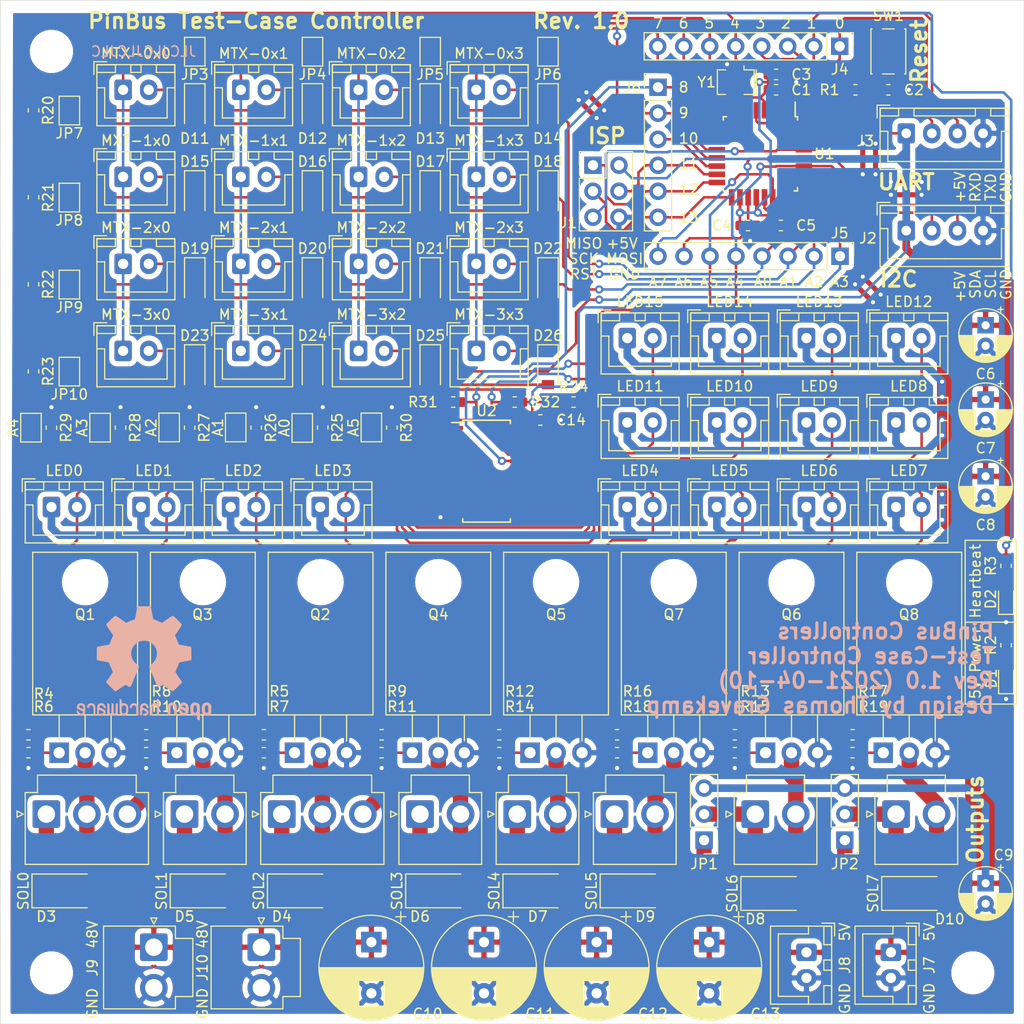
<source format=kicad_pcb>
(kicad_pcb (version 20171130) (host pcbnew "(5.1.0)-1")
  (title_block (title "Test-Case Controller") (date 2021-04-10) (rev V1.0) (company PinBus) (comment 4 "Design by Thomas Gravekamp"))
  (layers (0 F.Cu signal) (31 B.Cu signal) (34 B.Paste user hide) (35 F.Paste user) (36 B.SilkS user) (37 F.SilkS user) (38 B.Mask user) (39 F.Mask user) (44 Edge.Cuts user))
  (net 0 "")
  (net 1 GND)
  (net 2 +5V)
  (net 3 PC6-xx-RESET)
  (net 4 +48V)
  (net 5 "Net-(D1-Pad2)")
  (net 6 "Net-(D2-Pad2)")
  (net 7 "Net-(D3-Pad2)")
  (net 8 "Net-(D4-Pad2)")
  (net 9 "Net-(D5-Pad2)")
  (net 10 "Net-(D6-Pad2)")
  (net 11 "Net-(D7-Pad2)")
  (net 12 "Net-(D8-Pad2)")
  (net 13 "Net-(D9-Pad2)")
  (net 14 "Net-(D13-Pad1)")
  (net 15 "Net-(D10-Pad1)")
  (net 16 "Net-(D10-Pad2)")
  (net 17 "Net-(D11-Pad1)")
  (net 18 "Net-(D11-Pad2)")
  (net 19 "Net-(D12-Pad1)")
  (net 20 "Net-(D15-Pad2)")
  (net 21 "Net-(D19-Pad2)")
  (net 22 "Net-(D23-Pad2)")
  (net 23 PB4-12-MISO)
  (net 24 PB5-13-SCK)
  (net 25 PB3-11-MOSI)
  (net 26 PC5-A5-SCL)
  (net 27 PC4-A4-SDA)
  (net 28 PD0-00-RXD)
  (net 29 PD1-01-TXD)
  (net 30 PB0-08)
  (net 31 PB1-09)
  (net 32 PB2-10-SS)
  (net 33 PC0-A0)
  (net 34 PC1-A1)
  (net 35 PC2-A2)
  (net 36 PC3-A3)
  (net 37 ADC6-A6)
  (net 38 ADC7-A7)
  (net 39 PD7-07)
  (net 40 PD6-06)
  (net 41 PD5-05)
  (net 42 PD4-04)
  (net 43 PD3-03-INT1)
  (net 44 PD2-02-INT0)
  (net 45 "/Mainboard PCA9685/LED8")
  (net 46 "/Mainboard PCA9685/LED9")
  (net 47 "/Mainboard PCA9685/LED10")
  (net 48 "/Mainboard PCA9685/LED11")
  (net 49 "/Mainboard PCA9685/LED12")
  (net 50 "/Mainboard PCA9685/LED13")
  (net 51 "/Mainboard PCA9685/LED14")
  (net 52 "/Mainboard PCA9685/LED15")
  (net 53 LED0)
  (net 54 LED1)
  (net 55 LED2)
  (net 56 LED4)
  (net 57 LED5)
  (net 58 LED6)
  (net 59 LED7)
  (net 60 "/Mainboard PCA9685/A0")
  (net 61 "/Mainboard PCA9685/A1")
  (net 62 "/Mainboard PCA9685/A2")
  (net 63 "/Mainboard PCA9685/A3")
  (net 64 "/Mainboard PCA9685/A4")
  (net 65 "/Mainboard PCA9685/A5")
  (net 66 PB6-xx-XTAL1)
  (net 67 PB7-xx-XTAL2)
  (net 68 LED3)
  (net 69 "Net-(D8-Pad1)")
  (net 70 "Net-(D14-Pad1)")
  (net 71 "Net-(D15-Pad1)")
  (net 72 "Net-(D16-Pad1)")
  (net 73 "Net-(D17-Pad1)")
  (net 74 "Net-(D18-Pad1)")
  (net 75 "Net-(D19-Pad1)")
  (net 76 "Net-(D20-Pad1)")
  (net 77 "Net-(D21-Pad1)")
  (net 78 "Net-(D22-Pad1)")
  (net 79 "Net-(D23-Pad1)")
  (net 80 "Net-(D24-Pad1)")
  (net 81 "Net-(D25-Pad1)")
  (net 82 "Net-(D26-Pad1)")
  (net 83 "Net-(JP3-Pad2)")
  (net 84 "Net-(JP4-Pad2)")
  (net 85 "Net-(JP5-Pad2)")
  (net 86 "Net-(JP6-Pad2)")
  (net 87 "Net-(Q1-Pad1)")
  (net 88 "Net-(Q2-Pad1)")
  (net 89 "Net-(Q3-Pad1)")
  (net 90 "Net-(Q4-Pad1)")
  (net 91 "Net-(Q5-Pad1)")
  (net 92 "Net-(Q6-Pad1)")
  (net 93 "Net-(Q7-Pad1)")
  (net 94 "Net-(Q8-Pad1)")
  (module Symbol:OSHW-Logo2_14.6x12mm_SilkScreen (layer B.Cu) (at 29.05 79.75 180)
    (fp_text reference REF** hide)
    (fp_text value OSHW-Logo2_14.6x12mm_SilkScreen hide)
  )
  (module Package_TO_SOT_THT:TO-220-3_Horizontal_TabDown (layer F.Cu) (at 101.25 88.5)
    (fp_text reference Q8 (at 2.52 -13.5) (layer F.SilkS))
    (fp_text value IRL540)
    (pad "" np_thru_hole oval (at 2.54 -16.66) (size 3.5 3.5) (drill 3.5) (layers *.Cu *.Mask))
    (pad 1 thru_hole rect (at 0 0) (size 1.905 2) (drill 1.1) (layers *.Cu *.Mask) (net 94 "Net-(Q8-Pad1)"))
    (pad 2 thru_hole oval (at 2.54 0) (size 1.905 2) (drill 1.1) (layers *.Cu *.Mask) (net 16 "Net-(D10-Pad2)"))
    (pad 3 thru_hole oval (at 5.08 0) (size 1.905 2) (drill 1.1) (layers *.Cu *.Mask) (net 1 GND))
  )
  (module Capacitor_THT:CP_Radial_D10.0mm_P5.00mm (layer F.Cu) (at 62.25 107 270)
    (fp_text reference C11 (at 7 -5.5) (layer F.SilkS))
    (fp_text value 100μF)
    (pad 1 thru_hole rect (at 0 0 270) (size 2 2) (drill 1) (layers *.Cu *.Mask) (net 4 +48V))
    (pad 2 thru_hole circle (at 5 0 270) (size 2 2) (drill 1) (layers *.Cu *.Mask) (net 1 GND))
  )
  (module Connector_PinHeader_2.54mm:PinHeader_1x08_P2.54mm_Vertical (layer F.Cu) (at 97 19.5 270)
    (fp_text reference J4 (at 2.25 0) (layer F.SilkS))
    (fp_text value "Pin header 01x08")
    (pad 8 thru_hole oval (at 0 17.78 270) (size 1.7 1.7) (drill 1) (layers *.Cu *.Mask) (net 39 PD7-07))
    (pad 7 thru_hole oval (at 0 15.24 270) (size 1.7 1.7) (drill 1) (layers *.Cu *.Mask) (net 40 PD6-06))
    (pad 6 thru_hole oval (at 0 12.7 270) (size 1.7 1.7) (drill 1) (layers *.Cu *.Mask) (net 41 PD5-05))
    (pad 5 thru_hole oval (at 0 10.16 270) (size 1.7 1.7) (drill 1) (layers *.Cu *.Mask) (net 42 PD4-04))
    (pad 4 thru_hole oval (at 0 7.62 270) (size 1.7 1.7) (drill 1) (layers *.Cu *.Mask) (net 43 PD3-03-INT1))
    (pad 3 thru_hole oval (at 0 5.08 270) (size 1.7 1.7) (drill 1) (layers *.Cu *.Mask) (net 44 PD2-02-INT0))
    (pad 2 thru_hole oval (at 0 2.54 270) (size 1.7 1.7) (drill 1) (layers *.Cu *.Mask) (net 29 PD1-01-TXD))
    (pad 1 thru_hole rect (at 0 0 270) (size 1.7 1.7) (drill 1) (layers *.Cu *.Mask) (net 28 PD0-00-RXD))
  )
  (module Jumper:SolderJumper-2_P1.3mm_Open_TrianglePad1.0x1.5mm (layer F.Cu) (at 68.5 20.025 270)
    (fp_text reference JP6 (at 2.225 0) (layer F.SilkS))
    (fp_text value SolderJumper_2_Open)
    (pad 2 smd custom (at 0.725 0 270) (size 0.3 0.3) (layers F.Cu F.Mask) (net 86 "Net-(JP6-Pad2)") (options (clearance outline) (anchor rect)) (primitives (gr_poly (pts (xy -0.65 -0.75) (xy 0.5 -0.75) (xy 0.5 0.75) (xy -0.65 0.75) (xy -0.15 0)) (width 0))))
    (pad 1 smd custom (at -0.725 0 270) (size 0.3 0.3) (layers F.Cu F.Mask) (net 39 PD7-07) (options (clearance outline) (anchor rect)) (primitives (gr_poly (pts (xy -0.5 -0.75) (xy 0.5 -0.75) (xy 1 0) (xy 0.5 0.75) (xy -0.5 0.75)) (width 0))))
  )
  (module Connector_JST:JST_XH_B2B-XH-A_1x02_P2.50mm_Vertical (layer F.Cu) (at 37.5 64.5)
    (fp_text reference LED2 (at 1.25 -3.55) (layer F.SilkS))
    (fp_text value "JST XH 2.50 01x02")
    (pad 1 thru_hole roundrect (at 0 0) (size 1.7 2) (drill 1) (layers *.Cu *.Mask) (roundrect_rratio 0.147059) (net 2 +5V))
    (pad 2 thru_hole oval (at 2.5 0) (size 1.7 2) (drill 1) (layers *.Cu *.Mask) (net 55 LED2))
  )
  (module Package_TO_SOT_THT:TO-220-3_Horizontal_TabDown (layer F.Cu) (at 89.75 88.5)
    (fp_text reference Q6 (at 2.54 -13.5) (layer F.SilkS))
    (fp_text value IRL540)
    (pad "" np_thru_hole oval (at 2.54 -16.66) (size 3.5 3.5) (drill 3.5) (layers *.Cu *.Mask))
    (pad 1 thru_hole rect (at 0 0) (size 1.905 2) (drill 1.1) (layers *.Cu *.Mask) (net 92 "Net-(Q6-Pad1)"))
    (pad 2 thru_hole oval (at 2.54 0) (size 1.905 2) (drill 1.1) (layers *.Cu *.Mask) (net 12 "Net-(D8-Pad2)"))
    (pad 3 thru_hole oval (at 5.08 0) (size 1.905 2) (drill 1.1) (layers *.Cu *.Mask) (net 1 GND))
  )
  (module Connector_JST:JST_XH_B2B-XH-A_1x02_P2.50mm_Vertical (layer F.Cu) (at 46.25 64.5)
    (fp_text reference LED3 (at 1.25 -3.55) (layer F.SilkS))
    (fp_text value "JST XH 2.50 01x02")
    (pad 2 thru_hole oval (at 2.5 0) (size 1.7 2) (drill 1) (layers *.Cu *.Mask) (net 68 LED3))
    (pad 1 thru_hole roundrect (at 0 0) (size 1.7 2) (drill 1) (layers *.Cu *.Mask) (roundrect_rratio 0.147059) (net 2 +5V))
  )
  (module MountingHole:MountingHole_3.2mm_M3_DIN965 (layer F.Cu) (at 20 110)
    (fp_text reference REF** hide)
    (fp_text value MountingHole_3.2mm_M3_DIN965)
    (pad 1 np_thru_hole circle (at 0 0) (size 3.2 3.2) (drill 3.2) (layers *.Cu *.Mask))
  )
  (module MountingHole:MountingHole_3.2mm_M3_DIN965 (layer F.Cu) (at 110 110)
    (fp_text reference REF** hide)
    (fp_text value MountingHole_3.2mm_M3_DIN965)
    (pad 1 np_thru_hole circle (at 0 0) (size 3.2 3.2) (drill 3.2) (layers *.Cu *.Mask))
  )
  (module MountingHole:MountingHole_3.2mm_M3_DIN965 (layer F.Cu) (at 110 20)
    (fp_text reference REF** hide)
    (fp_text value MountingHole_3.2mm_M3_DIN965)
    (pad 1 np_thru_hole circle (at 0 0) (size 3.2 3.2) (drill 3.2) (layers *.Cu *.Mask))
  )
  (module MountingHole:MountingHole_3.2mm_M3_DIN965 (layer F.Cu) (at 20 20)
    (fp_text reference REF** hide)
    (fp_text value MountingHole_3.2mm_M3_DIN965)
    (pad 1 np_thru_hole circle (at 0 0) (size 3.2 3.2) (drill 3.2) (layers *.Cu *.Mask))
  )
  (module Capacitor_SMD:C_0603_1608Metric (layer F.Cu) (at 91.25 37)
    (fp_text reference C5 (at 2.4625 0) (layer F.SilkS))
    (fp_text value 100μF)
    (pad 1 smd roundrect (at -0.7875 0) (size 0.875 0.95) (layers F.Cu F.Paste F.Mask) (net 2 +5V))
    (pad 2 smd roundrect (at 0.7875 0) (size 0.875 0.95) (layers F.Cu F.Paste F.Mask) (net 1 GND))
  )
  (module Capacitor_SMD:C_0603_1608Metric (layer F.Cu) (at 90.7875 23.75)
    (fp_text reference C1 (at 2.4625 0) (layer F.SilkS))
    (fp_text value 4.7μF)
    (pad 2 smd roundrect (at 0.7875 0) (size 0.875 0.95) (layers F.Cu F.Paste F.Mask) (net 1 GND))
    (pad 1 smd roundrect (at -0.7875 0) (size 0.875 0.95) (layers F.Cu F.Paste F.Mask) (net 2 +5V))
  )
  (module Capacitor_SMD:C_0603_1608Metric (layer F.Cu) (at 90.7875 22.25)
    (fp_text reference C3 (at 2.4625 0) (layer F.SilkS))
    (fp_text value 100μF)
    (pad 1 smd roundrect (at -0.7875 0) (size 0.875 0.95) (layers F.Cu F.Paste F.Mask) (net 2 +5V))
    (pad 2 smd roundrect (at 0.7875 0) (size 0.875 0.95) (layers F.Cu F.Paste F.Mask) (net 1 GND))
  )
  (module Capacitor_SMD:C_0603_1608Metric (layer F.Cu) (at 88.0375 37 180)
    (fp_text reference C4 (at 2.5375 0 180) (layer F.SilkS))
    (fp_text value 100μF)
    (pad 2 smd roundrect (at 0.7875 0 180) (size 0.875 0.95) (layers F.Cu F.Paste F.Mask) (net 2 +5V))
    (pad 1 smd roundrect (at -0.7875 0 180) (size 0.875 0.95) (layers F.Cu F.Paste F.Mask) (net 1 GND))
  )
  (module Capacitor_SMD:C_0603_1608Metric (layer F.Cu) (at 101.75 23.75)
    (fp_text reference C2 (at 2.5 0) (layer F.SilkS))
    (fp_text value 100μF)
    (pad 2 smd roundrect (at 0.7875 0) (size 0.875 0.95) (layers F.Cu F.Paste F.Mask) (net 1 GND))
    (pad 1 smd roundrect (at -0.7875 0) (size 0.875 0.95) (layers F.Cu F.Paste F.Mask) (net 3 PC6-xx-RESET))
  )
  (module Capacitor_SMD:C_0603_1608Metric (layer F.Cu) (at 67.75 56)
    (fp_text reference C14 (at 3 0) (layer F.SilkS))
    (fp_text value 10μF)
    (pad 1 smd roundrect (at -0.7875 0) (size 0.875 0.95) (layers F.Cu F.Paste F.Mask) (net 2 +5V))
    (pad 2 smd roundrect (at 0.7875 0) (size 0.875 0.95) (layers F.Cu F.Paste F.Mask) (net 1 GND))
  )
  (module Capacitor_THT:CP_Radial_D5.0mm_P2.00mm (layer F.Cu) (at 111.25 46.75 270)
    (fp_text reference C6 (at 4.75 0) (layer F.SilkS))
    (fp_text value 47μF)
    (pad 1 thru_hole rect (at 0 0 270) (size 1.6 1.6) (drill 0.8) (layers *.Cu *.Mask) (net 2 +5V))
    (pad 2 thru_hole circle (at 2 0 270) (size 1.6 1.6) (drill 0.8) (layers *.Cu *.Mask) (net 1 GND))
  )
  (module Diode_SMD:D_SMA (layer F.Cu) (at 21.5 102)
    (fp_text reference D3 (at -2 2.5 180) (layer F.SilkS))
    (fp_text value 1N4007)
    (pad 1 smd rect (at -2 0) (size 2.5 1.8) (layers F.Cu F.Paste F.Mask) (net 4 +48V))
    (pad 2 smd rect (at 2 0) (size 2.5 1.8) (layers F.Cu F.Paste F.Mask) (net 7 "Net-(D3-Pad2)"))
  )
  (module Diode_SMD:D_SMA (layer F.Cu) (at 35 102)
    (fp_text reference D5 (at -2 2.5 180) (layer F.SilkS))
    (fp_text value 1N4007)
    (pad 1 smd rect (at -2 0) (size 2.5 1.8) (layers F.Cu F.Paste F.Mask) (net 4 +48V))
    (pad 2 smd rect (at 2 0) (size 2.5 1.8) (layers F.Cu F.Paste F.Mask) (net 9 "Net-(D5-Pad2)"))
  )
  (module Diode_SMD:D_SMA (layer F.Cu) (at 44.5 102)
    (fp_text reference D4 (at -2 2.5 180) (layer F.SilkS))
    (fp_text value 1N4007)
    (pad 1 smd rect (at -2 0) (size 2.5 1.8) (layers F.Cu F.Paste F.Mask) (net 4 +48V))
    (pad 2 smd rect (at 2 0) (size 2.5 1.8) (layers F.Cu F.Paste F.Mask) (net 8 "Net-(D4-Pad2)"))
  )
  (module Diode_SMD:D_SMA (layer F.Cu) (at 58 102)
    (fp_text reference D6 (at -2 2.5) (layer F.SilkS))
    (fp_text value 1N4007)
    (pad 2 smd rect (at 2 0) (size 2.5 1.8) (layers F.Cu F.Paste F.Mask) (net 10 "Net-(D6-Pad2)"))
    (pad 1 smd rect (at -2 0) (size 2.5 1.8) (layers F.Cu F.Paste F.Mask) (net 4 +48V))
  )
  (module Diode_SMD:D_SMA (layer F.Cu) (at 67.5 102)
    (fp_text reference D7 (at 0 2.5) (layer F.SilkS))
    (fp_text value 1N4007)
    (pad 1 smd rect (at -2 0) (size 2.5 1.8) (layers F.Cu F.Paste F.Mask) (net 4 +48V))
    (pad 2 smd rect (at 2 0) (size 2.5 1.8) (layers F.Cu F.Paste F.Mask) (net 11 "Net-(D7-Pad2)"))
  )
  (module Diode_SMD:D_SMA (layer F.Cu) (at 77 102)
    (fp_text reference D9 (at 1 2.5) (layer F.SilkS))
    (fp_text value 1N4007)
    (pad 2 smd rect (at 2 0) (size 2.5 1.8) (layers F.Cu F.Paste F.Mask) (net 13 "Net-(D9-Pad2)"))
    (pad 1 smd rect (at -2 0) (size 2.5 1.8) (layers F.Cu F.Paste F.Mask) (net 4 +48V))
  )
  (module Diode_SMD:D_SMA (layer F.Cu) (at 90.75 102.25)
    (fp_text reference D8 (at -2 2.5) (layer F.SilkS))
    (fp_text value 1N4007)
    (pad 1 smd rect (at -2 0) (size 2.5 1.8) (layers F.Cu F.Paste F.Mask) (net 69 "Net-(D8-Pad1)"))
    (pad 2 smd rect (at 2 0) (size 2.5 1.8) (layers F.Cu F.Paste F.Mask) (net 12 "Net-(D8-Pad2)"))
  )
  (module Diode_SMD:D_SMA (layer F.Cu) (at 104.5 102.25)
    (fp_text reference D10 (at 3.25 2.5) (layer F.SilkS))
    (fp_text value 1N4007)
    (pad 2 smd rect (at 2 0) (size 2.5 1.8) (layers F.Cu F.Paste F.Mask) (net 16 "Net-(D10-Pad2)"))
    (pad 1 smd rect (at -2 0) (size 2.5 1.8) (layers F.Cu F.Paste F.Mask) (net 15 "Net-(D10-Pad1)"))
  )
  (module Diode_SMD:D_SOD-123 (layer F.Cu) (at 34 25.4 270)
    (fp_text reference D11 (at 3.1 0) (layer F.SilkS))
    (fp_text value 1N4148W-G)
    (pad 2 smd rect (at 1.65 0 270) (size 0.9 1.2) (layers F.Cu F.Paste F.Mask) (net 18 "Net-(D11-Pad2)"))
    (pad 1 smd rect (at -1.65 0 270) (size 0.9 1.2) (layers F.Cu F.Paste F.Mask) (net 17 "Net-(D11-Pad1)"))
  )
  (module Diode_SMD:D_SOD-123 (layer F.Cu) (at 34 33.9 270)
    (fp_text reference D15 (at -3.15 0) (layer F.SilkS))
    (fp_text value 1N4148W-G)
    (pad 1 smd rect (at -1.65 0 270) (size 0.9 1.2) (layers F.Cu F.Paste F.Mask) (net 71 "Net-(D15-Pad1)"))
    (pad 2 smd rect (at 1.65 0 270) (size 0.9 1.2) (layers F.Cu F.Paste F.Mask) (net 20 "Net-(D15-Pad2)"))
  )
  (module Diode_SMD:D_SOD-123 (layer F.Cu) (at 34 42.4 270)
    (fp_text reference D19 (at -3.15 0) (layer F.SilkS))
    (fp_text value 1N4148W-G)
    (pad 1 smd rect (at -1.65 0 270) (size 0.9 1.2) (layers F.Cu F.Paste F.Mask) (net 75 "Net-(D19-Pad1)"))
    (pad 2 smd rect (at 1.65 0 270) (size 0.9 1.2) (layers F.Cu F.Paste F.Mask) (net 21 "Net-(D19-Pad2)"))
  )
  (module Diode_SMD:D_SOD-123 (layer F.Cu) (at 34 50.9 270)
    (fp_text reference D23 (at -3.15 0) (layer F.SilkS))
    (fp_text value 1N4148W-G)
    (pad 1 smd rect (at -1.65 0 270) (size 0.9 1.2) (layers F.Cu F.Paste F.Mask) (net 79 "Net-(D23-Pad1)"))
    (pad 2 smd rect (at 1.65 0 270) (size 0.9 1.2) (layers F.Cu F.Paste F.Mask) (net 22 "Net-(D23-Pad2)"))
  )
  (module Diode_SMD:D_SOD-123 (layer F.Cu) (at 45.5 25.4 270)
    (fp_text reference D12 (at 3.1 0) (layer F.SilkS))
    (fp_text value 1N4148W-G)
    (pad 2 smd rect (at 1.65 0 270) (size 0.9 1.2) (layers F.Cu F.Paste F.Mask) (net 18 "Net-(D11-Pad2)"))
    (pad 1 smd rect (at -1.65 0 270) (size 0.9 1.2) (layers F.Cu F.Paste F.Mask) (net 19 "Net-(D12-Pad1)"))
  )
  (module Diode_SMD:D_SOD-123 (layer F.Cu) (at 45.5 33.9 270)
    (fp_text reference D16 (at -3.15 0) (layer F.SilkS))
    (fp_text value 1N4148W-G)
    (pad 2 smd rect (at 1.65 0 270) (size 0.9 1.2) (layers F.Cu F.Paste F.Mask) (net 20 "Net-(D15-Pad2)"))
    (pad 1 smd rect (at -1.65 0 270) (size 0.9 1.2) (layers F.Cu F.Paste F.Mask) (net 72 "Net-(D16-Pad1)"))
  )
  (module Diode_SMD:D_SOD-123 (layer F.Cu) (at 45.5 42.4 270)
    (fp_text reference D20 (at -3.15 0) (layer F.SilkS))
    (fp_text value 1N4148W-G)
    (pad 2 smd rect (at 1.65 0 270) (size 0.9 1.2) (layers F.Cu F.Paste F.Mask) (net 21 "Net-(D19-Pad2)"))
    (pad 1 smd rect (at -1.65 0 270) (size 0.9 1.2) (layers F.Cu F.Paste F.Mask) (net 76 "Net-(D20-Pad1)"))
  )
  (module Diode_SMD:D_SOD-123 (layer F.Cu) (at 45.5 50.9 270)
    (fp_text reference D24 (at -3.15 0) (layer F.SilkS))
    (fp_text value 1N4148W-G)
    (pad 1 smd rect (at -1.65 0 270) (size 0.9 1.2) (layers F.Cu F.Paste F.Mask) (net 80 "Net-(D24-Pad1)"))
    (pad 2 smd rect (at 1.65 0 270) (size 0.9 1.2) (layers F.Cu F.Paste F.Mask) (net 22 "Net-(D23-Pad2)"))
  )
  (module Diode_SMD:D_SOD-123 (layer F.Cu) (at 57 25.4 270)
    (fp_text reference D13 (at 3.1 0) (layer F.SilkS))
    (fp_text value 1N4148W-G)
    (pad 1 smd rect (at -1.65 0 270) (size 0.9 1.2) (layers F.Cu F.Paste F.Mask) (net 14 "Net-(D13-Pad1)"))
    (pad 2 smd rect (at 1.65 0 270) (size 0.9 1.2) (layers F.Cu F.Paste F.Mask) (net 18 "Net-(D11-Pad2)"))
  )
  (module Diode_SMD:D_SOD-123 (layer F.Cu) (at 57 33.9 270)
    (fp_text reference D17 (at -3.15 0) (layer F.SilkS))
    (fp_text value 1N4148W-G)
    (pad 1 smd rect (at -1.65 0 270) (size 0.9 1.2) (layers F.Cu F.Paste F.Mask) (net 73 "Net-(D17-Pad1)"))
    (pad 2 smd rect (at 1.65 0 270) (size 0.9 1.2) (layers F.Cu F.Paste F.Mask) (net 20 "Net-(D15-Pad2)"))
  )
  (module Diode_SMD:D_SOD-123 (layer F.Cu) (at 57 42.4 270)
    (fp_text reference D21 (at -3.15 0) (layer F.SilkS))
    (fp_text value 1N4148W-G)
    (pad 2 smd rect (at 1.65 0 270) (size 0.9 1.2) (layers F.Cu F.Paste F.Mask) (net 21 "Net-(D19-Pad2)"))
    (pad 1 smd rect (at -1.65 0 270) (size 0.9 1.2) (layers F.Cu F.Paste F.Mask) (net 77 "Net-(D21-Pad1)"))
  )
  (module Diode_SMD:D_SOD-123 (layer F.Cu) (at 57 50.9 270)
    (fp_text reference D25 (at -3.15 0) (layer F.SilkS))
    (fp_text value 1N4148W-G)
    (pad 2 smd rect (at 1.65 0 270) (size 0.9 1.2) (layers F.Cu F.Paste F.Mask) (net 22 "Net-(D23-Pad2)"))
    (pad 1 smd rect (at -1.65 0 270) (size 0.9 1.2) (layers F.Cu F.Paste F.Mask) (net 81 "Net-(D25-Pad1)"))
  )
  (module Diode_SMD:D_SOD-123 (layer F.Cu) (at 68.5 25.4 270)
    (fp_text reference D14 (at 3.1 0) (layer F.SilkS))
    (fp_text value 1N4148W-G)
    (pad 2 smd rect (at 1.65 0 270) (size 0.9 1.2) (layers F.Cu F.Paste F.Mask) (net 18 "Net-(D11-Pad2)"))
    (pad 1 smd rect (at -1.65 0 270) (size 0.9 1.2) (layers F.Cu F.Paste F.Mask) (net 70 "Net-(D14-Pad1)"))
  )
  (module Diode_SMD:D_SOD-123 (layer F.Cu) (at 68.5 33.9 270)
    (fp_text reference D18 (at -3.15 0) (layer F.SilkS))
    (fp_text value 1N4148W-G)
    (pad 2 smd rect (at 1.65 0 270) (size 0.9 1.2) (layers F.Cu F.Paste F.Mask) (net 20 "Net-(D15-Pad2)"))
    (pad 1 smd rect (at -1.65 0 270) (size 0.9 1.2) (layers F.Cu F.Paste F.Mask) (net 74 "Net-(D18-Pad1)"))
  )
  (module Diode_SMD:D_SOD-123 (layer F.Cu) (at 68.5 42.4 270)
    (fp_text reference D22 (at -3.15 0) (layer F.SilkS))
    (fp_text value 1N4148W-G)
    (pad 1 smd rect (at -1.65 0 270) (size 0.9 1.2) (layers F.Cu F.Paste F.Mask) (net 78 "Net-(D22-Pad1)"))
    (pad 2 smd rect (at 1.65 0 270) (size 0.9 1.2) (layers F.Cu F.Paste F.Mask) (net 21 "Net-(D19-Pad2)"))
  )
  (module Diode_SMD:D_SOD-123 (layer F.Cu) (at 68.5 50.9 270)
    (fp_text reference D26 (at -3.15 0) (layer F.SilkS))
    (fp_text value 1N4148W-G)
    (pad 1 smd rect (at -1.65 0 270) (size 0.9 1.2) (layers F.Cu F.Paste F.Mask) (net 82 "Net-(D26-Pad1)"))
    (pad 2 smd rect (at 1.65 0 270) (size 0.9 1.2) (layers F.Cu F.Paste F.Mask) (net 22 "Net-(D23-Pad2)"))
  )
  (module Connector_PinHeader_2.54mm:PinHeader_2x03_P2.54mm_Vertical (layer F.Cu) (at 72.898 31.115)
    (fp_text reference J1 (at -2.398 5.635 180) (layer F.SilkS))
    (fp_text value "Pin Header 02x03")
    (pad 1 thru_hole rect (at 0 0) (size 1.7 1.7) (drill 1) (layers *.Cu *.Mask) (net 23 PB4-12-MISO))
    (pad 2 thru_hole oval (at 2.54 0) (size 1.7 1.7) (drill 1) (layers *.Cu *.Mask) (net 2 +5V))
    (pad 3 thru_hole oval (at 0 2.54) (size 1.7 1.7) (drill 1) (layers *.Cu *.Mask) (net 24 PB5-13-SCK))
    (pad 4 thru_hole oval (at 2.54 2.54) (size 1.7 1.7) (drill 1) (layers *.Cu *.Mask) (net 25 PB3-11-MOSI))
    (pad 5 thru_hole oval (at 0 5.08) (size 1.7 1.7) (drill 1) (layers *.Cu *.Mask) (net 3 PC6-xx-RESET))
    (pad 6 thru_hole oval (at 2.54 5.08) (size 1.7 1.7) (drill 1) (layers *.Cu *.Mask) (net 1 GND))
  )
  (module Connector_JST:JST_XH_B4B-XH-A_1x04_P2.50mm_Vertical (layer F.Cu) (at 103.5 37.5)
    (fp_text reference J2 (at -3.75 0.75) (layer F.SilkS))
    (fp_text value "JST XH 01x04")
    (pad 4 thru_hole oval (at 7.5 0) (size 1.7 1.95) (drill 0.95) (layers *.Cu *.Mask) (net 1 GND))
    (pad 3 thru_hole oval (at 5 0) (size 1.7 1.95) (drill 0.95) (layers *.Cu *.Mask) (net 26 PC5-A5-SCL))
    (pad 2 thru_hole oval (at 2.5 0) (size 1.7 1.95) (drill 0.95) (layers *.Cu *.Mask) (net 27 PC4-A4-SDA))
    (pad 1 thru_hole roundrect (at 0 0) (size 1.7 1.95) (drill 0.95) (layers *.Cu *.Mask) (roundrect_rratio 0.147059) (net 2 +5V))
  )
  (module Connector_JST:JST_XH_B4B-XH-A_1x04_P2.50mm_Vertical (layer F.Cu) (at 103.5 28)
    (fp_text reference J3 (at -4 0.75 180) (layer F.SilkS))
    (fp_text value "JST XH 01x04")
    (pad 1 thru_hole roundrect (at 0 0) (size 1.7 1.95) (drill 0.95) (layers *.Cu *.Mask) (roundrect_rratio 0.147059) (net 2 +5V))
    (pad 2 thru_hole oval (at 2.5 0) (size 1.7 1.95) (drill 0.95) (layers *.Cu *.Mask) (net 28 PD0-00-RXD))
    (pad 3 thru_hole oval (at 5 0) (size 1.7 1.95) (drill 0.95) (layers *.Cu *.Mask) (net 29 PD1-01-TXD))
    (pad 4 thru_hole oval (at 7.5 0) (size 1.7 1.95) (drill 0.95) (layers *.Cu *.Mask) (net 1 GND))
  )
  (module Connector_PinHeader_2.54mm:PinHeader_1x06_P2.54mm_Vertical (layer F.Cu) (at 79.25 23.5)
    (fp_text reference J6 (at -2.5 0 180) (layer F.SilkS))
    (fp_text value "Pin header 01x06")
    (pad 1 thru_hole rect (at 0 0) (size 1.7 1.7) (drill 1) (layers *.Cu *.Mask) (net 30 PB0-08))
    (pad 2 thru_hole oval (at 0 2.54) (size 1.7 1.7) (drill 1) (layers *.Cu *.Mask) (net 31 PB1-09))
    (pad 3 thru_hole oval (at 0 5.08) (size 1.7 1.7) (drill 1) (layers *.Cu *.Mask) (net 32 PB2-10-SS))
    (pad 4 thru_hole oval (at 0 7.62) (size 1.7 1.7) (drill 1) (layers *.Cu *.Mask) (net 25 PB3-11-MOSI))
    (pad 5 thru_hole oval (at 0 10.16) (size 1.7 1.7) (drill 1) (layers *.Cu *.Mask) (net 23 PB4-12-MISO))
    (pad 6 thru_hole oval (at 0 12.7) (size 1.7 1.7) (drill 1) (layers *.Cu *.Mask) (net 24 PB5-13-SCK))
  )
  (module Connector_PinHeader_2.54mm:PinHeader_1x08_P2.54mm_Vertical (layer F.Cu) (at 97.03 40 270)
    (fp_text reference J5 (at -2.25 0.03) (layer F.SilkS))
    (fp_text value "Pin header 01x08")
    (pad 1 thru_hole rect (at 0 0 270) (size 1.7 1.7) (drill 1) (layers *.Cu *.Mask) (net 36 PC3-A3))
    (pad 2 thru_hole oval (at 0 2.54 270) (size 1.7 1.7) (drill 1) (layers *.Cu *.Mask) (net 35 PC2-A2))
    (pad 3 thru_hole oval (at 0 5.08 270) (size 1.7 1.7) (drill 1) (layers *.Cu *.Mask) (net 34 PC1-A1))
    (pad 4 thru_hole oval (at 0 7.62 270) (size 1.7 1.7) (drill 1) (layers *.Cu *.Mask) (net 33 PC0-A0))
    (pad 5 thru_hole oval (at 0 10.16 270) (size 1.7 1.7) (drill 1) (layers *.Cu *.Mask) (net 27 PC4-A4-SDA))
    (pad 6 thru_hole oval (at 0 12.7 270) (size 1.7 1.7) (drill 1) (layers *.Cu *.Mask) (net 26 PC5-A5-SCL))
    (pad 7 thru_hole oval (at 0 15.24 270) (size 1.7 1.7) (drill 1) (layers *.Cu *.Mask) (net 37 ADC6-A6))
    (pad 8 thru_hole oval (at 0 17.78 270) (size 1.7 1.7) (drill 1) (layers *.Cu *.Mask) (net 38 ADC7-A7))
  )
  (module Connector_JST:JST_XH_B2B-XH-A_1x02_P2.50mm_Vertical (layer F.Cu) (at 27 32.25)
    (fp_text reference MXT-1x0 (at 1.25 -3.55) (layer F.SilkS))
    (fp_text value "JST XH 2.50 01x02")
    (pad 1 thru_hole roundrect (at 0 0) (size 1.7 2) (drill 1) (layers *.Cu *.Mask) (roundrect_rratio 0.147059) (net 83 "Net-(JP3-Pad2)"))
    (pad 2 thru_hole oval (at 2.5 0) (size 1.7 2) (drill 1) (layers *.Cu *.Mask) (net 71 "Net-(D15-Pad1)"))
  )
  (module Connector_JST:JST_XH_B2B-XH-A_1x02_P2.50mm_Vertical (layer F.Cu) (at 27 40.75)
    (fp_text reference MTX-2x0 (at 1.25 -3.55) (layer F.SilkS))
    (fp_text value "JST XH 2.50 01x02")
    (pad 1 thru_hole roundrect (at 0 0) (size 1.7 2) (drill 1) (layers *.Cu *.Mask) (roundrect_rratio 0.147059) (net 83 "Net-(JP3-Pad2)"))
    (pad 2 thru_hole oval (at 2.5 0) (size 1.7 2) (drill 1) (layers *.Cu *.Mask) (net 75 "Net-(D19-Pad1)"))
  )
  (module Connector_JST:JST_XH_B2B-XH-A_1x02_P2.50mm_Vertical (layer F.Cu) (at 27 49.25)
    (fp_text reference MTX-3x0 (at 1.25 -3.55) (layer F.SilkS))
    (fp_text value "JST XH 2.50 01x02")
    (pad 2 thru_hole oval (at 2.5 0) (size 1.7 2) (drill 1) (layers *.Cu *.Mask) (net 79 "Net-(D23-Pad1)"))
    (pad 1 thru_hole roundrect (at 0 0) (size 1.7 2) (drill 1) (layers *.Cu *.Mask) (roundrect_rratio 0.147059) (net 83 "Net-(JP3-Pad2)"))
  )
  (module Connector_JST:JST_XH_B2B-XH-A_1x02_P2.50mm_Vertical (layer F.Cu) (at 38.5 32.25)
    (fp_text reference MTX-1x1 (at 1.25 -3.55) (layer F.SilkS))
    (fp_text value "JST XH 2.50 01x02")
    (pad 2 thru_hole oval (at 2.5 0) (size 1.7 2) (drill 1) (layers *.Cu *.Mask) (net 72 "Net-(D16-Pad1)"))
    (pad 1 thru_hole roundrect (at 0 0) (size 1.7 2) (drill 1) (layers *.Cu *.Mask) (roundrect_rratio 0.147059) (net 84 "Net-(JP4-Pad2)"))
  )
  (module Connector_JST:JST_XH_B2B-XH-A_1x02_P2.50mm_Vertical (layer F.Cu) (at 38.5 40.75)
    (fp_text reference MTX-2x1 (at 1.25 -3.55) (layer F.SilkS))
    (fp_text value "JST XH 2.50 01x02")
    (pad 2 thru_hole oval (at 2.5 0) (size 1.7 2) (drill 1) (layers *.Cu *.Mask) (net 76 "Net-(D20-Pad1)"))
    (pad 1 thru_hole roundrect (at 0 0) (size 1.7 2) (drill 1) (layers *.Cu *.Mask) (roundrect_rratio 0.147059) (net 84 "Net-(JP4-Pad2)"))
  )
  (module Connector_JST:JST_XH_B2B-XH-A_1x02_P2.50mm_Vertical (layer F.Cu) (at 38.5 49.25)
    (fp_text reference MTX-3x1 (at 1.25 -3.55) (layer F.SilkS))
    (fp_text value "JST XH 2.50 01x02")
    (pad 1 thru_hole roundrect (at 0 0) (size 1.7 2) (drill 1) (layers *.Cu *.Mask) (roundrect_rratio 0.147059) (net 84 "Net-(JP4-Pad2)"))
    (pad 2 thru_hole oval (at 2.5 0) (size 1.7 2) (drill 1) (layers *.Cu *.Mask) (net 80 "Net-(D24-Pad1)"))
  )
  (module Connector_JST:JST_XH_B2B-XH-A_1x02_P2.50mm_Vertical (layer F.Cu) (at 50 32.25)
    (fp_text reference MTX-1x2 (at 1.25 -3.55) (layer F.SilkS))
    (fp_text value "JST XH 2.50 01x02")
    (pad 1 thru_hole roundrect (at 0 0) (size 1.7 2) (drill 1) (layers *.Cu *.Mask) (roundrect_rratio 0.147059) (net 85 "Net-(JP5-Pad2)"))
    (pad 2 thru_hole oval (at 2.5 0) (size 1.7 2) (drill 1) (layers *.Cu *.Mask) (net 73 "Net-(D17-Pad1)"))
  )
  (module Connector_JST:JST_XH_B2B-XH-A_1x02_P2.50mm_Vertical (layer F.Cu) (at 50 40.75)
    (fp_text reference MTX-2x2 (at 1.25 -3.55) (layer F.SilkS))
    (fp_text value "JST XH 2.50 01x02")
    (pad 2 thru_hole oval (at 2.5 0) (size 1.7 2) (drill 1) (layers *.Cu *.Mask) (net 77 "Net-(D21-Pad1)"))
    (pad 1 thru_hole roundrect (at 0 0) (size 1.7 2) (drill 1) (layers *.Cu *.Mask) (roundrect_rratio 0.147059) (net 85 "Net-(JP5-Pad2)"))
  )
  (module Connector_JST:JST_XH_B2B-XH-A_1x02_P2.50mm_Vertical (layer F.Cu) (at 50 49.25)
    (fp_text reference MTX-3x2 (at 1.25 -3.55) (layer F.SilkS))
    (fp_text value "JST XH 2.50 01x02")
    (pad 1 thru_hole roundrect (at 0 0) (size 1.7 2) (drill 1) (layers *.Cu *.Mask) (roundrect_rratio 0.147059) (net 85 "Net-(JP5-Pad2)"))
    (pad 2 thru_hole oval (at 2.5 0) (size 1.7 2) (drill 1) (layers *.Cu *.Mask) (net 81 "Net-(D25-Pad1)"))
  )
  (module Connector_JST:JST_XH_B2B-XH-A_1x02_P2.50mm_Vertical (layer F.Cu) (at 61.5 32.25)
    (fp_text reference MTX-1x3 (at 1.25 -3.55) (layer F.SilkS))
    (fp_text value "JST XH 2.50 01x02")
    (pad 2 thru_hole oval (at 2.5 0) (size 1.7 2) (drill 1) (layers *.Cu *.Mask) (net 74 "Net-(D18-Pad1)"))
    (pad 1 thru_hole roundrect (at 0 0) (size 1.7 2) (drill 1) (layers *.Cu *.Mask) (roundrect_rratio 0.147059) (net 86 "Net-(JP6-Pad2)"))
  )
  (module Connector_JST:JST_XH_B2B-XH-A_1x02_P2.50mm_Vertical (layer F.Cu) (at 61.5 40.75)
    (fp_text reference MTX-2x3 (at 1.25 -3.55) (layer F.SilkS))
    (fp_text value "JST XH 2.50 01x02")
    (pad 2 thru_hole oval (at 2.5 0) (size 1.7 2) (drill 1) (layers *.Cu *.Mask) (net 78 "Net-(D22-Pad1)"))
    (pad 1 thru_hole roundrect (at 0 0) (size 1.7 2) (drill 1) (layers *.Cu *.Mask) (roundrect_rratio 0.147059) (net 86 "Net-(JP6-Pad2)"))
  )
  (module Connector_JST:JST_XH_B2B-XH-A_1x02_P2.50mm_Vertical (layer F.Cu) (at 61.5 49.25)
    (fp_text reference MTX-3x3 (at 1.25 -3.55) (layer F.SilkS))
    (fp_text value "JST XH 2.50 01x02")
    (pad 1 thru_hole roundrect (at 0 0) (size 1.7 2) (drill 1) (layers *.Cu *.Mask) (roundrect_rratio 0.147059) (net 86 "Net-(JP6-Pad2)"))
    (pad 2 thru_hole oval (at 2.5 0) (size 1.7 2) (drill 1) (layers *.Cu *.Mask) (net 82 "Net-(D26-Pad1)"))
  )
  (module Connector_JST:JST_VH_B2P-VH_1x02_P3.96mm_Vertical (layer F.Cu) (at 30 107.5 270)
    (fp_text reference J9 (at 2 6 270) (layer F.SilkS))
    (fp_text value "JST VH 3.96 01x02")
    (pad 2 thru_hole circle (at 3.96 0 270) (size 2.7 2.7) (drill 1.7) (layers *.Cu *.Mask) (net 1 GND))
    (pad 1 thru_hole roundrect (at 0 0 270) (size 2.7 2.7) (drill 1.7) (layers *.Cu *.Mask) (roundrect_rratio 0.09259299999999999) (net 4 +48V))
  )
  (module Connector_JST:JST_VH_B2P-VH_1x02_P3.96mm_Vertical (layer F.Cu) (at 40.5 107.5 270)
    (fp_text reference J10 (at 1.98 5.75 270) (layer F.SilkS))
    (fp_text value "JST VH 3.96 01x02")
    (pad 1 thru_hole roundrect (at 0 0 270) (size 2.7 2.7) (drill 1.7) (layers *.Cu *.Mask) (roundrect_rratio 0.09259299999999999) (net 4 +48V))
    (pad 2 thru_hole circle (at 3.96 0 270) (size 2.7 2.7) (drill 1.7) (layers *.Cu *.Mask) (net 1 GND))
  )
  (module Connector_JST:JST_XH_B2B-XH-A_1x02_P2.50mm_Vertical (layer F.Cu) (at 20 64.5)
    (fp_text reference LED0 (at 1.25 -3.55) (layer F.SilkS))
    (fp_text value "JST XH 2.50 01x02")
    (pad 2 thru_hole oval (at 2.5 0) (size 1.7 2) (drill 1) (layers *.Cu *.Mask) (net 53 LED0))
    (pad 1 thru_hole roundrect (at 0 0) (size 1.7 2) (drill 1) (layers *.Cu *.Mask) (roundrect_rratio 0.147059) (net 2 +5V))
  )
  (module Connector_JST:JST_XH_B2B-XH-A_1x02_P2.50mm_Vertical (layer F.Cu) (at 28.75 64.5)
    (fp_text reference LED1 (at 1.25 -3.55) (layer F.SilkS))
    (fp_text value "JST XH 2.50 01x02")
    (pad 2 thru_hole oval (at 2.5 0) (size 1.7 2) (drill 1) (layers *.Cu *.Mask) (net 54 LED1))
    (pad 1 thru_hole roundrect (at 0 0) (size 1.7 2) (drill 1) (layers *.Cu *.Mask) (roundrect_rratio 0.147059) (net 2 +5V))
  )
  (module Connector_JST:JST_XH_B2B-XH-A_1x02_P2.50mm_Vertical (layer F.Cu) (at 76.25 64.5)
    (fp_text reference LED4 (at 1.25 -3.55) (layer F.SilkS))
    (fp_text value "JST XH 2.50 01x02")
    (pad 2 thru_hole oval (at 2.5 0) (size 1.7 2) (drill 1) (layers *.Cu *.Mask) (net 56 LED4))
    (pad 1 thru_hole roundrect (at 0 0) (size 1.7 2) (drill 1) (layers *.Cu *.Mask) (roundrect_rratio 0.147059) (net 2 +5V))
  )
  (module Connector_JST:JST_XH_B2B-XH-A_1x02_P2.50mm_Vertical (layer F.Cu) (at 85 64.5)
    (fp_text reference LED5 (at 1.25 -3.55) (layer F.SilkS))
    (fp_text value "JST XH 2.50 01x02")
    (pad 1 thru_hole roundrect (at 0 0) (size 1.7 2) (drill 1) (layers *.Cu *.Mask) (roundrect_rratio 0.147059) (net 2 +5V))
    (pad 2 thru_hole oval (at 2.5 0) (size 1.7 2) (drill 1) (layers *.Cu *.Mask) (net 57 LED5))
  )
  (module Connector_JST:JST_XH_B2B-XH-A_1x02_P2.50mm_Vertical (layer F.Cu) (at 93.75 64.5)
    (fp_text reference LED6 (at 1.25 -3.55) (layer F.SilkS))
    (fp_text value "JST XH 2.50 01x02")
    (pad 1 thru_hole roundrect (at 0 0) (size 1.7 2) (drill 1) (layers *.Cu *.Mask) (roundrect_rratio 0.147059) (net 2 +5V))
    (pad 2 thru_hole oval (at 2.5 0) (size 1.7 2) (drill 1) (layers *.Cu *.Mask) (net 58 LED6))
  )
  (module Connector_JST:JST_XH_B2B-XH-A_1x02_P2.50mm_Vertical (layer F.Cu) (at 102.5 64.5)
    (fp_text reference LED7 (at 1.25 -3.55) (layer F.SilkS))
    (fp_text value "JST XH 2.50 01x02")
    (pad 1 thru_hole roundrect (at 0 0) (size 1.7 2) (drill 1) (layers *.Cu *.Mask) (roundrect_rratio 0.147059) (net 2 +5V))
    (pad 2 thru_hole oval (at 2.5 0) (size 1.7 2) (drill 1) (layers *.Cu *.Mask) (net 59 LED7))
  )
  (module Connector_JST:JST_XH_B2B-XH-A_1x02_P2.50mm_Vertical (layer F.Cu) (at 102.5 56.25)
    (fp_text reference LED8 (at 1.25 -3.55) (layer F.SilkS))
    (fp_text value "JST XH 01x02")
    (pad 1 thru_hole roundrect (at 0 0) (size 1.7 2) (drill 1) (layers *.Cu *.Mask) (roundrect_rratio 0.147059) (net 2 +5V))
    (pad 2 thru_hole oval (at 2.5 0) (size 1.7 2) (drill 1) (layers *.Cu *.Mask) (net 45 "/Mainboard PCA9685/LED8"))
  )
  (module Connector_JST:JST_XH_B2B-XH-A_1x02_P2.50mm_Vertical (layer F.Cu) (at 93.75 56.25)
    (fp_text reference LED9 (at 1.25 -3.55) (layer F.SilkS))
    (fp_text value "JST XH 01x02")
    (pad 2 thru_hole oval (at 2.5 0) (size 1.7 2) (drill 1) (layers *.Cu *.Mask) (net 46 "/Mainboard PCA9685/LED9"))
    (pad 1 thru_hole roundrect (at 0 0) (size 1.7 2) (drill 1) (layers *.Cu *.Mask) (roundrect_rratio 0.147059) (net 2 +5V))
  )
  (module Connector_JST:JST_XH_B2B-XH-A_1x02_P2.50mm_Vertical (layer F.Cu) (at 85 56.25)
    (fp_text reference LED10 (at 1.25 -3.55) (layer F.SilkS))
    (fp_text value "JST XH 01x02")
    (pad 1 thru_hole roundrect (at 0 0) (size 1.7 2) (drill 1) (layers *.Cu *.Mask) (roundrect_rratio 0.147059) (net 2 +5V))
    (pad 2 thru_hole oval (at 2.5 0) (size 1.7 2) (drill 1) (layers *.Cu *.Mask) (net 47 "/Mainboard PCA9685/LED10"))
  )
  (module Connector_JST:JST_XH_B2B-XH-A_1x02_P2.50mm_Vertical (layer F.Cu) (at 76.25 56.25)
    (fp_text reference LED11 (at 1.25 -3.55) (layer F.SilkS))
    (fp_text value "JST XH 01x02")
    (pad 2 thru_hole oval (at 2.5 0) (size 1.7 2) (drill 1) (layers *.Cu *.Mask) (net 48 "/Mainboard PCA9685/LED11"))
    (pad 1 thru_hole roundrect (at 0 0) (size 1.7 2) (drill 1) (layers *.Cu *.Mask) (roundrect_rratio 0.147059) (net 2 +5V))
  )
  (module Connector_JST:JST_XH_B2B-XH-A_1x02_P2.50mm_Vertical (layer F.Cu) (at 102.5 48)
    (fp_text reference LED12 (at 1.25 -3.55) (layer F.SilkS))
    (fp_text value "JST XH 01x02")
    (pad 2 thru_hole oval (at 2.5 0) (size 1.7 2) (drill 1) (layers *.Cu *.Mask) (net 49 "/Mainboard PCA9685/LED12"))
    (pad 1 thru_hole roundrect (at 0 0) (size 1.7 2) (drill 1) (layers *.Cu *.Mask) (roundrect_rratio 0.147059) (net 2 +5V))
  )
  (module Connector_JST:JST_XH_B2B-XH-A_1x02_P2.50mm_Vertical (layer F.Cu) (at 93.75 48)
    (fp_text reference LED13 (at 1.25 -3.55) (layer F.SilkS))
    (fp_text value "JST XH 01x02")
    (pad 1 thru_hole roundrect (at 0 0) (size 1.7 2) (drill 1) (layers *.Cu *.Mask) (roundrect_rratio 0.147059) (net 2 +5V))
    (pad 2 thru_hole oval (at 2.5 0) (size 1.7 2) (drill 1) (layers *.Cu *.Mask) (net 50 "/Mainboard PCA9685/LED13"))
  )
  (module Connector_JST:JST_XH_B2B-XH-A_1x02_P2.50mm_Vertical (layer F.Cu) (at 85 48)
    (fp_text reference LED14 (at 1.25 -3.55) (layer F.SilkS))
    (fp_text value "JST XH 01x02")
    (pad 2 thru_hole oval (at 2.5 0) (size 1.7 2) (drill 1) (layers *.Cu *.Mask) (net 51 "/Mainboard PCA9685/LED14"))
    (pad 1 thru_hole roundrect (at 0 0) (size 1.7 2) (drill 1) (layers *.Cu *.Mask) (roundrect_rratio 0.147059) (net 2 +5V))
  )
  (module Connector_JST:JST_XH_B2B-XH-A_1x02_P2.50mm_Vertical (layer F.Cu) (at 76.25 48)
    (fp_text reference LED15 (at 1.25 -3.55) (layer F.SilkS))
    (fp_text value "JST XH 01x02")
    (pad 2 thru_hole oval (at 2.5 0) (size 1.7 2) (drill 1) (layers *.Cu *.Mask) (net 52 "/Mainboard PCA9685/LED15"))
    (pad 1 thru_hole roundrect (at 0 0) (size 1.7 2) (drill 1) (layers *.Cu *.Mask) (roundrect_rratio 0.147059) (net 2 +5V))
  )
  (module Connector_JST:JST_XH_B2B-XH-A_1x02_P2.50mm_Vertical (layer F.Cu) (at 27 23.75)
    (fp_text reference MTX-0x0 (at 1.25 -3.55) (layer F.SilkS))
    (fp_text value "JST XH 2.50 01x02")
    (pad 2 thru_hole oval (at 2.5 0) (size 1.7 2) (drill 1) (layers *.Cu *.Mask) (net 17 "Net-(D11-Pad1)"))
    (pad 1 thru_hole roundrect (at 0 0) (size 1.7 2) (drill 1) (layers *.Cu *.Mask) (roundrect_rratio 0.147059) (net 83 "Net-(JP3-Pad2)"))
  )
  (module Connector_JST:JST_XH_B2B-XH-A_1x02_P2.50mm_Vertical (layer F.Cu) (at 38.5 23.75)
    (fp_text reference MTX-0x1 (at 1.25 -3.55) (layer F.SilkS))
    (fp_text value "JST XH 2.50 01x02")
    (pad 1 thru_hole roundrect (at 0 0) (size 1.7 2) (drill 1) (layers *.Cu *.Mask) (roundrect_rratio 0.147059) (net 84 "Net-(JP4-Pad2)"))
    (pad 2 thru_hole oval (at 2.5 0) (size 1.7 2) (drill 1) (layers *.Cu *.Mask) (net 19 "Net-(D12-Pad1)"))
  )
  (module Connector_JST:JST_XH_B2B-XH-A_1x02_P2.50mm_Vertical (layer F.Cu) (at 50 23.75)
    (fp_text reference MTX-0x2 (at 1.25 -3.55) (layer F.SilkS))
    (fp_text value "JST XH 2.50 01x02")
    (pad 2 thru_hole oval (at 2.5 0) (size 1.7 2) (drill 1) (layers *.Cu *.Mask) (net 14 "Net-(D13-Pad1)"))
    (pad 1 thru_hole roundrect (at 0 0) (size 1.7 2) (drill 1) (layers *.Cu *.Mask) (roundrect_rratio 0.147059) (net 85 "Net-(JP5-Pad2)"))
  )
  (module Connector_JST:JST_XH_B2B-XH-A_1x02_P2.50mm_Vertical (layer F.Cu) (at 61.5 23.75)
    (fp_text reference MTX-0x3 (at 1.25 -3.55) (layer F.SilkS))
    (fp_text value "JST XH 2.50 01x02")
    (pad 1 thru_hole roundrect (at 0 0) (size 1.7 2) (drill 1) (layers *.Cu *.Mask) (roundrect_rratio 0.147059) (net 86 "Net-(JP6-Pad2)"))
    (pad 2 thru_hole oval (at 2.5 0) (size 1.7 2) (drill 1) (layers *.Cu *.Mask) (net 70 "Net-(D14-Pad1)"))
  )
  (module Connector_JST:JST_XH_B2B-XH-A_1x02_P2.50mm_Vertical (layer F.Cu) (at 102 108 270)
    (fp_text reference J7 (at 1.25 -3.75 270) (layer F.SilkS))
    (fp_text value "JST XH 01x02")
    (pad 1 thru_hole roundrect (at 0 0 270) (size 1.7 2) (drill 1) (layers *.Cu *.Mask) (roundrect_rratio 0.147059) (net 2 +5V))
    (pad 2 thru_hole oval (at 2.5 0 270) (size 1.7 2) (drill 1) (layers *.Cu *.Mask) (net 1 GND))
  )
  (module Connector_JST:JST_XH_B2B-XH-A_1x02_P2.50mm_Vertical (layer F.Cu) (at 93.75 108 270)
    (fp_text reference J8 (at 1.25 -3.75 270) (layer F.SilkS))
    (fp_text value "JST XH 01x02")
    (pad 2 thru_hole oval (at 2.5 0 270) (size 1.7 2) (drill 1) (layers *.Cu *.Mask) (net 1 GND))
    (pad 1 thru_hole roundrect (at 0 0 270) (size 1.7 2) (drill 1) (layers *.Cu *.Mask) (roundrect_rratio 0.147059) (net 2 +5V))
  )
  (module Connector_JST:JST_VH_B3P-VH_1x03_P3.96mm_Vertical (layer F.Cu) (at 19.5 94.5)
    (fp_text reference SOL0 (at -2.25 7.5 90) (layer F.SilkS))
    (fp_text value "JST VH 3.96 01x03")
    (pad 3 thru_hole circle (at 7.92 0) (size 2.7 2.7) (drill 1.7) (layers *.Cu *.Mask) (net 9 "Net-(D5-Pad2)"))
    (pad 2 thru_hole circle (at 3.96 0) (size 2.7 2.7) (drill 1.7) (layers *.Cu *.Mask) (net 7 "Net-(D3-Pad2)"))
    (pad 1 thru_hole roundrect (at 0 0) (size 2.7 2.7) (drill 1.7) (layers *.Cu *.Mask) (roundrect_rratio 0.09259299999999999) (net 4 +48V))
  )
  (module Connector_JST:JST_VH_B2P-VH_1x02_P3.96mm_Vertical (layer F.Cu) (at 33 94.5)
    (fp_text reference SOL1 (at -2.25 7.5 90) (layer F.SilkS))
    (fp_text value "JST VH 3.96 01x02")
    (pad 2 thru_hole circle (at 3.96 0) (size 2.7 2.7) (drill 1.7) (layers *.Cu *.Mask) (net 9 "Net-(D5-Pad2)"))
    (pad 1 thru_hole roundrect (at 0 0) (size 2.7 2.7) (drill 1.7) (layers *.Cu *.Mask) (roundrect_rratio 0.09259299999999999) (net 4 +48V))
  )
  (module Connector_JST:JST_VH_B3P-VH_1x03_P3.96mm_Vertical (layer F.Cu) (at 42.5 94.5)
    (fp_text reference SOL2 (at -2.25 7.5 90) (layer F.SilkS))
    (fp_text value "JST VH 3.96 01x03")
    (pad 3 thru_hole circle (at 7.92 0) (size 2.7 2.7) (drill 1.7) (layers *.Cu *.Mask) (net 10 "Net-(D6-Pad2)"))
    (pad 2 thru_hole circle (at 3.96 0) (size 2.7 2.7) (drill 1.7) (layers *.Cu *.Mask) (net 8 "Net-(D4-Pad2)"))
    (pad 1 thru_hole roundrect (at 0 0) (size 2.7 2.7) (drill 1.7) (layers *.Cu *.Mask) (roundrect_rratio 0.09259299999999999) (net 4 +48V))
  )
  (module Connector_JST:JST_VH_B2P-VH_1x02_P3.96mm_Vertical (layer F.Cu) (at 56 94.5)
    (fp_text reference SOL3 (at -2.25 7.5 90) (layer F.SilkS))
    (fp_text value "JST VH 3.96 01x02")
    (pad 1 thru_hole roundrect (at 0 0) (size 2.7 2.7) (drill 1.7) (layers *.Cu *.Mask) (roundrect_rratio 0.09259299999999999) (net 4 +48V))
    (pad 2 thru_hole circle (at 3.96 0) (size 2.7 2.7) (drill 1.7) (layers *.Cu *.Mask) (net 10 "Net-(D6-Pad2)"))
  )
  (module Connector_JST:JST_VH_B2P-VH_1x02_P3.96mm_Vertical (layer F.Cu) (at 65.5 94.5)
    (fp_text reference SOL4 (at -2.25 7.5 90) (layer F.SilkS))
    (fp_text value "JST VH 3.96 01x02")
    (pad 1 thru_hole roundrect (at 0 0) (size 2.7 2.7) (drill 1.7) (layers *.Cu *.Mask) (roundrect_rratio 0.09259299999999999) (net 4 +48V))
    (pad 2 thru_hole circle (at 3.96 0) (size 2.7 2.7) (drill 1.7) (layers *.Cu *.Mask) (net 11 "Net-(D7-Pad2)"))
  )
  (module Connector_JST:JST_VH_B2P-VH_1x02_P3.96mm_Vertical (layer F.Cu) (at 75 94.5)
    (fp_text reference SOL5 (at -2.25 7.5 90) (layer F.SilkS))
    (fp_text value "JST VH 3.96 01x02")
    (pad 1 thru_hole roundrect (at 0 0) (size 2.7 2.7) (drill 1.7) (layers *.Cu *.Mask) (roundrect_rratio 0.09259299999999999) (net 4 +48V))
    (pad 2 thru_hole circle (at 3.96 0) (size 2.7 2.7) (drill 1.7) (layers *.Cu *.Mask) (net 13 "Net-(D9-Pad2)"))
  )
  (module Connector_JST:JST_VH_B2P-VH_1x02_P3.96mm_Vertical (layer F.Cu) (at 88.75 94.5)
    (fp_text reference SOL6 (at -2.25 7.75 90) (layer F.SilkS))
    (fp_text value "JST VH 3.96 01x02")
    (pad 2 thru_hole circle (at 3.96 0) (size 2.7 2.7) (drill 1.7) (layers *.Cu *.Mask) (net 12 "Net-(D8-Pad2)"))
    (pad 1 thru_hole roundrect (at 0 0) (size 2.7 2.7) (drill 1.7) (layers *.Cu *.Mask) (roundrect_rratio 0.09259299999999999) (net 69 "Net-(D8-Pad1)"))
  )
  (module Connector_JST:JST_VH_B2P-VH_1x02_P3.96mm_Vertical (layer F.Cu) (at 102.5 94.5)
    (fp_text reference SOL7 (at -2.25 7.75 90) (layer F.SilkS))
    (fp_text value "JST VH 3.96 01x02")
    (pad 2 thru_hole circle (at 3.96 0) (size 2.7 2.7) (drill 1.7) (layers *.Cu *.Mask) (net 16 "Net-(D10-Pad2)"))
    (pad 1 thru_hole roundrect (at 0 0) (size 2.7 2.7) (drill 1.7) (layers *.Cu *.Mask) (roundrect_rratio 0.09259299999999999) (net 15 "Net-(D10-Pad1)"))
  )
  (module Connector_PinHeader_2.54mm:PinHeader_1x03_P2.54mm_Vertical (layer F.Cu) (at 83.75 97.04 180)
    (fp_text reference JP1 (at 0 -2.33 180) (layer F.SilkS))
    (fp_text value Jumper_3_Open)
    (pad 1 thru_hole rect (at 0 0 180) (size 1.7 1.7) (drill 1) (layers *.Cu *.Mask) (net 4 +48V))
    (pad 2 thru_hole oval (at 0 2.54 180) (size 1.7 1.7) (drill 1) (layers *.Cu *.Mask) (net 69 "Net-(D8-Pad1)"))
    (pad 3 thru_hole oval (at 0 5.08 180) (size 1.7 1.7) (drill 1) (layers *.Cu *.Mask) (net 2 +5V))
  )
  (module Connector_PinHeader_2.54mm:PinHeader_1x03_P2.54mm_Vertical (layer F.Cu) (at 97.5 97.04 180)
    (fp_text reference JP2 (at 0 -2.33 180) (layer F.SilkS))
    (fp_text value Jumper_3_Open)
    (pad 3 thru_hole oval (at 0 5.08 180) (size 1.7 1.7) (drill 1) (layers *.Cu *.Mask) (net 2 +5V))
    (pad 2 thru_hole oval (at 0 2.54 180) (size 1.7 1.7) (drill 1) (layers *.Cu *.Mask) (net 15 "Net-(D10-Pad1)"))
    (pad 1 thru_hole rect (at 0 0 180) (size 1.7 1.7) (drill 1) (layers *.Cu *.Mask) (net 4 +48V))
  )
  (module Jumper:SolderJumper-2_P1.3mm_Open_TrianglePad1.0x1.5mm (layer F.Cu) (at 21.75 25.775 270)
    (fp_text reference JP7 (at 2.225 0) (layer F.SilkS))
    (fp_text value SolderJumper_2_Open)
    (pad 1 smd custom (at -0.725 0 270) (size 0.3 0.3) (layers F.Cu F.Mask) (net 33 PC0-A0) (options (clearance outline) (anchor rect)) (primitives (gr_poly (pts (xy -0.5 -0.75) (xy 0.5 -0.75) (xy 1 0) (xy 0.5 0.75) (xy -0.5 0.75)) (width 0))))
    (pad 2 smd custom (at 0.725 0 270) (size 0.3 0.3) (layers F.Cu F.Mask) (net 18 "Net-(D11-Pad2)") (options (clearance outline) (anchor rect)) (primitives (gr_poly (pts (xy -0.65 -0.75) (xy 0.5 -0.75) (xy 0.5 0.75) (xy -0.65 0.75) (xy -0.15 0)) (width 0))))
  )
  (module Jumper:SolderJumper-2_P1.3mm_Open_TrianglePad1.0x1.5mm (layer F.Cu) (at 21.75 34.275 270)
    (fp_text reference JP8 (at 2.225 0) (layer F.SilkS))
    (fp_text value SolderJumper_2_Open)
    (pad 2 smd custom (at 0.725 0 270) (size 0.3 0.3) (layers F.Cu F.Mask) (net 20 "Net-(D15-Pad2)") (options (clearance outline) (anchor rect)) (primitives (gr_poly (pts (xy -0.65 -0.75) (xy 0.5 -0.75) (xy 0.5 0.75) (xy -0.65 0.75) (xy -0.15 0)) (width 0))))
    (pad 1 smd custom (at -0.725 0 270) (size 0.3 0.3) (layers F.Cu F.Mask) (net 34 PC1-A1) (options (clearance outline) (anchor rect)) (primitives (gr_poly (pts (xy -0.5 -0.75) (xy 0.5 -0.75) (xy 1 0) (xy 0.5 0.75) (xy -0.5 0.75)) (width 0))))
  )
  (module Jumper:SolderJumper-2_P1.3mm_Open_TrianglePad1.0x1.5mm (layer F.Cu) (at 21.75 42.775 270)
    (fp_text reference JP9 (at 2.225 0) (layer F.SilkS))
    (fp_text value SolderJumper_2_Open)
    (pad 1 smd custom (at -0.725 0 270) (size 0.3 0.3) (layers F.Cu F.Mask) (net 35 PC2-A2) (options (clearance outline) (anchor rect)) (primitives (gr_poly (pts (xy -0.5 -0.75) (xy 0.5 -0.75) (xy 1 0) (xy 0.5 0.75) (xy -0.5 0.75)) (width 0))))
    (pad 2 smd custom (at 0.725 0 270) (size 0.3 0.3) (layers F.Cu F.Mask) (net 21 "Net-(D19-Pad2)") (options (clearance outline) (anchor rect)) (primitives (gr_poly (pts (xy -0.65 -0.75) (xy 0.5 -0.75) (xy 0.5 0.75) (xy -0.65 0.75) (xy -0.15 0)) (width 0))))
  )
  (module Jumper:SolderJumper-2_P1.3mm_Open_TrianglePad1.0x1.5mm (layer F.Cu) (at 21.75 51.275 270)
    (fp_text reference JP10 (at 2.225 0) (layer F.SilkS))
    (fp_text value SolderJumper_2_Open)
    (pad 2 smd custom (at 0.725 0 270) (size 0.3 0.3) (layers F.Cu F.Mask) (net 22 "Net-(D23-Pad2)") (options (clearance outline) (anchor rect)) (primitives (gr_poly (pts (xy -0.65 -0.75) (xy 0.5 -0.75) (xy 0.5 0.75) (xy -0.65 0.75) (xy -0.15 0)) (width 0))))
    (pad 1 smd custom (at -0.725 0 270) (size 0.3 0.3) (layers F.Cu F.Mask) (net 36 PC3-A3) (options (clearance outline) (anchor rect)) (primitives (gr_poly (pts (xy -0.5 -0.75) (xy 0.5 -0.75) (xy 1 0) (xy 0.5 0.75) (xy -0.5 0.75)) (width 0))))
  )
  (module Jumper:SolderJumper-2_P1.3mm_Open_TrianglePad1.0x1.5mm (layer F.Cu) (at 34 20.025 270)
    (fp_text reference JP3 (at 2.225 0) (layer F.SilkS))
    (fp_text value SolderJumper_2_Open)
    (pad 1 smd custom (at -0.725 0 270) (size 0.3 0.3) (layers F.Cu F.Mask) (net 42 PD4-04) (options (clearance outline) (anchor rect)) (primitives (gr_poly (pts (xy -0.5 -0.75) (xy 0.5 -0.75) (xy 1 0) (xy 0.5 0.75) (xy -0.5 0.75)) (width 0))))
    (pad 2 smd custom (at 0.725 0 270) (size 0.3 0.3) (layers F.Cu F.Mask) (net 83 "Net-(JP3-Pad2)") (options (clearance outline) (anchor rect)) (primitives (gr_poly (pts (xy -0.65 -0.75) (xy 0.5 -0.75) (xy 0.5 0.75) (xy -0.65 0.75) (xy -0.15 0)) (width 0))))
  )
  (module Jumper:SolderJumper-2_P1.3mm_Open_TrianglePad1.0x1.5mm (layer F.Cu) (at 45.5 20.025 270)
    (fp_text reference JP4 (at 2.225 0) (layer F.SilkS))
    (fp_text value SolderJumper_2_Open)
    (pad 1 smd custom (at -0.725 0 270) (size 0.3 0.3) (layers F.Cu F.Mask) (net 41 PD5-05) (options (clearance outline) (anchor rect)) (primitives (gr_poly (pts (xy -0.5 -0.75) (xy 0.5 -0.75) (xy 1 0) (xy 0.5 0.75) (xy -0.5 0.75)) (width 0))))
    (pad 2 smd custom (at 0.725 0 270) (size 0.3 0.3) (layers F.Cu F.Mask) (net 84 "Net-(JP4-Pad2)") (options (clearance outline) (anchor rect)) (primitives (gr_poly (pts (xy -0.65 -0.75) (xy 0.5 -0.75) (xy 0.5 0.75) (xy -0.65 0.75) (xy -0.15 0)) (width 0))))
  )
  (module Jumper:SolderJumper-2_P1.3mm_Open_TrianglePad1.0x1.5mm (layer F.Cu) (at 57 20.025 270)
    (fp_text reference JP5 (at 2.225 0) (layer F.SilkS))
    (fp_text value SolderJumper_2_Open)
    (pad 2 smd custom (at 0.725 0 270) (size 0.3 0.3) (layers F.Cu F.Mask) (net 85 "Net-(JP5-Pad2)") (options (clearance outline) (anchor rect)) (primitives (gr_poly (pts (xy -0.65 -0.75) (xy 0.5 -0.75) (xy 0.5 0.75) (xy -0.65 0.75) (xy -0.15 0)) (width 0))))
    (pad 1 smd custom (at -0.725 0 270) (size 0.3 0.3) (layers F.Cu F.Mask) (net 40 PD6-06) (options (clearance outline) (anchor rect)) (primitives (gr_poly (pts (xy -0.5 -0.75) (xy 0.5 -0.75) (xy 1 0) (xy 0.5 0.75) (xy -0.5 0.75)) (width 0))))
  )
  (module Jumper:SolderJumper-2_P1.3mm_Open_TrianglePad1.0x1.5mm (layer F.Cu) (at 44.5 56.775 270)
    (fp_text reference A0 (at -0.025 1.75 270) (layer F.SilkS))
    (fp_text value SolderJumper_2_Open)
    (pad 2 smd custom (at 0.725 0 270) (size 0.3 0.3) (layers F.Cu F.Mask) (net 60 "/Mainboard PCA9685/A0") (options (clearance outline) (anchor rect)) (primitives (gr_poly (pts (xy -0.65 -0.75) (xy 0.5 -0.75) (xy 0.5 0.75) (xy -0.65 0.75) (xy -0.15 0)) (width 0))))
    (pad 1 smd custom (at -0.725 0 270) (size 0.3 0.3) (layers F.Cu F.Mask) (net 2 +5V) (options (clearance outline) (anchor rect)) (primitives (gr_poly (pts (xy -0.5 -0.75) (xy 0.5 -0.75) (xy 1 0) (xy 0.5 0.75) (xy -0.5 0.75)) (width 0))))
  )
  (module Jumper:SolderJumper-2_P1.3mm_Open_TrianglePad1.0x1.5mm (layer F.Cu) (at 38 56.725 270)
    (fp_text reference A1 (at 0 1.75 270) (layer F.SilkS))
    (fp_text value SolderJumper_2_Open)
    (pad 1 smd custom (at -0.725 0 270) (size 0.3 0.3) (layers F.Cu F.Mask) (net 2 +5V) (options (clearance outline) (anchor rect)) (primitives (gr_poly (pts (xy -0.5 -0.75) (xy 0.5 -0.75) (xy 1 0) (xy 0.5 0.75) (xy -0.5 0.75)) (width 0))))
    (pad 2 smd custom (at 0.725 0 270) (size 0.3 0.3) (layers F.Cu F.Mask) (net 61 "/Mainboard PCA9685/A1") (options (clearance outline) (anchor rect)) (primitives (gr_poly (pts (xy -0.65 -0.75) (xy 0.5 -0.75) (xy 0.5 0.75) (xy -0.65 0.75) (xy -0.15 0)) (width 0))))
  )
  (module Jumper:SolderJumper-2_P1.3mm_Open_TrianglePad1.0x1.5mm (layer F.Cu) (at 31.5 56.725 270)
    (fp_text reference A2 (at 0 1.75 270) (layer F.SilkS))
    (fp_text value SolderJumper_2_Open)
    (pad 1 smd custom (at -0.725 0 270) (size 0.3 0.3) (layers F.Cu F.Mask) (net 2 +5V) (options (clearance outline) (anchor rect)) (primitives (gr_poly (pts (xy -0.5 -0.75) (xy 0.5 -0.75) (xy 1 0) (xy 0.5 0.75) (xy -0.5 0.75)) (width 0))))
    (pad 2 smd custom (at 0.725 0 270) (size 0.3 0.3) (layers F.Cu F.Mask) (net 62 "/Mainboard PCA9685/A2") (options (clearance outline) (anchor rect)) (primitives (gr_poly (pts (xy -0.65 -0.75) (xy 0.5 -0.75) (xy 0.5 0.75) (xy -0.65 0.75) (xy -0.15 0)) (width 0))))
  )
  (module Jumper:SolderJumper-2_P1.3mm_Open_TrianglePad1.0x1.5mm (layer F.Cu) (at 24.75 56.75 270)
    (fp_text reference A3 (at 0 1.75 270) (layer F.SilkS))
    (fp_text value SolderJumper_2_Open)
    (pad 1 smd custom (at -0.725 0 270) (size 0.3 0.3) (layers F.Cu F.Mask) (net 2 +5V) (options (clearance outline) (anchor rect)) (primitives (gr_poly (pts (xy -0.5 -0.75) (xy 0.5 -0.75) (xy 1 0) (xy 0.5 0.75) (xy -0.5 0.75)) (width 0))))
    (pad 2 smd custom (at 0.725 0 270) (size 0.3 0.3) (layers F.Cu F.Mask) (net 63 "/Mainboard PCA9685/A3") (options (clearance outline) (anchor rect)) (primitives (gr_poly (pts (xy -0.65 -0.75) (xy 0.5 -0.75) (xy 0.5 0.75) (xy -0.65 0.75) (xy -0.15 0)) (width 0))))
  )
  (module Jumper:SolderJumper-2_P1.3mm_Open_TrianglePad1.0x1.5mm (layer F.Cu) (at 18 56.75 270)
    (fp_text reference A4 (at 0 1.75 270) (layer F.SilkS))
    (fp_text value SolderJumper_2_Open)
    (pad 2 smd custom (at 0.725 0 270) (size 0.3 0.3) (layers F.Cu F.Mask) (net 64 "/Mainboard PCA9685/A4") (options (clearance outline) (anchor rect)) (primitives (gr_poly (pts (xy -0.65 -0.75) (xy 0.5 -0.75) (xy 0.5 0.75) (xy -0.65 0.75) (xy -0.15 0)) (width 0))))
    (pad 1 smd custom (at -0.725 0 270) (size 0.3 0.3) (layers F.Cu F.Mask) (net 2 +5V) (options (clearance outline) (anchor rect)) (primitives (gr_poly (pts (xy -0.5 -0.75) (xy 0.5 -0.75) (xy 1 0) (xy 0.5 0.75) (xy -0.5 0.75)) (width 0))))
  )
  (module Jumper:SolderJumper-2_P1.3mm_Open_TrianglePad1.0x1.5mm (layer F.Cu) (at 51.25 56.725 270)
    (fp_text reference A5 (at 0 1.75 270) (layer F.SilkS))
    (fp_text value SolderJumper_2_Open)
    (pad 2 smd custom (at 0.725 0 270) (size 0.3 0.3) (layers F.Cu F.Mask) (net 65 "/Mainboard PCA9685/A5") (options (clearance outline) (anchor rect)) (primitives (gr_poly (pts (xy -0.65 -0.75) (xy 0.5 -0.75) (xy 0.5 0.75) (xy -0.65 0.75) (xy -0.15 0)) (width 0))))
    (pad 1 smd custom (at -0.725 0 270) (size 0.3 0.3) (layers F.Cu F.Mask) (net 2 +5V) (options (clearance outline) (anchor rect)) (primitives (gr_poly (pts (xy -0.5 -0.75) (xy 0.5 -0.75) (xy 1 0) (xy 0.5 0.75) (xy -0.5 0.75)) (width 0))))
  )
  (module Package_TO_SOT_THT:TO-220-3_Horizontal_TabDown (layer F.Cu) (at 20.75 88.5)
    (fp_text reference Q1 (at 2.54 -13.5) (layer F.SilkS))
    (fp_text value IRL540)
    (pad 3 thru_hole oval (at 5.08 0) (size 1.905 2) (drill 1.1) (layers *.Cu *.Mask) (net 1 GND))
    (pad 2 thru_hole oval (at 2.54 0) (size 1.905 2) (drill 1.1) (layers *.Cu *.Mask) (net 7 "Net-(D3-Pad2)"))
    (pad 1 thru_hole rect (at 0 0) (size 1.905 2) (drill 1.1) (layers *.Cu *.Mask) (net 87 "Net-(Q1-Pad1)"))
    (pad "" np_thru_hole oval (at 2.54 -16.66) (size 3.5 3.5) (drill 3.5) (layers *.Cu *.Mask))
  )
  (module Package_TO_SOT_THT:TO-220-3_Horizontal_TabDown (layer F.Cu) (at 32.25 88.5)
    (fp_text reference Q3 (at 2.5 -13.5) (layer F.SilkS))
    (fp_text value IRL540)
    (pad 3 thru_hole oval (at 5.08 0) (size 1.905 2) (drill 1.1) (layers *.Cu *.Mask) (net 1 GND))
    (pad 2 thru_hole oval (at 2.54 0) (size 1.905 2) (drill 1.1) (layers *.Cu *.Mask) (net 9 "Net-(D5-Pad2)"))
    (pad 1 thru_hole rect (at 0 0) (size 1.905 2) (drill 1.1) (layers *.Cu *.Mask) (net 89 "Net-(Q3-Pad1)"))
    (pad "" np_thru_hole oval (at 2.54 -16.66) (size 3.5 3.5) (drill 3.5) (layers *.Cu *.Mask))
  )
  (module Package_TO_SOT_THT:TO-220-3_Horizontal_TabDown (layer F.Cu) (at 43.75 88.5)
    (fp_text reference Q2 (at 2.5 -13.5) (layer F.SilkS))
    (fp_text value IRL540)
    (pad 3 thru_hole oval (at 5.08 0) (size 1.905 2) (drill 1.1) (layers *.Cu *.Mask) (net 1 GND))
    (pad 2 thru_hole oval (at 2.54 0) (size 1.905 2) (drill 1.1) (layers *.Cu *.Mask) (net 8 "Net-(D4-Pad2)"))
    (pad 1 thru_hole rect (at 0 0) (size 1.905 2) (drill 1.1) (layers *.Cu *.Mask) (net 88 "Net-(Q2-Pad1)"))
    (pad "" np_thru_hole oval (at 2.54 -16.66) (size 3.5 3.5) (drill 3.5) (layers *.Cu *.Mask))
  )
  (module Package_TO_SOT_THT:TO-220-3_Horizontal_TabDown (layer F.Cu) (at 55.25 88.5)
    (fp_text reference Q4 (at 2.54 -13.5) (layer F.SilkS))
    (fp_text value IRL540)
    (pad 3 thru_hole oval (at 5.08 0) (size 1.905 2) (drill 1.1) (layers *.Cu *.Mask) (net 1 GND))
    (pad 2 thru_hole oval (at 2.54 0) (size 1.905 2) (drill 1.1) (layers *.Cu *.Mask) (net 10 "Net-(D6-Pad2)"))
    (pad 1 thru_hole rect (at 0 0) (size 1.905 2) (drill 1.1) (layers *.Cu *.Mask) (net 90 "Net-(Q4-Pad1)"))
    (pad "" np_thru_hole oval (at 2.54 -16.66) (size 3.5 3.5) (drill 3.5) (layers *.Cu *.Mask))
  )
  (module Package_TO_SOT_THT:TO-220-3_Horizontal_TabDown (layer F.Cu) (at 66.75 88.5)
    (fp_text reference Q5 (at 2.54 -13.5) (layer F.SilkS))
    (fp_text value IRL540)
    (pad "" np_thru_hole oval (at 2.54 -16.66) (size 3.5 3.5) (drill 3.5) (layers *.Cu *.Mask))
    (pad 1 thru_hole rect (at 0 0) (size 1.905 2) (drill 1.1) (layers *.Cu *.Mask) (net 91 "Net-(Q5-Pad1)"))
    (pad 2 thru_hole oval (at 2.54 0) (size 1.905 2) (drill 1.1) (layers *.Cu *.Mask) (net 11 "Net-(D7-Pad2)"))
    (pad 3 thru_hole oval (at 5.08 0) (size 1.905 2) (drill 1.1) (layers *.Cu *.Mask) (net 1 GND))
  )
  (module Package_TO_SOT_THT:TO-220-3_Horizontal_TabDown (layer F.Cu) (at 78.25 88.5)
    (fp_text reference Q7 (at 2.54 -13.5) (layer F.SilkS))
    (fp_text value IRL540)
    (pad 3 thru_hole oval (at 5.08 0) (size 1.905 2) (drill 1.1) (layers *.Cu *.Mask) (net 1 GND))
    (pad 2 thru_hole oval (at 2.54 0) (size 1.905 2) (drill 1.1) (layers *.Cu *.Mask) (net 13 "Net-(D9-Pad2)"))
    (pad 1 thru_hole rect (at 0 0) (size 1.905 2) (drill 1.1) (layers *.Cu *.Mask) (net 93 "Net-(Q7-Pad1)"))
    (pad "" np_thru_hole oval (at 2.54 -16.66) (size 3.5 3.5) (drill 3.5) (layers *.Cu *.Mask))
  )
  (module Resistor_SMD:R_0603_1608Metric (layer F.Cu) (at 98.5375 23.75)
    (fp_text reference R1 (at -2.5375 0) (layer F.SilkS))
    (fp_text value 4.7kΩ)
    (pad 2 smd roundrect (at 0.7875 0) (size 0.875 0.95) (layers F.Cu F.Paste F.Mask) (net 3 PC6-xx-RESET))
    (pad 1 smd roundrect (at -0.7875 0) (size 0.875 0.95) (layers F.Cu F.Paste F.Mask) (net 2 +5V))
  )
  (module Resistor_SMD:R_0603_1608Metric (layer F.Cu) (at 17.75 86.75 180)
    (fp_text reference R4 (at -1.5 4 180) (layer F.SilkS))
    (fp_text value 10Ω)
    (pad 2 smd roundrect (at 0.7875 0 180) (size 0.875 0.95) (layers F.Cu F.Paste F.Mask) (net 53 LED0))
    (pad 1 smd roundrect (at -0.7875 0 180) (size 0.875 0.95) (layers F.Cu F.Paste F.Mask) (net 87 "Net-(Q1-Pad1)"))
  )
  (module Resistor_SMD:R_0603_1608Metric (layer F.Cu) (at 29.25 86.75 180)
    (fp_text reference R8 (at -1.5 4.25 180) (layer F.SilkS))
    (fp_text value 10Ω)
    (pad 2 smd roundrect (at 0.7875 0 180) (size 0.875 0.95) (layers F.Cu F.Paste F.Mask) (net 54 LED1))
    (pad 1 smd roundrect (at -0.7875 0 180) (size 0.875 0.95) (layers F.Cu F.Paste F.Mask) (net 89 "Net-(Q3-Pad1)"))
  )
  (module Resistor_SMD:R_0603_1608Metric (layer F.Cu) (at 17.75 88.5 180)
    (fp_text reference R6 (at -1.5 4.5 180) (layer F.SilkS))
    (fp_text value 10kΩ)
    (pad 1 smd roundrect (at -0.7875 0 180) (size 0.875 0.95) (layers F.Cu F.Paste F.Mask) (net 87 "Net-(Q1-Pad1)"))
    (pad 2 smd roundrect (at 0.7875 0 180) (size 0.875 0.95) (layers F.Cu F.Paste F.Mask) (net 1 GND))
  )
  (module Resistor_SMD:R_0603_1608Metric (layer F.Cu) (at 29.25 88.5 180)
    (fp_text reference R10 (at -2 4.5 180) (layer F.SilkS))
    (fp_text value 10kΩ)
    (pad 1 smd roundrect (at -0.7875 0 180) (size 0.875 0.95) (layers F.Cu F.Paste F.Mask) (net 89 "Net-(Q3-Pad1)"))
    (pad 2 smd roundrect (at 0.7875 0 180) (size 0.875 0.95) (layers F.Cu F.Paste F.Mask) (net 1 GND))
  )
  (module Resistor_SMD:R_0603_1608Metric (layer F.Cu) (at 40.75 86.75 180)
    (fp_text reference R5 (at -1.5 4.25 180) (layer F.SilkS))
    (fp_text value 10Ω)
    (pad 2 smd roundrect (at 0.7875 0 180) (size 0.875 0.95) (layers F.Cu F.Paste F.Mask) (net 55 LED2))
    (pad 1 smd roundrect (at -0.7875 0 180) (size 0.875 0.95) (layers F.Cu F.Paste F.Mask) (net 88 "Net-(Q2-Pad1)"))
  )
  (module Resistor_SMD:R_0603_1608Metric (layer F.Cu) (at 52.25 86.75 180)
    (fp_text reference R9 (at -1.5 4.25 180) (layer F.SilkS))
    (fp_text value 10Ω)
    (pad 1 smd roundrect (at -0.7875 0 180) (size 0.875 0.95) (layers F.Cu F.Paste F.Mask) (net 90 "Net-(Q4-Pad1)"))
    (pad 2 smd roundrect (at 0.7875 0 180) (size 0.875 0.95) (layers F.Cu F.Paste F.Mask) (net 68 LED3))
  )
  (module Resistor_SMD:R_0603_1608Metric (layer F.Cu) (at 40.75 88.5 180)
    (fp_text reference R7 (at -1.5 4.5 180) (layer F.SilkS))
    (fp_text value 10kΩ)
    (pad 1 smd roundrect (at -0.7875 0 180) (size 0.875 0.95) (layers F.Cu F.Paste F.Mask) (net 88 "Net-(Q2-Pad1)"))
    (pad 2 smd roundrect (at 0.7875 0 180) (size 0.875 0.95) (layers F.Cu F.Paste F.Mask) (net 1 GND))
  )
  (module Resistor_SMD:R_0603_1608Metric (layer F.Cu) (at 52.25 88.5 180)
    (fp_text reference R11 (at -2 4.5 180) (layer F.SilkS))
    (fp_text value 10kΩ)
    (pad 2 smd roundrect (at 0.7875 0 180) (size 0.875 0.95) (layers F.Cu F.Paste F.Mask) (net 1 GND))
    (pad 1 smd roundrect (at -0.7875 0 180) (size 0.875 0.95) (layers F.Cu F.Paste F.Mask) (net 90 "Net-(Q4-Pad1)"))
  )
  (module Resistor_SMD:R_0603_1608Metric (layer F.Cu) (at 63.75 86.75 180)
    (fp_text reference R12 (at -2 4.25 180) (layer F.SilkS))
    (fp_text value 10Ω)
    (pad 1 smd roundrect (at -0.7875 0 180) (size 0.875 0.95) (layers F.Cu F.Paste F.Mask) (net 91 "Net-(Q5-Pad1)"))
    (pad 2 smd roundrect (at 0.7875 0 180) (size 0.875 0.95) (layers F.Cu F.Paste F.Mask) (net 56 LED4))
  )
  (module Resistor_SMD:R_0603_1608Metric (layer F.Cu) (at 75.25 86.75 180)
    (fp_text reference R16 (at -2 4.25 180) (layer F.SilkS))
    (fp_text value 10Ω)
    (pad 1 smd roundrect (at -0.7875 0 180) (size 0.875 0.95) (layers F.Cu F.Paste F.Mask) (net 93 "Net-(Q7-Pad1)"))
    (pad 2 smd roundrect (at 0.7875 0 180) (size 0.875 0.95) (layers F.Cu F.Paste F.Mask) (net 57 LED5))
  )
  (module Resistor_SMD:R_0603_1608Metric (layer F.Cu) (at 63.75 88.5 180)
    (fp_text reference R14 (at -2 4.5 180) (layer F.SilkS))
    (fp_text value 10kΩ)
    (pad 2 smd roundrect (at 0.7875 0 180) (size 0.875 0.95) (layers F.Cu F.Paste F.Mask) (net 1 GND))
    (pad 1 smd roundrect (at -0.7875 0 180) (size 0.875 0.95) (layers F.Cu F.Paste F.Mask) (net 91 "Net-(Q5-Pad1)"))
  )
  (module Resistor_SMD:R_0603_1608Metric (layer F.Cu) (at 75.25 88.5 180)
    (fp_text reference R18 (at -2 4.5 180) (layer F.SilkS))
    (fp_text value 10kΩ)
    (pad 2 smd roundrect (at 0.7875 0 180) (size 0.875 0.95) (layers F.Cu F.Paste F.Mask) (net 1 GND))
    (pad 1 smd roundrect (at -0.7875 0 180) (size 0.875 0.95) (layers F.Cu F.Paste F.Mask) (net 93 "Net-(Q7-Pad1)"))
  )
  (module Resistor_SMD:R_0603_1608Metric (layer F.Cu) (at 86.75 86.75 180)
    (fp_text reference R13 (at -2 4.25 180) (layer F.SilkS))
    (fp_text value 10Ω)
    (pad 1 smd roundrect (at -0.7875 0 180) (size 0.875 0.95) (layers F.Cu F.Paste F.Mask) (net 92 "Net-(Q6-Pad1)"))
    (pad 2 smd roundrect (at 0.7875 0 180) (size 0.875 0.95) (layers F.Cu F.Paste F.Mask) (net 58 LED6))
  )
  (module Resistor_SMD:R_0603_1608Metric (layer F.Cu) (at 98.25 86.75 180)
    (fp_text reference R17 (at -2 4.25 180) (layer F.SilkS))
    (fp_text value 10Ω)
    (pad 1 smd roundrect (at -0.7875 0 180) (size 0.875 0.95) (layers F.Cu F.Paste F.Mask) (net 94 "Net-(Q8-Pad1)"))
    (pad 2 smd roundrect (at 0.7875 0 180) (size 0.875 0.95) (layers F.Cu F.Paste F.Mask) (net 59 LED7))
  )
  (module Resistor_SMD:R_0603_1608Metric (layer F.Cu) (at 86.75 88.5 180)
    (fp_text reference R15 (at -2 4.5 180) (layer F.SilkS))
    (fp_text value 10kΩ)
    (pad 2 smd roundrect (at 0.7875 0 180) (size 0.875 0.95) (layers F.Cu F.Paste F.Mask) (net 1 GND))
    (pad 1 smd roundrect (at -0.7875 0 180) (size 0.875 0.95) (layers F.Cu F.Paste F.Mask) (net 92 "Net-(Q6-Pad1)"))
  )
  (module Resistor_SMD:R_0603_1608Metric (layer F.Cu) (at 98.25 88.5 180)
    (fp_text reference R19 (at -2.0375 4.5 180) (layer F.SilkS))
    (fp_text value 10kΩ)
    (pad 2 smd roundrect (at 0.7875 0 180) (size 0.875 0.95) (layers F.Cu F.Paste F.Mask) (net 1 GND))
    (pad 1 smd roundrect (at -0.7875 0 180) (size 0.875 0.95) (layers F.Cu F.Paste F.Mask) (net 94 "Net-(Q8-Pad1)"))
  )
  (module Resistor_SMD:R_0603_1608Metric (layer F.Cu) (at 18.25 25.75 270)
    (fp_text reference R20 (at 0 -1.43 270) (layer F.SilkS))
    (fp_text value 10kΩ)
    (pad 1 smd roundrect (at -0.7875 0 270) (size 0.875 0.95) (layers F.Cu F.Paste F.Mask) (net 2 +5V))
    (pad 2 smd roundrect (at 0.7875 0 270) (size 0.875 0.95) (layers F.Cu F.Paste F.Mask) (net 18 "Net-(D11-Pad2)"))
  )
  (module Resistor_SMD:R_0603_1608Metric (layer F.Cu) (at 18.25 34.25 270)
    (fp_text reference R21 (at 0 -1.43 270) (layer F.SilkS))
    (fp_text value 10kΩ)
    (pad 2 smd roundrect (at 0.7875 0 270) (size 0.875 0.95) (layers F.Cu F.Paste F.Mask) (net 20 "Net-(D15-Pad2)"))
    (pad 1 smd roundrect (at -0.7875 0 270) (size 0.875 0.95) (layers F.Cu F.Paste F.Mask) (net 2 +5V))
  )
  (module Resistor_SMD:R_0603_1608Metric (layer F.Cu) (at 18.25 42.75 270)
    (fp_text reference R22 (at 0 -1.43 270) (layer F.SilkS))
    (fp_text value 10kΩ)
    (pad 2 smd roundrect (at 0.7875 0 270) (size 0.875 0.95) (layers F.Cu F.Paste F.Mask) (net 21 "Net-(D19-Pad2)"))
    (pad 1 smd roundrect (at -0.7875 0 270) (size 0.875 0.95) (layers F.Cu F.Paste F.Mask) (net 2 +5V))
  )
  (module Resistor_SMD:R_0603_1608Metric (layer F.Cu) (at 18.25 51.25 270)
    (fp_text reference R23 (at 0 -1.43 270) (layer F.SilkS))
    (fp_text value 10kΩ)
    (pad 1 smd roundrect (at -0.7875 0 270) (size 0.875 0.95) (layers F.Cu F.Paste F.Mask) (net 2 +5V))
    (pad 2 smd roundrect (at 0.7875 0 270) (size 0.875 0.95) (layers F.Cu F.Paste F.Mask) (net 22 "Net-(D23-Pad2)"))
  )
  (module Resistor_SMD:R_0603_1608Metric (layer F.Cu) (at 71 54.25 180)
    (fp_text reference R24 (at 0 1.5 180) (layer F.SilkS))
    (fp_text value 10kΩ)
    (pad 1 smd roundrect (at -0.7875 0 180) (size 0.875 0.95) (layers F.Cu F.Paste F.Mask) (net 30 PB0-08))
    (pad 2 smd roundrect (at 0.7875 0 180) (size 0.875 0.95) (layers F.Cu F.Paste F.Mask) (net 2 +5V))
  )
  (module Resistor_SMD:R_0603_1608Metric (layer F.Cu) (at 46.5 56.75 270)
    (fp_text reference R25 (at 0 -1.43 270) (layer F.SilkS))
    (fp_text value 10kΩ)
    (pad 1 smd roundrect (at -0.7875 0 270) (size 0.875 0.95) (layers F.Cu F.Paste F.Mask) (net 1 GND))
    (pad 2 smd roundrect (at 0.7875 0 270) (size 0.875 0.95) (layers F.Cu F.Paste F.Mask) (net 60 "/Mainboard PCA9685/A0"))
  )
  (module Resistor_SMD:R_0603_1608Metric (layer F.Cu) (at 40 56.75 270)
    (fp_text reference R26 (at 0 -1.43 270) (layer F.SilkS))
    (fp_text value 10kΩ)
    (pad 2 smd roundrect (at 0.7875 0 270) (size 0.875 0.95) (layers F.Cu F.Paste F.Mask) (net 61 "/Mainboard PCA9685/A1"))
    (pad 1 smd roundrect (at -0.7875 0 270) (size 0.875 0.95) (layers F.Cu F.Paste F.Mask) (net 1 GND))
  )
  (module Resistor_SMD:R_0603_1608Metric (layer F.Cu) (at 33.5 56.75 270)
    (fp_text reference R27 (at 0 -1.43 270) (layer F.SilkS))
    (fp_text value 10kΩ)
    (pad 1 smd roundrect (at -0.7875 0 270) (size 0.875 0.95) (layers F.Cu F.Paste F.Mask) (net 1 GND))
    (pad 2 smd roundrect (at 0.7875 0 270) (size 0.875 0.95) (layers F.Cu F.Paste F.Mask) (net 62 "/Mainboard PCA9685/A2"))
  )
  (module Resistor_SMD:R_0603_1608Metric (layer F.Cu) (at 26.75 56.75 270)
    (fp_text reference R28 (at 0 -1.43 270) (layer F.SilkS))
    (fp_text value 10kΩ)
    (pad 2 smd roundrect (at 0.7875 0 270) (size 0.875 0.95) (layers F.Cu F.Paste F.Mask) (net 63 "/Mainboard PCA9685/A3"))
    (pad 1 smd roundrect (at -0.7875 0 270) (size 0.875 0.95) (layers F.Cu F.Paste F.Mask) (net 1 GND))
  )
  (module Resistor_SMD:R_0603_1608Metric (layer F.Cu) (at 20 56.75 270)
    (fp_text reference R29 (at 0 -1.43 270) (layer F.SilkS))
    (fp_text value 10kΩ)
    (pad 1 smd roundrect (at -0.7875 0 270) (size 0.875 0.95) (layers F.Cu F.Paste F.Mask) (net 1 GND))
    (pad 2 smd roundrect (at 0.7875 0 270) (size 0.875 0.95) (layers F.Cu F.Paste F.Mask) (net 64 "/Mainboard PCA9685/A4"))
  )
  (module Resistor_SMD:R_0603_1608Metric (layer F.Cu) (at 53.25 56.75 270)
    (fp_text reference R30 (at 0 -1.43 270) (layer F.SilkS))
    (fp_text value 10kΩ)
    (pad 2 smd roundrect (at 0.7875 0 270) (size 0.875 0.95) (layers F.Cu F.Paste F.Mask) (net 65 "/Mainboard PCA9685/A5"))
    (pad 1 smd roundrect (at -0.7875 0 270) (size 0.875 0.95) (layers F.Cu F.Paste F.Mask) (net 1 GND))
  )
  (module Package_QFP:TQFP-32_7x7mm_P0.8mm (layer F.Cu) (at 89.25 30 270)
    (fp_text reference U1 (at 0 -6.25) (layer F.SilkS))
    (fp_text value ATmega328-AU)
    (pad 1 smd rect (at -4.25 -2.8 270) (size 1.6 0.55) (layers F.Cu F.Paste F.Mask) (net 43 PD3-03-INT1))
    (pad 2 smd rect (at -4.25 -2 270) (size 1.6 0.55) (layers F.Cu F.Paste F.Mask) (net 42 PD4-04))
    (pad 3 smd rect (at -4.25 -1.2 270) (size 1.6 0.55) (layers F.Cu F.Paste F.Mask) (net 1 GND))
    (pad 4 smd rect (at -4.25 -0.4 270) (size 1.6 0.55) (layers F.Cu F.Paste F.Mask) (net 2 +5V))
    (pad 5 smd rect (at -4.25 0.4 270) (size 1.6 0.55) (layers F.Cu F.Paste F.Mask) (net 1 GND))
    (pad 6 smd rect (at -4.25 1.2 270) (size 1.6 0.55) (layers F.Cu F.Paste F.Mask) (net 2 +5V))
    (pad 7 smd rect (at -4.25 2 270) (size 1.6 0.55) (layers F.Cu F.Paste F.Mask) (net 66 PB6-xx-XTAL1))
    (pad 8 smd rect (at -4.25 2.8 270) (size 1.6 0.55) (layers F.Cu F.Paste F.Mask) (net 67 PB7-xx-XTAL2))
    (pad 9 smd rect (at -2.8 4.25) (size 1.6 0.55) (layers F.Cu F.Paste F.Mask) (net 41 PD5-05))
    (pad 10 smd rect (at -2 4.25) (size 1.6 0.55) (layers F.Cu F.Paste F.Mask) (net 40 PD6-06))
    (pad 11 smd rect (at -1.2 4.25) (size 1.6 0.55) (layers F.Cu F.Paste F.Mask) (net 39 PD7-07))
    (pad 12 smd rect (at -0.4 4.25) (size 1.6 0.55) (layers F.Cu F.Paste F.Mask) (net 30 PB0-08))
    (pad 13 smd rect (at 0.4 4.25) (size 1.6 0.55) (layers F.Cu F.Paste F.Mask) (net 31 PB1-09))
    (pad 14 smd rect (at 1.2 4.25) (size 1.6 0.55) (layers F.Cu F.Paste F.Mask) (net 32 PB2-10-SS))
    (pad 15 smd rect (at 2 4.25) (size 1.6 0.55) (layers F.Cu F.Paste F.Mask) (net 25 PB3-11-MOSI))
    (pad 16 smd rect (at 2.8 4.25) (size 1.6 0.55) (layers F.Cu F.Paste F.Mask) (net 23 PB4-12-MISO))
    (pad 17 smd rect (at 4.25 2.8 270) (size 1.6 0.55) (layers F.Cu F.Paste F.Mask) (net 24 PB5-13-SCK))
    (pad 18 smd rect (at 4.25 2 270) (size 1.6 0.55) (layers F.Cu F.Paste F.Mask) (net 2 +5V))
    (pad 19 smd rect (at 4.25 1.2 270) (size 1.6 0.55) (layers F.Cu F.Paste F.Mask) (net 37 ADC6-A6))
    (pad 20 smd rect (at 4.25 0.4 270) (size 1.6 0.55) (layers F.Cu F.Paste F.Mask) (net 2 +5V))
    (pad 21 smd rect (at 4.25 -0.4 270) (size 1.6 0.55) (layers F.Cu F.Paste F.Mask) (net 1 GND))
    (pad 22 smd rect (at 4.25 -1.2 270) (size 1.6 0.55) (layers F.Cu F.Paste F.Mask) (net 38 ADC7-A7))
    (pad 23 smd rect (at 4.25 -2 270) (size 1.6 0.55) (layers F.Cu F.Paste F.Mask) (net 33 PC0-A0))
    (pad 24 smd rect (at 4.25 -2.8 270) (size 1.6 0.55) (layers F.Cu F.Paste F.Mask) (net 34 PC1-A1))
    (pad 25 smd rect (at 2.8 -4.25) (size 1.6 0.55) (layers F.Cu F.Paste F.Mask) (net 35 PC2-A2))
    (pad 26 smd rect (at 2 -4.25) (size 1.6 0.55) (layers F.Cu F.Paste F.Mask) (net 36 PC3-A3))
    (pad 27 smd rect (at 1.2 -4.25) (size 1.6 0.55) (layers F.Cu F.Paste F.Mask) (net 27 PC4-A4-SDA))
    (pad 28 smd rect (at 0.4 -4.25) (size 1.6 0.55) (layers F.Cu F.Paste F.Mask) (net 26 PC5-A5-SCL))
    (pad 29 smd rect (at -0.4 -4.25) (size 1.6 0.55) (layers F.Cu F.Paste F.Mask) (net 3 PC6-xx-RESET))
    (pad 30 smd rect (at -1.2 -4.25) (size 1.6 0.55) (layers F.Cu F.Paste F.Mask) (net 28 PD0-00-RXD))
    (pad 31 smd rect (at -2 -4.25) (size 1.6 0.55) (layers F.Cu F.Paste F.Mask) (net 29 PD1-01-TXD))
    (pad 32 smd rect (at -2.8 -4.25) (size 1.6 0.55) (layers F.Cu F.Paste F.Mask) (net 44 PD2-02-INT0))
  )
  (module Package_SO:TSSOP-28_4.4x9.7mm_P0.65mm (layer F.Cu) (at 62.5 61)
    (fp_text reference U2 (at 0 -5.9) (layer F.SilkS))
    (fp_text value PCA9685PW)
    (pad 1 smd rect (at -2.85 -4.225) (size 1.1 0.4) (layers F.Cu F.Paste F.Mask) (net 60 "/Mainboard PCA9685/A0"))
    (pad 2 smd rect (at -2.85 -3.575) (size 1.1 0.4) (layers F.Cu F.Paste F.Mask) (net 61 "/Mainboard PCA9685/A1"))
    (pad 3 smd rect (at -2.85 -2.925) (size 1.1 0.4) (layers F.Cu F.Paste F.Mask) (net 62 "/Mainboard PCA9685/A2"))
    (pad 4 smd rect (at -2.85 -2.275) (size 1.1 0.4) (layers F.Cu F.Paste F.Mask) (net 63 "/Mainboard PCA9685/A3"))
    (pad 5 smd rect (at -2.85 -1.625) (size 1.1 0.4) (layers F.Cu F.Paste F.Mask) (net 64 "/Mainboard PCA9685/A4"))
    (pad 6 smd rect (at -2.85 -0.975) (size 1.1 0.4) (layers F.Cu F.Paste F.Mask) (net 53 LED0))
    (pad 7 smd rect (at -2.85 -0.325) (size 1.1 0.4) (layers F.Cu F.Paste F.Mask) (net 54 LED1))
    (pad 8 smd rect (at -2.85 0.325) (size 1.1 0.4) (layers F.Cu F.Paste F.Mask) (net 55 LED2))
    (pad 9 smd rect (at -2.85 0.975) (size 1.1 0.4) (layers F.Cu F.Paste F.Mask) (net 68 LED3))
    (pad 10 smd rect (at -2.85 1.625) (size 1.1 0.4) (layers F.Cu F.Paste F.Mask) (net 56 LED4))
    (pad 11 smd rect (at -2.85 2.275) (size 1.1 0.4) (layers F.Cu F.Paste F.Mask) (net 57 LED5))
    (pad 12 smd rect (at -2.85 2.925) (size 1.1 0.4) (layers F.Cu F.Paste F.Mask) (net 58 LED6))
    (pad 13 smd rect (at -2.85 3.575) (size 1.1 0.4) (layers F.Cu F.Paste F.Mask) (net 59 LED7))
    (pad 14 smd rect (at -2.85 4.225) (size 1.1 0.4) (layers F.Cu F.Paste F.Mask) (net 1 GND))
    (pad 15 smd rect (at 2.85 4.225) (size 1.1 0.4) (layers F.Cu F.Paste F.Mask) (net 45 "/Mainboard PCA9685/LED8"))
    (pad 16 smd rect (at 2.85 3.575) (size 1.1 0.4) (layers F.Cu F.Paste F.Mask) (net 46 "/Mainboard PCA9685/LED9"))
    (pad 17 smd rect (at 2.85 2.925) (size 1.1 0.4) (layers F.Cu F.Paste F.Mask) (net 47 "/Mainboard PCA9685/LED10"))
    (pad 18 smd rect (at 2.85 2.275) (size 1.1 0.4) (layers F.Cu F.Paste F.Mask) (net 48 "/Mainboard PCA9685/LED11"))
    (pad 19 smd rect (at 2.85 1.625) (size 1.1 0.4) (layers F.Cu F.Paste F.Mask) (net 49 "/Mainboard PCA9685/LED12"))
    (pad 20 smd rect (at 2.85 0.975) (size 1.1 0.4) (layers F.Cu F.Paste F.Mask) (net 50 "/Mainboard PCA9685/LED13"))
    (pad 21 smd rect (at 2.85 0.325) (size 1.1 0.4) (layers F.Cu F.Paste F.Mask) (net 51 "/Mainboard PCA9685/LED14"))
    (pad 22 smd rect (at 2.85 -0.325) (size 1.1 0.4) (layers F.Cu F.Paste F.Mask) (net 52 "/Mainboard PCA9685/LED15"))
    (pad 23 smd rect (at 2.85 -0.975) (size 1.1 0.4) (layers F.Cu F.Paste F.Mask) (net 30 PB0-08))
    (pad 24 smd rect (at 2.85 -1.625) (size 1.1 0.4) (layers F.Cu F.Paste F.Mask) (net 65 "/Mainboard PCA9685/A5"))
    (pad 25 smd rect (at 2.85 -2.275) (size 1.1 0.4) (layers F.Cu F.Paste F.Mask) (net 1 GND))
    (pad 26 smd rect (at 2.85 -2.925) (size 1.1 0.4) (layers F.Cu F.Paste F.Mask) (net 26 PC5-A5-SCL))
    (pad 27 smd rect (at 2.85 -3.575) (size 1.1 0.4) (layers F.Cu F.Paste F.Mask) (net 27 PC4-A4-SDA))
    (pad 28 smd rect (at 2.85 -4.225) (size 1.1 0.4) (layers F.Cu F.Paste F.Mask) (net 2 +5V))
  )
  (module Crystal:Resonator_SMD_muRata_CSTxExxV-3Pin_3.0x1.1mm (layer F.Cu) (at 86.85 23 180)
    (fp_text reference Y1 (at 2.85 0) (layer F.SilkS))
    (fp_text value Resonator)
    (pad 1 smd rect (at -1.2 0 180) (size 0.4 1.9) (layers F.Cu F.Paste F.Mask) (net 66 PB6-xx-XTAL1))
    (pad 2 smd rect (at 0 0 180) (size 0.4 1.9) (layers F.Cu F.Paste F.Mask) (net 1 GND))
    (pad 3 smd rect (at 1.2 0 180) (size 0.4 1.9) (layers F.Cu F.Paste F.Mask) (net 67 PB7-xx-XTAL2))
  )
  (module LED_SMD:LED_0603_1608Metric (layer F.Cu) (at 113.25 81.25 90)
    (fp_text reference D1 (at 0 -1.43 90) (layer F.SilkS))
    (fp_text value LED)
    (pad 1 smd roundrect (at -0.7875 0 90) (size 0.875 0.95) (layers F.Cu F.Paste F.Mask) (net 1 GND))
    (pad 2 smd roundrect (at 0.7875 0 90) (size 0.875 0.95) (layers F.Cu F.Paste F.Mask) (net 5 "Net-(D1-Pad2)"))
  )
  (module LED_SMD:LED_0603_1608Metric (layer F.Cu) (at 113.25 73.5 90)
    (fp_text reference D2 (at 0 -1.5 90) (layer F.SilkS))
    (fp_text value LED)
    (pad 2 smd roundrect (at 0.7875 0 90) (size 0.875 0.95) (layers F.Cu F.Paste F.Mask) (net 6 "Net-(D2-Pad2)"))
    (pad 1 smd roundrect (at -0.7875 0 90) (size 0.875 0.95) (layers F.Cu F.Paste F.Mask) (net 1 GND))
  )
  (module Resistor_SMD:R_0603_1608Metric (layer F.Cu) (at 113.25 78 270)
    (fp_text reference R2 (at 0 1.5 270) (layer F.SilkS))
    (fp_text value 1kΩ)
    (pad 2 smd roundrect (at 0.7875 0 270) (size 0.875 0.95) (layers F.Cu F.Paste F.Mask) (net 5 "Net-(D1-Pad2)"))
    (pad 1 smd roundrect (at -0.7875 0 270) (size 0.875 0.95) (layers F.Cu F.Paste F.Mask) (net 2 +5V))
  )
  (module Resistor_SMD:R_0603_1608Metric (layer F.Cu) (at 113.25 70.25 270)
    (fp_text reference R3 (at 0 1.5 270) (layer F.SilkS))
    (fp_text value 1kΩ)
    (pad 1 smd roundrect (at -0.7875 0 270) (size 0.875 0.95) (layers F.Cu F.Paste F.Mask) (net 31 PB1-09))
    (pad 2 smd roundrect (at 0.7875 0 270) (size 0.875 0.95) (layers F.Cu F.Paste F.Mask) (net 6 "Net-(D2-Pad2)"))
  )
  (module Capacitor_THT:CP_Radial_D10.0mm_P5.00mm (layer F.Cu) (at 51.25 107 270)
    (fp_text reference C10 (at 7 -5.5) (layer F.SilkS))
    (fp_text value 100μF)
    (pad 1 thru_hole rect (at 0 0 270) (size 2 2) (drill 1) (layers *.Cu *.Mask) (net 4 +48V))
    (pad 2 thru_hole circle (at 5 0 270) (size 2 2) (drill 1) (layers *.Cu *.Mask) (net 1 GND))
  )
  (module Capacitor_THT:CP_Radial_D10.0mm_P5.00mm (layer F.Cu) (at 73.25 107 270)
    (fp_text reference C12 (at 7 -5.5) (layer F.SilkS))
    (fp_text value 100μF)
    (pad 2 thru_hole circle (at 5 0 270) (size 2 2) (drill 1) (layers *.Cu *.Mask) (net 1 GND))
    (pad 1 thru_hole rect (at 0 0 270) (size 2 2) (drill 1) (layers *.Cu *.Mask) (net 4 +48V))
  )
  (module Capacitor_THT:CP_Radial_D10.0mm_P5.00mm (layer F.Cu) (at 84.25 107 270)
    (fp_text reference C13 (at 7 -5.5) (layer F.SilkS))
    (fp_text value 100μF)
    (pad 1 thru_hole rect (at 0 0 270) (size 2 2) (drill 1) (layers *.Cu *.Mask) (net 4 +48V))
    (pad 2 thru_hole circle (at 5 0 270) (size 2 2) (drill 1) (layers *.Cu *.Mask) (net 1 GND))
  )
  (module Resistor_SMD:R_0603_1608Metric (layer F.Cu) (at 59.25 54.25 180)
    (fp_text reference R31 (at 2.9625 0 180) (layer F.SilkS))
    (fp_text value 10kΩ)
    (pad 2 smd roundrect (at 0.7875 0 180) (size 0.875 0.95) (layers F.Cu F.Paste F.Mask) (net 2 +5V))
    (pad 1 smd roundrect (at -0.7875 0 180) (size 0.875 0.95) (layers F.Cu F.Paste F.Mask) (net 26 PC5-A5-SCL))
  )
  (module Resistor_SMD:R_0603_1608Metric (layer F.Cu) (at 65.25 54.25)
    (fp_text reference R32 (at 3 0) (layer F.SilkS))
    (fp_text value 10kΩ)
    (pad 1 smd roundrect (at -0.7875 0) (size 0.875 0.95) (layers F.Cu F.Paste F.Mask) (net 27 PC4-A4-SDA))
    (pad 2 smd roundrect (at 0.7875 0) (size 0.875 0.95) (layers F.Cu F.Paste F.Mask) (net 2 +5V))
  )
  (module Button_Switch_SMD:SW_SPST_PTS810 (layer F.Cu) (at 101.75 20 90)
    (fp_text reference SW1 (at 3.5 0 180) (layer F.SilkS))
    (fp_text value SW_Push)
    (pad 1 smd rect (at -2.075 -1.075 90) (size 1.05 0.65) (layers F.Cu F.Paste F.Mask) (net 3 PC6-xx-RESET))
    (pad 1 smd rect (at 2.075 -1.075 90) (size 1.05 0.65) (layers F.Cu F.Paste F.Mask) (net 3 PC6-xx-RESET))
    (pad 2 smd rect (at -2.075 1.075 90) (size 1.05 0.65) (layers F.Cu F.Paste F.Mask) (net 1 GND))
    (pad 2 smd rect (at 2.075 1.075 90) (size 1.05 0.65) (layers F.Cu F.Paste F.Mask) (net 1 GND))
  )
  (module Capacitor_THT:CP_Radial_D5.0mm_P2.00mm (layer F.Cu) (at 111.25 54 270)
    (fp_text reference C7 (at 4.75 0) (layer F.SilkS))
    (fp_text value 47μF)
    (pad 1 thru_hole rect (at 0 0 270) (size 1.6 1.6) (drill 0.8) (layers *.Cu *.Mask) (net 2 +5V))
    (pad 2 thru_hole circle (at 2 0 270) (size 1.6 1.6) (drill 0.8) (layers *.Cu *.Mask) (net 1 GND))
  )
  (module Capacitor_THT:CP_Radial_D5.0mm_P2.00mm (layer F.Cu) (at 111.25 61.5 270)
    (fp_text reference C8 (at 4.75 0) (layer F.SilkS))
    (fp_text value 47μF)
    (pad 2 thru_hole circle (at 2 0 270) (size 1.6 1.6) (drill 0.8) (layers *.Cu *.Mask) (net 1 GND))
    (pad 1 thru_hole rect (at 0 0 270) (size 1.6 1.6) (drill 0.8) (layers *.Cu *.Mask) (net 2 +5V))
  )
  (module Capacitor_THT:CP_Radial_D5.0mm_P2.00mm (layer F.Cu) (at 111.25 101.25 270)
    (fp_text reference C9 (at -2.75 -1.75 180) (layer F.SilkS))
    (fp_text value 47μF)
    (pad 1 thru_hole rect (at 0 0 270) (size 1.6 1.6) (drill 0.8) (layers *.Cu *.Mask) (net 2 +5V))
    (pad 2 thru_hole circle (at 2 0 270) (size 1.6 1.6) (drill 0.8) (layers *.Cu *.Mask) (net 1 GND))
  )
  (gr_text Outputs (at 110.25 95 90) (layer F.SilkS) (effects (font (size 1.5 1.5) (thickness 0.3))))
  (gr_text Reset (at 104.75 20 90) (layer F.SilkS) (effects (font (size 1.5 1.5) (thickness 0.3))))
  (gr_text JLCJLCJLCJLC (at 29 20) (layer B.SilkS) (effects (font (size 1 1)) (justify mirror)))
  (gr_text ISP (at 74.25 28.25) (layer F.SilkS) (effects (font (size 1.5 1.5) (thickness 0.3))))
  (gr_text I2C (at 102.75 42.25) (layer F.SilkS) (effects (font (size 1.5 1.5) (thickness 0.3))))
  (gr_text UART (at 103.5 32.75) (layer F.SilkS) (effects (font (size 1.5 1.5) (thickness 0.3))))
  (gr_text RST (at 72 41.75) (layer F.SilkS) (effects (font (size 1 1))))
  (gr_text GND (at 76 41.75) (layer F.SilkS) (effects (font (size 1 1))))
  (gr_text MOSI (at 76 40.25) (layer F.SilkS) (effects (font (size 1 1))))
  (gr_text SCK (at 72 40.25) (layer F.SilkS) (effects (font (size 1 1))))
  (gr_text MISO (at 72 38.75) (layer F.SilkS) (effects (font (size 1 1))))
  (gr_text +5V (at 75.75 38.75) (layer F.SilkS) (effects (font (size 1 1))))
  (gr_text "PinBus Controllers\nTest-Case Controller\nRev 1.0 (2021-04-10)\nDesign by Thomas Gravekamp" (at 112.25 80.25) (layer B.SilkS) (effects (font (size 1.5 1.5) (thickness 0.3)) (justify left mirror)))
  (gr_line (start 109.25 67.75) (end 109.25 75.75) (layer F.SilkS) (width 0.12))
  (gr_line (start 114.25 67.75) (end 109.25 67.75) (layer F.SilkS) (width 0.12))
  (gr_line (start 114.25 75.75) (end 114.25 67.75) (layer F.SilkS) (width 0.12))
  (gr_line (start 109.25 83.75) (end 109.25 75.75) (layer F.SilkS) (width 0.12))
  (gr_line (start 114.25 83.75) (end 109.25 83.75) (layer F.SilkS) (width 0.12))
  (gr_line (start 114.25 75.75) (end 114.25 83.75) (layer F.SilkS) (width 0.12))
  (gr_line (start 109.25 75.75) (end 114.25 75.75) (layer F.SilkS) (width 0.12))
  (gr_text Heartbeat (at 110.25 71.75 90) (layer F.SilkS) (effects (font (size 1 1))))
  (gr_text "5V Power" (at 110.25 79.75 90) (layer F.SilkS) (effects (font (size 1 1))))
  (gr_text "Rev. 1.0" (at 71.75 17) (layer F.SilkS) (effects (font (size 1.5 1.5) (thickness 0.3))))
  (gr_text "PinBus Test-Case Controller" (at 40 17) (layer F.SilkS) (effects (font (size 1.5 1.5) (thickness 0.3))))
  (gr_text +5V (at 108.75 43 90) (layer F.SilkS) (effects (font (size 1 1))))
  (gr_text SDA (at 110.25 42.75 90) (layer F.SilkS) (effects (font (size 1 1))))
  (gr_text SCL (at 111.75 42.75 90) (layer F.SilkS) (effects (font (size 1 1))))
  (gr_text GND (at 113.25 42.75 90) (layer F.SilkS) (effects (font (size 1 1))))
  (gr_text GND (at 113.25 33.25 90) (layer F.SilkS) (effects (font (size 1 1))))
  (gr_text RXD (at 110.25 33.25 90) (layer F.SilkS) (effects (font (size 1 1))))
  (gr_text TXD (at 111.75 33.25 90) (layer F.SilkS) (effects (font (size 1 1))))
  (gr_text +5V (at 108.75 33.25 90) (layer F.SilkS) (effects (font (size 1 1))))
  (gr_text A0 (at 89.5 42.5) (layer F.SilkS) (effects (font (size 1 1))))
  (gr_text A1 (at 92 42.5) (layer F.SilkS) (effects (font (size 1 1))))
  (gr_text A2 (at 94.5 42.5) (layer F.SilkS) (effects (font (size 1 1))))
  (gr_text A3 (at 97 42.5) (layer F.SilkS) (effects (font (size 1 1))))
  (gr_text A4 (at 86.75 42.5) (layer F.SilkS) (effects (font (size 1 1))))
  (gr_text A5 (at 84.25 42.5) (layer F.SilkS) (effects (font (size 1 1))))
  (gr_text A6 (at 81.75 42.5) (layer F.SilkS) (effects (font (size 1 1))))
  (gr_text A7 (at 79.25 42.5) (layer F.SilkS) (effects (font (size 1 1))))
  (gr_text 0 (at 97 17.25) (layer F.SilkS) (effects (font (size 1 1))))
  (gr_text 1 (at 94.25 17.25) (layer F.SilkS) (effects (font (size 1 1))))
  (gr_text 2 (at 91.75 17.25) (layer F.SilkS) (effects (font (size 1 1))))
  (gr_text 3 (at 89.25 17.25) (layer F.SilkS) (effects (font (size 1 1))))
  (gr_text 4 (at 86.75 17.25) (layer F.SilkS) (effects (font (size 1 1))))
  (gr_text 5 (at 84.25 17.25) (layer F.SilkS) (effects (font (size 1 1))))
  (gr_text 6 (at 81.75 17.25) (layer F.SilkS) (effects (font (size 1 1))))
  (gr_text 7 (at 79.25 17.25) (layer F.SilkS) (effects (font (size 1 1))))
  (gr_text 13 (at 82.25 36.25) (layer F.SilkS) (effects (font (size 1 1))))
  (gr_text 12 (at 82.25 33.5) (layer F.SilkS) (effects (font (size 1 1))))
  (gr_text 11 (at 82.25 31) (layer F.SilkS) (effects (font (size 1 1))))
  (gr_text 10 (at 82.25 28.5) (layer F.SilkS) (effects (font (size 1 1))))
  (gr_text 9 (at 81.75 26) (layer F.SilkS) (effects (font (size 1 1))))
  (gr_text 8 (at 81.75 23.5) (layer F.SilkS) (effects (font (size 1 1))))
  (gr_text 5V (at 105.75 106 90) (layer F.SilkS) (effects (font (size 1 1))))
  (gr_text GND (at 105.75 112.5 90) (layer F.SilkS) (effects (font (size 1 1))))
  (gr_text GND (at 24 113 90) (layer F.SilkS) (effects (font (size 1 1))))
  (gr_text 48V (at 24 106.25 90) (layer F.SilkS) (effects (font (size 1 1))))
  (gr_text 5V (at 97.5 106 90) (layer F.SilkS) (effects (font (size 1 1))))
  (gr_text GND (at 97.5 112.5 90) (layer F.SilkS) (effects (font (size 1 1))))
  (gr_text 48V (at 34.75 106.25 90) (layer F.SilkS) (effects (font (size 1 1))))
  (gr_text GND (at 34.75 113 90) (layer F.SilkS) (effects (font (size 1 1))))
  (gr_line (start 15 115) (end 15 15) (layer Edge.Cuts) (width 0.05))
  (gr_line (start 15 115) (end 115 115) (layer Edge.Cuts) (width 0.05))
  (gr_line (start 115 15) (end 115 115) (layer Edge.Cuts) (width 0.05))
  (gr_line (start 15 15) (end 115 15) (layer Edge.Cuts) (width 0.05))
  (segment (start 90.45 25.75) (end 90.45 26.8) (width 0.25) (layer F.Cu) (net 1))
  (segment (start 90.45 26.8) (end 90.25 27) (width 0.25) (layer F.Cu) (net 1))
  (segment (start 88.85 26.8) (end 88.85 25.75) (width 0.25) (layer F.Cu) (net 1))
  (segment (start 89.05 27) (end 88.85 26.8) (width 0.25) (layer F.Cu) (net 1))
  (segment (start 91.575 22.25) (end 91.575 23.75) (width 0.25) (layer F.Cu) (net 1))
  (segment (start 90.45 24.875) (end 90.45 25.75) (width 0.25) (layer F.Cu) (net 1))
  (segment (start 91.575 23.75) (end 90.45 24.875) (width 0.25) (layer F.Cu) (net 1))
  (segment (start 89.5 27) (end 89.05 27) (width 0.25) (layer F.Cu) (net 1))
  (segment (start 90.25 27) (end 89.5 27) (width 0.25) (layer F.Cu) (net 1))
  (segment (start 68.5375 57.2125) (end 68.5375 56) (width 0.25) (layer F.Cu) (net 1))
  (segment (start 65.35 58.725) (end 67.025 58.725) (width 0.25) (layer F.Cu) (net 1))
  (segment (start 67.025 58.725) (end 68.5375 57.2125) (width 0.25) (layer F.Cu) (net 1))
  (segment (start 20 55.9625) (end 20 54.75) (width 0.25) (layer F.Cu) (net 1))
  (via (at 20 54.75) (size 0.8) (drill 0.4) (layers F.Cu B.Cu) (net 1))
  (segment (start 26.75 55.9625) (end 26.75 54.75) (width 0.25) (layer F.Cu) (net 1))
  (via (at 26.75 54.75) (size 0.8) (drill 0.4) (layers F.Cu B.Cu) (net 1))
  (segment (start 33.5 55.9625) (end 33.5 54.75) (width 0.25) (layer F.Cu) (net 1))
  (via (at 33.5 54.75) (size 0.8) (drill 0.4) (layers F.Cu B.Cu) (net 1))
  (segment (start 40 55.9625) (end 40 54.75) (width 0.25) (layer F.Cu) (net 1))
  (via (at 40 54.75) (size 0.8) (drill 0.4) (layers F.Cu B.Cu) (net 1))
  (segment (start 46.5 55.9625) (end 46.5 54.75) (width 0.25) (layer F.Cu) (net 1))
  (via (at 46.5 54.75) (size 0.8) (drill 0.4) (layers F.Cu B.Cu) (net 1))
  (segment (start 53.25 55.9625) (end 53.25 55.425) (width 0.25) (layer F.Cu) (net 1))
  (via (at 53.25 54.75) (size 0.8) (drill 0.4) (layers F.Cu B.Cu) (net 1))
  (segment (start 53.25 55.425) (end 53.25 54.75) (width 0.25) (layer F.Cu) (net 1))
  (segment (start 58.85 65.225) (end 58.575 65.5) (width 0.25) (layer F.Cu) (net 1))
  (segment (start 59.65 65.225) (end 58.85 65.225) (width 0.25) (layer F.Cu) (net 1))
  (segment (start 58.575 65.5) (end 58 65.5) (width 0.25) (layer F.Cu) (net 1))
  (via (at 58 65.5) (size 0.8) (drill 0.4) (layers F.Cu B.Cu) (net 1))
  (via (at 69.75 56) (size 0.8) (drill 0.4) (layers F.Cu B.Cu) (net 1))
  (segment (start 68.5375 56) (end 69.75 56) (width 0.25) (layer F.Cu) (net 1))
  (segment (start 102.825 22.8875) (end 102.825 22.075) (width 0.25) (layer F.Cu) (net 1))
  (segment (start 102.5375 23.75) (end 102.5375 23.175) (width 0.25) (layer F.Cu) (net 1))
  (segment (start 102.5375 23.175) (end 102.825 22.8875) (width 0.25) (layer F.Cu) (net 1))
  (segment (start 102.825 18.7) (end 102.825 22.075) (width 0.25) (layer F.Cu) (net 1))
  (segment (start 102.825 17.925) (end 102.825 18.7) (width 0.25) (layer F.Cu) (net 1))
  (segment (start 92.0375 36.425) (end 92.0375 37) (width 0.25) (layer F.Cu) (net 1))
  (segment (start 89.65 34.25) (end 89.65 35.3) (width 0.25) (layer F.Cu) (net 1))
  (segment (start 89.65 35.3) (end 89.85 35.5) (width 0.25) (layer F.Cu) (net 1))
  (segment (start 89.85 35.5) (end 90.81359 35.5) (width 0.25) (layer F.Cu) (net 1))
  (segment (start 90.81359 35.5) (end 91.56359 36.25) (width 0.25) (layer F.Cu) (net 1))
  (segment (start 91.56359 36.25) (end 91.8625 36.25) (width 0.25) (layer F.Cu) (net 1))
  (segment (start 91.8625 36.25) (end 92.0375 36.425) (width 0.25) (layer F.Cu) (net 1))
  (segment (start 88.825 37.575) (end 89.25 38) (width 0.25) (layer F.Cu) (net 1))
  (segment (start 88.825 37) (end 88.825 37.575) (width 0.25) (layer F.Cu) (net 1))
  (segment (start 89.25 38) (end 91.75 38) (width 0.25) (layer F.Cu) (net 1))
  (segment (start 92.0375 37.7125) (end 92.0375 37) (width 0.25) (layer F.Cu) (net 1))
  (segment (start 91.75 38) (end 92.0375 37.7125) (width 0.25) (layer F.Cu) (net 1))
  (via (at 113.25 83.25) (size 0.8) (drill 0.4) (layers F.Cu B.Cu) (net 1))
  (segment (start 113.25 82.0375) (end 113.25 83.25) (width 0.25) (layer F.Cu) (net 1))
  (via (at 113.25 75.75) (size 0.8) (drill 0.4) (layers F.Cu B.Cu) (net 1))
  (segment (start 113.25 74.2875) (end 113.25 75.75) (width 0.25) (layer F.Cu) (net 1))
  (via (at 103.75 23.75) (size 0.8) (drill 0.4) (layers F.Cu B.Cu) (net 1))
  (segment (start 102.5375 23.75) (end 103.75 23.75) (width 0.25) (layer F.Cu) (net 1))
  (segment (start 89.25 38) (end 88.75 38.5) (width 0.25) (layer F.Cu) (net 1))
  (via (at 88.25 38.5) (size 0.8) (drill 0.4) (layers F.Cu B.Cu) (net 1))
  (segment (start 88.75 38.5) (end 88.25 38.5) (width 0.25) (layer F.Cu) (net 1))
  (segment (start 92.75 23) (end 91.575 23) (width 0.25) (layer F.Cu) (net 1))
  (via (at 92.75 23) (size 0.8) (drill 0.4) (layers F.Cu B.Cu) (net 1))
  (via (at 86 21.25) (size 0.8) (drill 0.4) (layers F.Cu B.Cu) (net 1))
  (segment (start 86.85 23) (end 86.85 22.1) (width 0.25) (layer F.Cu) (net 1))
  (segment (start 86.85 22.1) (end 86 21.25) (width 0.25) (layer F.Cu) (net 1))
  (via (at 74 25.75) (size 0.8) (drill 0.4) (layers F.Cu B.Cu) (net 1))
  (via (at 73.25 26.5) (size 0.8) (drill 0.4) (layers F.Cu B.Cu) (net 1))
  (via (at 72.25 24) (size 0.8) (drill 0.4) (layers F.Cu B.Cu) (net 1))
  (via (at 71.5 24.75) (size 0.8) (drill 0.4) (layers F.Cu B.Cu) (net 1))
  (segment (start 72.25 24) (end 74 25.75) (width 0.5) (layer F.Cu) (net 1))
  (segment (start 73.25 26.5) (end 71.5 24.75) (width 0.5) (layer F.Cu) (net 1))
  (via (at 100.25 44.5) (size 0.8) (drill 0.4) (layers F.Cu B.Cu) (net 1))
  (via (at 101 43.75) (size 0.8) (drill 0.4) (layers F.Cu B.Cu) (net 1))
  (via (at 99.25 42) (size 0.8) (drill 0.4) (layers F.Cu B.Cu) (net 1))
  (via (at 98.5 42.75) (size 0.8) (drill 0.4) (layers F.Cu B.Cu) (net 1))
  (segment (start 99.25 42) (end 101 43.75) (width 0.5) (layer F.Cu) (net 1))
  (segment (start 98.5 42.75) (end 100.25 44.5) (width 0.5) (layer F.Cu) (net 1))
  (via (at 102 34) (size 0.8) (drill 0.4) (layers F.Cu B.Cu) (net 1))
  (via (at 105 34) (size 0.8) (drill 0.4) (layers F.Cu B.Cu) (net 1))
  (via (at 100.5 29) (size 0.8) (drill 0.4) (layers F.Cu B.Cu) (net 1))
  (via (at 99.25 29) (size 0.8) (drill 0.4) (layers F.Cu B.Cu) (net 1))
  (via (at 100.5 32) (size 0.8) (drill 0.4) (layers F.Cu B.Cu) (net 1))
  (via (at 99.25 32) (size 0.8) (drill 0.4) (layers F.Cu B.Cu) (net 1))
  (via (at 105 32.75) (size 0.8) (drill 0.4) (layers F.Cu B.Cu) (net 1))
  (via (at 102 32.75) (size 0.8) (drill 0.4) (layers F.Cu B.Cu) (net 1))
  (segment (start 102 32.75) (end 105 32.75) (width 0.5) (layer F.Cu) (net 1))
  (segment (start 105 34) (end 102 34) (width 0.5) (layer F.Cu) (net 1))
  (segment (start 100.5 32) (end 100.5 29) (width 0.5) (layer F.Cu) (net 1))
  (segment (start 99.25 29) (end 99.25 32) (width 0.5) (layer F.Cu) (net 1))
  (via (at 17.75 90) (size 0.8) (drill 0.4) (layers F.Cu B.Cu) (net 1))
  (segment (start 16.9625 88.5) (end 16.9625 89.2125) (width 0.25) (layer F.Cu) (net 1))
  (segment (start 16.9625 89.2125) (end 17.75 90) (width 0.25) (layer F.Cu) (net 1))
  (via (at 29.25 90) (size 0.8) (drill 0.4) (layers F.Cu B.Cu) (net 1))
  (segment (start 28.4625 88.5) (end 28.4625 89.2125) (width 0.25) (layer F.Cu) (net 1))
  (segment (start 28.4625 89.2125) (end 29.25 90) (width 0.25) (layer F.Cu) (net 1))
  (via (at 40.75 90) (size 0.8) (drill 0.4) (layers F.Cu B.Cu) (net 1))
  (segment (start 39.9625 88.5) (end 39.9625 89.2125) (width 0.25) (layer F.Cu) (net 1))
  (segment (start 39.9625 89.2125) (end 40.75 90) (width 0.25) (layer F.Cu) (net 1))
  (via (at 52.25 90) (size 0.8) (drill 0.4) (layers F.Cu B.Cu) (net 1))
  (segment (start 51.4625 88.5) (end 51.4625 89.2125) (width 0.25) (layer F.Cu) (net 1))
  (segment (start 51.4625 89.2125) (end 52.25 90) (width 0.25) (layer F.Cu) (net 1))
  (via (at 63.75 90) (size 0.8) (drill 0.4) (layers F.Cu B.Cu) (net 1))
  (segment (start 62.9625 88.5) (end 62.9625 89.2125) (width 0.25) (layer F.Cu) (net 1))
  (segment (start 62.9625 89.2125) (end 63.75 90) (width 0.25) (layer F.Cu) (net 1))
  (via (at 75.25 90) (size 0.8) (drill 0.4) (layers F.Cu B.Cu) (net 1))
  (segment (start 74.4625 88.5) (end 74.4625 89.2125) (width 0.25) (layer F.Cu) (net 1))
  (segment (start 74.4625 89.2125) (end 75.25 90) (width 0.25) (layer F.Cu) (net 1))
  (via (at 86.75 90) (size 0.8) (drill 0.4) (layers F.Cu B.Cu) (net 1))
  (segment (start 85.9625 88.5) (end 85.9625 89.2125) (width 0.25) (layer F.Cu) (net 1))
  (segment (start 85.9625 89.2125) (end 86.75 90) (width 0.25) (layer F.Cu) (net 1))
  (via (at 98.25 90) (size 0.8) (drill 0.4) (layers F.Cu B.Cu) (net 1))
  (segment (start 97.4625 88.5) (end 97.4625 89.2125) (width 0.25) (layer F.Cu) (net 1))
  (segment (start 97.4625 89.2125) (end 98.25 90) (width 0.25) (layer F.Cu) (net 1))
  (segment (start 89.65 24.9) (end 89.65 25.75) (width 0.25) (layer F.Cu) (net 2))
  (segment (start 89.25 24.5) (end 89.65 24.9) (width 0.25) (layer F.Cu) (net 2))
  (segment (start 88.38641 24.5) (end 89.25 24.5) (width 0.25) (layer F.Cu) (net 2))
  (segment (start 88.05 25.75) (end 88.05 24.83641) (width 0.25) (layer F.Cu) (net 2))
  (segment (start 88.05 24.83641) (end 88.38641 24.5) (width 0.25) (layer F.Cu) (net 2))
  (segment (start 89.25 24.5) (end 90 23.75) (width 0.25) (layer F.Cu) (net 2))
  (segment (start 90 23) (end 90 22.25) (width 0.25) (layer F.Cu) (net 2))
  (segment (start 90 23.75) (end 90 23) (width 0.25) (layer F.Cu) (net 2))
  (segment (start 16.7875 24.9625) (end 18.25 24.9625) (width 0.25) (layer F.Cu) (net 2))
  (segment (start 16.5 25.25) (end 16.7875 24.9625) (width 0.25) (layer F.Cu) (net 2))
  (segment (start 16.5375 33.4625) (end 16.5 33.5) (width 0.25) (layer F.Cu) (net 2))
  (segment (start 18.25 33.4625) (end 16.5375 33.4625) (width 0.25) (layer F.Cu) (net 2))
  (segment (start 16.5 33.5) (end 16.5 25.25) (width 0.25) (layer F.Cu) (net 2))
  (segment (start 16.5375 41.9625) (end 16.5 42) (width 0.25) (layer F.Cu) (net 2))
  (segment (start 18.25 41.9625) (end 16.5375 41.9625) (width 0.25) (layer F.Cu) (net 2))
  (segment (start 16.5 42) (end 16.5 33.5) (width 0.25) (layer F.Cu) (net 2))
  (segment (start 16.5375 50.4625) (end 16.5 50.5) (width 0.25) (layer F.Cu) (net 2))
  (segment (start 18.25 50.4625) (end 16.5375 50.4625) (width 0.25) (layer F.Cu) (net 2))
  (segment (start 16.5 50.5) (end 16.5 42) (width 0.25) (layer F.Cu) (net 2))
  (segment (start 44.5 56.05) (end 44.5 55.45) (width 0.25) (layer F.Cu) (net 2))
  (segment (start 31.5 56) (end 31.5 55.4) (width 0.25) (layer F.Cu) (net 2))
  (segment (start 44.5 54.25) (end 44.75 54) (width 0.25) (layer F.Cu) (net 2))
  (segment (start 44.5 54) (end 44.75 54) (width 0.25) (layer F.Cu) (net 2))
  (segment (start 44.5 54.5) (end 44.5 54) (width 0.25) (layer F.Cu) (net 2))
  (segment (start 44.5 55.45) (end 44.5 54.5) (width 0.25) (layer F.Cu) (net 2))
  (segment (start 44.5 54.25) (end 44.25 54) (width 0.25) (layer F.Cu) (net 2))
  (segment (start 44.5 54.5) (end 44.5 54.25) (width 0.25) (layer F.Cu) (net 2))
  (segment (start 44.25 54) (end 44.5 54) (width 0.25) (layer F.Cu) (net 2))
  (segment (start 38 54.25) (end 38.25 54) (width 0.25) (layer F.Cu) (net 2))
  (segment (start 38.25 54) (end 44.25 54) (width 0.25) (layer F.Cu) (net 2))
  (segment (start 38 54) (end 38.25 54) (width 0.25) (layer F.Cu) (net 2))
  (segment (start 38 54.25) (end 38 54) (width 0.25) (layer F.Cu) (net 2))
  (segment (start 38 56) (end 38 54.25) (width 0.25) (layer F.Cu) (net 2))
  (segment (start 38 54.25) (end 37.75 54) (width 0.25) (layer F.Cu) (net 2))
  (segment (start 37.75 54) (end 38 54) (width 0.25) (layer F.Cu) (net 2))
  (segment (start 31.5 54.25) (end 31.75 54) (width 0.25) (layer F.Cu) (net 2))
  (segment (start 31.75 54) (end 37.75 54) (width 0.25) (layer F.Cu) (net 2))
  (segment (start 31.5 54) (end 31.75 54) (width 0.25) (layer F.Cu) (net 2))
  (segment (start 31.5 54.25) (end 31.5 54) (width 0.25) (layer F.Cu) (net 2))
  (segment (start 31.5 55.4) (end 31.5 54.25) (width 0.25) (layer F.Cu) (net 2))
  (segment (start 31.5 54.25) (end 31.25 54) (width 0.25) (layer F.Cu) (net 2))
  (segment (start 31.25 54) (end 31.5 54) (width 0.25) (layer F.Cu) (net 2))
  (segment (start 24.75 54.25) (end 25 54) (width 0.25) (layer F.Cu) (net 2))
  (segment (start 25 54) (end 31.25 54) (width 0.25) (layer F.Cu) (net 2))
  (segment (start 24.75 54) (end 25 54) (width 0.25) (layer F.Cu) (net 2))
  (segment (start 24.75 54.25) (end 24.75 54) (width 0.25) (layer F.Cu) (net 2))
  (segment (start 24.75 56.025) (end 24.75 54.25) (width 0.25) (layer F.Cu) (net 2))
  (segment (start 24.75 54.25) (end 24.5 54) (width 0.25) (layer F.Cu) (net 2))
  (segment (start 24.5 54) (end 24.75 54) (width 0.25) (layer F.Cu) (net 2))
  (segment (start 18 54.25) (end 18.25 54) (width 0.25) (layer F.Cu) (net 2))
  (segment (start 18.25 54) (end 24.5 54) (width 0.25) (layer F.Cu) (net 2))
  (segment (start 18 54) (end 18.25 54) (width 0.25) (layer F.Cu) (net 2))
  (segment (start 18 54.25) (end 18 54) (width 0.25) (layer F.Cu) (net 2))
  (segment (start 18 56.025) (end 18 54.25) (width 0.25) (layer F.Cu) (net 2))
  (segment (start 18 54.25) (end 17.75 54) (width 0.25) (layer F.Cu) (net 2))
  (segment (start 17.75 54) (end 18 54) (width 0.25) (layer F.Cu) (net 2))
  (segment (start 55.75 54.25) (end 58.4625 54.25) (width 0.25) (layer F.Cu) (net 2))
  (segment (start 55.5 54) (end 55.75 54.25) (width 0.25) (layer F.Cu) (net 2))
  (segment (start 51.25 54.5) (end 51.25 56) (width 0.25) (layer F.Cu) (net 2))
  (segment (start 51.25 54.25) (end 51.5 54) (width 0.25) (layer F.Cu) (net 2))
  (segment (start 51.5 54) (end 55.5 54) (width 0.25) (layer F.Cu) (net 2))
  (segment (start 51.25 54) (end 51.5 54) (width 0.25) (layer F.Cu) (net 2))
  (segment (start 51.25 54.25) (end 51.25 54.5) (width 0.25) (layer F.Cu) (net 2))
  (segment (start 51.25 54) (end 51.25 54.25) (width 0.25) (layer F.Cu) (net 2))
  (segment (start 51.25 54.25) (end 51 54) (width 0.25) (layer F.Cu) (net 2))
  (segment (start 44.75 54) (end 51 54) (width 0.25) (layer F.Cu) (net 2))
  (segment (start 51 54) (end 51.25 54) (width 0.25) (layer F.Cu) (net 2))
  (segment (start 65.35 56.325) (end 65.675 56) (width 0.25) (layer F.Cu) (net 2))
  (segment (start 65.35 56.775) (end 65.35 56.325) (width 0.25) (layer F.Cu) (net 2))
  (segment (start 65.675 56) (end 66.9625 56) (width 0.25) (layer F.Cu) (net 2))
  (segment (start 17 54) (end 16.5 53.5) (width 0.25) (layer F.Cu) (net 2))
  (segment (start 16.5 53.5) (end 16.5 50.5) (width 0.25) (layer F.Cu) (net 2))
  (segment (start 17 54) (end 17.75 54) (width 0.25) (layer F.Cu) (net 2))
  (segment (start 83.75 91.96) (end 97.5 91.96) (width 0.75) (layer B.Cu) (net 2))
  (segment (start 103.5 39.5) (end 103.5 38.425) (width 0.25) (layer B.Cu) (net 2))
  (segment (start 97.75 25) (end 97.75 23.75) (width 0.25) (layer F.Cu) (net 2))
  (segment (start 80.115 32.385) (end 81.475001 31.024999) (width 0.25) (layer B.Cu) (net 2))
  (segment (start 75.438 31.115) (end 76.708 32.385) (width 0.25) (layer B.Cu) (net 2))
  (segment (start 76.708 32.385) (end 80.115 32.385) (width 0.25) (layer B.Cu) (net 2))
  (via (at 89.154 22.987) (size 0.8) (drill 0.4) (layers F.Cu B.Cu) (net 2))
  (segment (start 90 23) (end 89.167 23) (width 0.25) (layer F.Cu) (net 2))
  (segment (start 89.167 23) (end 89.154 22.987) (width 0.25) (layer F.Cu) (net 2))
  (segment (start 81.475001 31.024999) (end 82 30.5) (width 0.25) (layer B.Cu) (net 2))
  (segment (start 82 30.5) (end 89.25 30.5) (width 0.25) (layer B.Cu) (net 2))
  (segment (start 76.25 58) (end 77.25 59) (width 0.75) (layer B.Cu) (net 2))
  (segment (start 76.25 56.25) (end 76.25 58) (width 0.75) (layer B.Cu) (net 2))
  (segment (start 76.25 49.75) (end 77.25 50.75) (width 0.75) (layer B.Cu) (net 2))
  (segment (start 76.25 48) (end 76.25 49.75) (width 0.75) (layer B.Cu) (net 2))
  (segment (start 28.75 66.5) (end 29.5 67.25) (width 0.75) (layer B.Cu) (net 2))
  (segment (start 28.75 64.5) (end 28.75 66.5) (width 0.75) (layer B.Cu) (net 2))
  (segment (start 37.5 66.5) (end 38.25 67.25) (width 0.75) (layer B.Cu) (net 2))
  (segment (start 37.5 64.5) (end 37.5 66.5) (width 0.75) (layer B.Cu) (net 2))
  (segment (start 29.5 67.25) (end 38.25 67.25) (width 0.75) (layer B.Cu) (net 2))
  (segment (start 46.25 66.5) (end 47 67.25) (width 0.75) (layer B.Cu) (net 2))
  (segment (start 46.25 64.5) (end 46.25 66.5) (width 0.75) (layer B.Cu) (net 2))
  (segment (start 38.25 67.25) (end 47 67.25) (width 0.75) (layer B.Cu) (net 2))
  (segment (start 76.25 66.5) (end 77 67.25) (width 0.75) (layer B.Cu) (net 2))
  (segment (start 76.25 64.5) (end 76.25 66.5) (width 0.75) (layer B.Cu) (net 2))
  (segment (start 47 67.25) (end 77 67.25) (width 0.75) (layer B.Cu) (net 2))
  (segment (start 85 66.5) (end 85.75 67.25) (width 0.75) (layer B.Cu) (net 2))
  (segment (start 85 64.5) (end 85 66.5) (width 0.75) (layer B.Cu) (net 2))
  (segment (start 77 67.25) (end 85.75 67.25) (width 0.75) (layer B.Cu) (net 2))
  (segment (start 93.75 66.5) (end 94.5 67.25) (width 0.75) (layer B.Cu) (net 2))
  (segment (start 93.75 64.5) (end 93.75 66.5) (width 0.75) (layer B.Cu) (net 2))
  (segment (start 85.75 67.25) (end 94.5 67.25) (width 0.75) (layer B.Cu) (net 2))
  (segment (start 102.5 66.5) (end 103.25 67.25) (width 0.75) (layer B.Cu) (net 2))
  (segment (start 102.5 64.5) (end 102.5 66.5) (width 0.75) (layer B.Cu) (net 2))
  (segment (start 94.5 67.25) (end 103.25 67.25) (width 0.75) (layer B.Cu) (net 2))
  (segment (start 85 58.25) (end 85.75 59) (width 0.75) (layer B.Cu) (net 2))
  (segment (start 85 56.25) (end 85 58.25) (width 0.75) (layer B.Cu) (net 2))
  (segment (start 77.25 59) (end 85.75 59) (width 0.75) (layer B.Cu) (net 2))
  (segment (start 93.75 58.25) (end 94.5 59) (width 0.75) (layer B.Cu) (net 2))
  (segment (start 93.75 56.25) (end 93.75 58.25) (width 0.75) (layer B.Cu) (net 2))
  (segment (start 85.75 59) (end 94.5 59) (width 0.75) (layer B.Cu) (net 2))
  (segment (start 102.5 58.25) (end 103.25 59) (width 0.75) (layer B.Cu) (net 2))
  (segment (start 102.5 56.25) (end 102.5 58.25) (width 0.75) (layer B.Cu) (net 2))
  (segment (start 94.5 59) (end 103.25 59) (width 0.75) (layer B.Cu) (net 2))
  (segment (start 85 48) (end 85 50) (width 0.75) (layer B.Cu) (net 2))
  (segment (start 85 50) (end 85.75 50.75) (width 0.75) (layer B.Cu) (net 2))
  (segment (start 77.25 50.75) (end 85.75 50.75) (width 0.75) (layer B.Cu) (net 2))
  (segment (start 93.75 50) (end 94.5 50.75) (width 0.75) (layer B.Cu) (net 2))
  (segment (start 93.75 48) (end 93.75 50) (width 0.75) (layer B.Cu) (net 2))
  (segment (start 85.75 50.75) (end 94.5 50.75) (width 0.75) (layer B.Cu) (net 2))
  (segment (start 102.5 50) (end 103.25 50.75) (width 0.75) (layer B.Cu) (net 2))
  (segment (start 102.5 48) (end 102.5 50) (width 0.75) (layer B.Cu) (net 2))
  (segment (start 94.5 50.75) (end 103.25 50.75) (width 0.75) (layer B.Cu) (net 2))
  (segment (start 20.75 67.25) (end 29.5 67.25) (width 0.75) (layer B.Cu) (net 2))
  (segment (start 20 64.5) (end 20 66.5) (width 0.75) (layer B.Cu) (net 2))
  (segment (start 20 66.5) (end 20.75 67.25) (width 0.75) (layer B.Cu) (net 2))
  (via (at 67 54.25) (size 0.8) (drill 0.4) (layers F.Cu B.Cu) (net 2))
  (segment (start 66.9625 54.2875) (end 67 54.25) (width 0.25) (layer F.Cu) (net 2))
  (segment (start 66.9625 56) (end 66.9625 54.2875) (width 0.25) (layer F.Cu) (net 2))
  (segment (start 67 54.25) (end 66.0375 54.25) (width 0.25) (layer F.Cu) (net 2))
  (segment (start 58.4625 54.25) (end 58.4625 53.2875) (width 0.25) (layer F.Cu) (net 2))
  (segment (start 58.725001 53.024999) (end 65.774999 53.024999) (width 0.25) (layer F.Cu) (net 2))
  (segment (start 58.4625 53.2875) (end 58.725001 53.024999) (width 0.25) (layer F.Cu) (net 2))
  (segment (start 66.0375 53.2875) (end 66.0375 54.25) (width 0.25) (layer F.Cu) (net 2))
  (segment (start 65.774999 53.024999) (end 66.0375 53.2875) (width 0.25) (layer F.Cu) (net 2))
  (segment (start 99 44) (end 103.5 39.5) (width 0.25) (layer B.Cu) (net 2))
  (segment (start 77 44) (end 99 44) (width 0.25) (layer B.Cu) (net 2))
  (segment (start 76 45) (end 77 44) (width 0.25) (layer B.Cu) (net 2))
  (segment (start 67 53.25) (end 67.5 52.75) (width 0.25) (layer B.Cu) (net 2))
  (segment (start 67 54.25) (end 67 53.25) (width 0.25) (layer B.Cu) (net 2))
  (segment (start 72 45) (end 76 45) (width 0.25) (layer B.Cu) (net 2))
  (segment (start 67.5 52.75) (end 71 52.75) (width 0.25) (layer B.Cu) (net 2))
  (segment (start 71 52.75) (end 71.5 52.25) (width 0.25) (layer B.Cu) (net 2))
  (segment (start 71.5 52.25) (end 71.5 45.5) (width 0.25) (layer B.Cu) (net 2))
  (segment (start 71.5 45.5) (end 72 45) (width 0.25) (layer B.Cu) (net 2))
  (via (at 87.25 35.75) (size 0.8) (drill 0.4) (layers F.Cu B.Cu) (net 2))
  (segment (start 87.25 34.25) (end 87.25 35.75) (width 0.25) (layer F.Cu) (net 2))
  (segment (start 87.25 37) (end 87.25 35.75) (width 0.25) (layer F.Cu) (net 2))
  (segment (start 90.4625 36.425) (end 90.0375 36) (width 0.25) (layer F.Cu) (net 2))
  (segment (start 90.4625 37) (end 90.4625 36.425) (width 0.25) (layer F.Cu) (net 2))
  (via (at 89 35.75) (size 0.8) (drill 0.4) (layers F.Cu B.Cu) (net 2))
  (segment (start 90.0375 36) (end 89.25 36) (width 0.25) (layer F.Cu) (net 2))
  (segment (start 89.25 36) (end 89 35.75) (width 0.25) (layer F.Cu) (net 2))
  (segment (start 88.85 35.6) (end 89 35.75) (width 0.25) (layer F.Cu) (net 2))
  (segment (start 88.85 34.25) (end 88.85 35.6) (width 0.25) (layer F.Cu) (net 2))
  (segment (start 87.25 35.75) (end 89 35.75) (width 0.25) (layer B.Cu) (net 2))
  (segment (start 90.25 33.934315) (end 90.25 30.5) (width 0.25) (layer B.Cu) (net 2))
  (segment (start 89 35.184315) (end 90.25 33.934315) (width 0.25) (layer B.Cu) (net 2))
  (segment (start 89 35.75) (end 89 35.184315) (width 0.25) (layer B.Cu) (net 2))
  (segment (start 89.25 30.5) (end 90.25 30.5) (width 0.25) (layer B.Cu) (net 2))
  (segment (start 90.25 30.5) (end 96.5 30.5) (width 0.75) (layer B.Cu) (net 2))
  (segment (start 90.25 28.75) (end 90.25 30.5) (width 0.25) (layer B.Cu) (net 2))
  (segment (start 89.154 22.987) (end 89.154 27.654) (width 0.25) (layer B.Cu) (net 2))
  (segment (start 89.154 27.654) (end 90.25 28.75) (width 0.25) (layer B.Cu) (net 2))
  (segment (start 111.25 93.75) (end 111.25 101.25) (width 0.75) (layer B.Cu) (net 2))
  (segment (start 97.5 91.96) (end 109.46 91.96) (width 0.75) (layer B.Cu) (net 2))
  (segment (start 109.46 91.96) (end 111.25 93.75) (width 0.75) (layer B.Cu) (net 2))
  (via (at 107 65.75) (size 0.8) (drill 0.4) (layers F.Cu B.Cu) (net 2))
  (via (at 107 64.5) (size 0.8) (drill 0.4) (layers F.Cu B.Cu) (net 2))
  (segment (start 107 65.75) (end 107 64.5) (width 0.75) (layer B.Cu) (net 2))
  (segment (start 107 64.5) (end 107 63.25) (width 0.75) (layer B.Cu) (net 2))
  (via (at 107 63.25) (size 0.8) (drill 0.4) (layers F.Cu B.Cu) (net 2))
  (segment (start 105.5 67.25) (end 103.25 67.25) (width 0.75) (layer B.Cu) (net 2))
  (segment (start 107 65.75) (end 105.5 67.25) (width 0.75) (layer B.Cu) (net 2))
  (segment (start 105.5 50.75) (end 103.25 50.75) (width 0.75) (layer B.Cu) (net 2))
  (segment (start 107 52.25) (end 105.5 50.75) (width 0.75) (layer B.Cu) (net 2))
  (segment (start 103.25 59) (end 105.5 59) (width 0.75) (layer B.Cu) (net 2))
  (segment (start 105.5 59) (end 107 57.5) (width 0.75) (layer B.Cu) (net 2))
  (via (at 107 57.5) (size 0.8) (drill 0.4) (layers F.Cu B.Cu) (net 2))
  (via (at 107 52.25) (size 0.8) (drill 0.4) (layers F.Cu B.Cu) (net 2))
  (via (at 107 56) (size 0.8) (drill 0.4) (layers F.Cu B.Cu) (net 2))
  (segment (start 107 57.5) (end 107 56) (width 0.75) (layer B.Cu) (net 2))
  (via (at 107 53.75) (size 0.8) (drill 0.4) (layers F.Cu B.Cu) (net 2))
  (segment (start 107 53.75) (end 107 52.25) (width 0.75) (layer B.Cu) (net 2))
  (segment (start 97.75 25) (end 100.75 28) (width 0.25) (layer F.Cu) (net 2))
  (segment (start 100.75 28) (end 103.5 28) (width 0.25) (layer F.Cu) (net 2))
  (segment (start 103.5 28) (end 103.5 29.075) (width 0.25) (layer B.Cu) (net 2))
  (segment (start 96.5 30.5) (end 100.75 30.5) (width 0.75) (layer B.Cu) (net 2))
  (segment (start 103.5 37.5) (end 103.5 38.575) (width 0.25) (layer F.Cu) (net 2))
  (segment (start 103.5 38.575) (end 103.5 39.25) (width 0.75) (layer F.Cu) (net 2))
  (segment (start 103.5 39.25) (end 107.25 43) (width 0.75) (layer F.Cu) (net 2))
  (segment (start 102.75 30.5) (end 103 30.5) (width 0.25) (layer B.Cu) (net 2))
  (segment (start 103.5 30) (end 103.5 30.5) (width 0.75) (layer B.Cu) (net 2))
  (segment (start 102.75 30.5) (end 103.5 30.5) (width 0.25) (layer B.Cu) (net 2))
  (segment (start 100.75 30.5) (end 102.75 30.5) (width 0.75) (layer B.Cu) (net 2))
  (segment (start 102.75 30.5) (end 103.5 31.25) (width 0.75) (layer B.Cu) (net 2))
  (segment (start 103.5 30.5) (end 103.5 31.25) (width 0.75) (layer B.Cu) (net 2))
  (segment (start 102.75 30.5) (end 103.5 29.75) (width 0.75) (layer B.Cu) (net 2))
  (segment (start 103.5 29.075) (end 103.5 29.75) (width 0.75) (layer B.Cu) (net 2))
  (segment (start 103.5 29.75) (end 103.5 30) (width 0.75) (layer B.Cu) (net 2))
  (segment (start 103.5 33.5) (end 103.5 37.5) (width 0.75) (layer B.Cu) (net 2))
  (segment (start 103.5 31) (end 103.5 33.5) (width 0.75) (layer B.Cu) (net 2))
  (segment (start 70.2125 54.25) (end 67 54.25) (width 0.25) (layer F.Cu) (net 2))
  (segment (start 96.925 22.075) (end 100.675 22.075) (width 0.25) (layer F.Cu) (net 3))
  (segment (start 96 23) (end 96.925 22.075) (width 0.25) (layer F.Cu) (net 3))
  (segment (start 96 28.25) (end 96 23) (width 0.25) (layer F.Cu) (net 3))
  (segment (start 93.5 29.6) (end 94.65 29.6) (width 0.25) (layer F.Cu) (net 3))
  (segment (start 94.65 29.6) (end 96 28.25) (width 0.25) (layer F.Cu) (net 3))
  (segment (start 100.675 22.075) (end 100.675 22.925) (width 0.25) (layer F.Cu) (net 3))
  (segment (start 100.9625 23.175) (end 100.9625 23.75) (width 0.25) (layer F.Cu) (net 3))
  (segment (start 100.7125 22.925) (end 100.9625 23.175) (width 0.25) (layer F.Cu) (net 3))
  (segment (start 100.675 22.925) (end 100.7125 22.925) (width 0.25) (layer F.Cu) (net 3))
  (segment (start 100.675 22.925) (end 100.15 22.925) (width 0.25) (layer F.Cu) (net 3))
  (segment (start 99.325 23.75) (end 99.325 23.175) (width 0.25) (layer F.Cu) (net 3))
  (segment (start 99.575 22.925) (end 100.15 22.925) (width 0.25) (layer F.Cu) (net 3))
  (segment (start 99.325 23.175) (end 99.575 22.925) (width 0.25) (layer F.Cu) (net 3))
  (segment (start 100.675 21.3) (end 100.675 17.925) (width 0.25) (layer F.Cu) (net 3))
  (segment (start 100.675 22.075) (end 100.675 21.3) (width 0.25) (layer F.Cu) (net 3))
  (via (at 86.75 29.75) (size 0.8) (drill 0.4) (layers F.Cu B.Cu) (net 3))
  (segment (start 86.75 29.75) (end 90.75 29.75) (width 0.25) (layer F.Cu) (net 3))
  (segment (start 90.9 29.6) (end 93.5 29.6) (width 0.25) (layer F.Cu) (net 3))
  (segment (start 90.75 29.75) (end 90.9 29.6) (width 0.25) (layer F.Cu) (net 3))
  (segment (start 80.353999 29.755001) (end 86.744999 29.755001) (width 0.25) (layer B.Cu) (net 3))
  (segment (start 80.264 29.845) (end 80.353999 29.755001) (width 0.25) (layer B.Cu) (net 3))
  (segment (start 74.168 34.925) (end 74.168 29.972) (width 0.25) (layer B.Cu) (net 3))
  (segment (start 74.168 29.972) (end 74.384999 29.755001) (width 0.25) (layer B.Cu) (net 3))
  (segment (start 74.384999 29.755001) (end 78.142001 29.755001) (width 0.25) (layer B.Cu) (net 3))
  (segment (start 72.898 36.195) (end 74.168 34.925) (width 0.25) (layer B.Cu) (net 3))
  (segment (start 78.142001 29.755001) (end 78.232 29.845) (width 0.25) (layer B.Cu) (net 3))
  (segment (start 86.744999 29.755001) (end 86.75 29.75) (width 0.25) (layer B.Cu) (net 3))
  (segment (start 78.232 29.845) (end 80.264 29.845) (width 0.25) (layer B.Cu) (net 3))
  (segment (start 19.5 94.5) (end 19.5 102) (width 1.5) (layer F.Cu) (net 4))
  (segment (start 33 94.5) (end 33 102) (width 1.5) (layer F.Cu) (net 4))
  (segment (start 42.5 94.5) (end 42.5 102) (width 1.5) (layer F.Cu) (net 4))
  (segment (start 56 94.5) (end 56 102) (width 1.5) (layer F.Cu) (net 4))
  (segment (start 65.5 94.5) (end 65.5 102) (width 1.5) (layer F.Cu) (net 4))
  (segment (start 75 94.5) (end 75 102) (width 1.5) (layer F.Cu) (net 4))
  (segment (start 83.75 97.04) (end 83.75 99.39) (width 1.5) (layer F.Cu) (net 4))
  (segment (start 83.75 99.39) (end 83.75 101.25) (width 1.5) (layer F.Cu) (net 4))
  (segment (start 97.5 97.04) (end 97.5 103.25) (width 1.5) (layer F.Cu) (net 4))
  (segment (start 97.5 103.25) (end 95.75 105) (width 1.5) (layer F.Cu) (net 4))
  (segment (start 95.75 105) (end 88.5 105) (width 1.5) (layer F.Cu) (net 4))
  (segment (start 113.25 78.7875) (end 113.25 80.4625) (width 0.25) (layer F.Cu) (net 5))
  (segment (start 113.25 72.7125) (end 113.25 71.0375) (width 0.25) (layer F.Cu) (net 6))
  (segment (start 23.46 101.96) (end 23.5 102) (width 1.5) (layer F.Cu) (net 7))
  (segment (start 23.46 94.5) (end 23.46 101.96) (width 1.5) (layer F.Cu) (net 7))
  (segment (start 23.46 93.96) (end 23.46 94.5) (width 1.5) (layer F.Cu) (net 7))
  (segment (start 23.29 88.5) (end 23.29 90.79) (width 1.5) (layer F.Cu) (net 7))
  (segment (start 23.46 90.96) (end 23.46 94.5) (width 1.5) (layer F.Cu) (net 7))
  (segment (start 23.29 90.79) (end 23.46 90.96) (width 1.5) (layer F.Cu) (net 7))
  (segment (start 46.46 101.96) (end 46.5 102) (width 1.5) (layer F.Cu) (net 8))
  (segment (start 46.46 94.5) (end 46.46 101.96) (width 1.5) (layer F.Cu) (net 8))
  (segment (start 46.29 88.5) (end 46.29 90.79) (width 1.5) (layer F.Cu) (net 8))
  (segment (start 46.46 90.96) (end 46.46 94.5) (width 1.5) (layer F.Cu) (net 8))
  (segment (start 46.29 90.79) (end 46.46 90.96) (width 1.5) (layer F.Cu) (net 8))
  (segment (start 36.96 101.96) (end 37 102) (width 1.5) (layer F.Cu) (net 9))
  (segment (start 36.96 94.5) (end 36.96 101.96) (width 1.5) (layer F.Cu) (net 9))
  (segment (start 34.79 88.5) (end 34.79 90.79) (width 1.5) (layer F.Cu) (net 9))
  (segment (start 36.96 92.590812) (end 36.96 94.5) (width 1.5) (layer F.Cu) (net 9))
  (segment (start 35.159188 90.79) (end 36.96 92.590812) (width 1.5) (layer F.Cu) (net 9))
  (segment (start 34.79 90.79) (end 35.159188 90.79) (width 1.5) (layer F.Cu) (net 9))
  (segment (start 34.79 90.79) (end 34.71 90.79) (width 1.5) (layer F.Cu) (net 9))
  (segment (start 34.71 90.79) (end 34 91.5) (width 1.5) (layer F.Cu) (net 9))
  (segment (start 30.42 91.5) (end 27.42 94.5) (width 1.5) (layer F.Cu) (net 9))
  (segment (start 34 91.5) (end 30.42 91.5) (width 1.5) (layer F.Cu) (net 9))
  (segment (start 59.96 101.96) (end 60 102) (width 1.5) (layer F.Cu) (net 10))
  (segment (start 59.96 94.5) (end 59.96 101.96) (width 1.5) (layer F.Cu) (net 10))
  (segment (start 57.79 88.5) (end 57.79 90.79) (width 1.5) (layer F.Cu) (net 10))
  (segment (start 59.96 92.590812) (end 59.96 94.5) (width 1.5) (layer F.Cu) (net 10))
  (segment (start 58.159188 90.79) (end 59.96 92.590812) (width 1.5) (layer F.Cu) (net 10))
  (segment (start 57.79 90.79) (end 58.159188 90.79) (width 1.5) (layer F.Cu) (net 10))
  (segment (start 57.79 90.79) (end 57.71 90.79) (width 1.5) (layer F.Cu) (net 10))
  (segment (start 57.71 90.79) (end 57 91.5) (width 1.5) (layer F.Cu) (net 10))
  (segment (start 53.42 91.5) (end 50.42 94.5) (width 1.5) (layer F.Cu) (net 10))
  (segment (start 57 91.5) (end 53.42 91.5) (width 1.5) (layer F.Cu) (net 10))
  (segment (start 69.46 101.96) (end 69.5 102) (width 1.5) (layer F.Cu) (net 11))
  (segment (start 69.46 94.5) (end 69.46 101.96) (width 1.5) (layer F.Cu) (net 11))
  (segment (start 69.29 88.5) (end 69.29 90.79) (width 1.5) (layer F.Cu) (net 11))
  (segment (start 69.46 90.96) (end 69.46 94.5) (width 1.5) (layer F.Cu) (net 11))
  (segment (start 69.29 90.79) (end 69.46 90.96) (width 1.5) (layer F.Cu) (net 11))
  (segment (start 92.71 102.21) (end 92.75 102.25) (width 1.5) (layer F.Cu) (net 12))
  (segment (start 92.71 94.5) (end 92.71 102.21) (width 1.5) (layer F.Cu) (net 12))
  (segment (start 92.29 88.5) (end 92.29 90.79) (width 1.5) (layer F.Cu) (net 12))
  (segment (start 92.71 91.21) (end 92.71 94.5) (width 1.5) (layer F.Cu) (net 12))
  (segment (start 92.29 90.79) (end 92.71 91.21) (width 1.5) (layer F.Cu) (net 12))
  (segment (start 78.96 101.96) (end 79 102) (width 1.5) (layer F.Cu) (net 13))
  (segment (start 78.96 94.5) (end 78.96 101.96) (width 1.5) (layer F.Cu) (net 13))
  (segment (start 78.96 92.79) (end 78.96 94.5) (width 1.5) (layer F.Cu) (net 13))
  (segment (start 80.79 88.5) (end 80.79 90.96) (width 1.5) (layer F.Cu) (net 13))
  (segment (start 80.79 90.96) (end 78.96 92.79) (width 1.5) (layer F.Cu) (net 13))
  (segment (start 57 23.75) (end 52.5 23.75) (width 0.25) (layer F.Cu) (net 14))
  (segment (start 102.5 94.5) (end 102.5 102.25) (width 1.5) (layer F.Cu) (net 15))
  (segment (start 97.5 94.5) (end 102.5 94.5) (width 1.5) (layer F.Cu) (net 15))
  (segment (start 106.46 102.21) (end 106.5 102.25) (width 1.5) (layer F.Cu) (net 16))
  (segment (start 106.46 94.5) (end 106.46 102.21) (width 1.5) (layer F.Cu) (net 16))
  (segment (start 106.46 93.46) (end 106.46 94.5) (width 1.5) (layer F.Cu) (net 16))
  (segment (start 103.79 88.5) (end 103.79 90.79) (width 1.5) (layer F.Cu) (net 16))
  (segment (start 103.79 90.79) (end 106.46 93.46) (width 1.5) (layer F.Cu) (net 16))
  (segment (start 34 23.75) (end 29.5 23.75) (width 0.25) (layer F.Cu) (net 17))
  (segment (start 67.65 27.05) (end 57 27.05) (width 0.25) (layer F.Cu) (net 18))
  (segment (start 68.5 27.05) (end 67.65 27.05) (width 0.25) (layer F.Cu) (net 18))
  (segment (start 56.15 27.05) (end 45.5 27.05) (width 0.25) (layer F.Cu) (net 18))
  (segment (start 57 27.05) (end 56.15 27.05) (width 0.25) (layer F.Cu) (net 18))
  (segment (start 44.65 27.05) (end 34 27.05) (width 0.25) (layer F.Cu) (net 18))
  (segment (start 45.5 27.05) (end 44.65 27.05) (width 0.25) (layer F.Cu) (net 18))
  (segment (start 34 27.05) (end 24.05 27.05) (width 0.25) (layer F.Cu) (net 18))
  (segment (start 23.5 26.5) (end 21.75 26.5) (width 0.25) (layer F.Cu) (net 18))
  (segment (start 24.05 27.05) (end 23.5 26.5) (width 0.25) (layer F.Cu) (net 18))
  (segment (start 21.7125 26.5375) (end 21.75 26.5) (width 0.25) (layer F.Cu) (net 18))
  (segment (start 18.25 26.5375) (end 21.7125 26.5375) (width 0.25) (layer F.Cu) (net 18))
  (segment (start 44.65 23.75) (end 41 23.75) (width 0.25) (layer F.Cu) (net 19))
  (segment (start 45.5 23.75) (end 44.65 23.75) (width 0.25) (layer F.Cu) (net 19))
  (segment (start 67.65 35.55) (end 57 35.55) (width 0.25) (layer F.Cu) (net 20))
  (segment (start 68.5 35.55) (end 67.65 35.55) (width 0.25) (layer F.Cu) (net 20))
  (segment (start 56.15 35.55) (end 45.5 35.55) (width 0.25) (layer F.Cu) (net 20))
  (segment (start 57 35.55) (end 56.15 35.55) (width 0.25) (layer F.Cu) (net 20))
  (segment (start 44.65 35.55) (end 34 35.55) (width 0.25) (layer F.Cu) (net 20))
  (segment (start 45.5 35.55) (end 44.65 35.55) (width 0.25) (layer F.Cu) (net 20))
  (segment (start 34 35.55) (end 24.05 35.55) (width 0.25) (layer F.Cu) (net 20))
  (segment (start 23.5 35) (end 21.75 35) (width 0.25) (layer F.Cu) (net 20))
  (segment (start 24.05 35.55) (end 23.5 35) (width 0.25) (layer F.Cu) (net 20))
  (segment (start 21.7125 35.0375) (end 21.75 35) (width 0.25) (layer F.Cu) (net 20))
  (segment (start 18.25 35.0375) (end 21.7125 35.0375) (width 0.25) (layer F.Cu) (net 20))
  (segment (start 67.65 44.05) (end 57 44.05) (width 0.25) (layer F.Cu) (net 21))
  (segment (start 68.5 44.05) (end 67.65 44.05) (width 0.25) (layer F.Cu) (net 21))
  (segment (start 56.85 44.05) (end 45.5 44.05) (width 0.25) (layer F.Cu) (net 21))
  (segment (start 57 44.05) (end 56.85 44.05) (width 0.25) (layer F.Cu) (net 21))
  (segment (start 44.65 44.05) (end 34 44.05) (width 0.25) (layer F.Cu) (net 21))
  (segment (start 45.5 44.05) (end 44.65 44.05) (width 0.25) (layer F.Cu) (net 21))
  (segment (start 34 44.05) (end 24.05 44.05) (width 0.25) (layer F.Cu) (net 21))
  (segment (start 23.5 43.5) (end 21.75 43.5) (width 0.25) (layer F.Cu) (net 21))
  (segment (start 24.05 44.05) (end 23.5 43.5) (width 0.25) (layer F.Cu) (net 21))
  (segment (start 21.7125 43.5375) (end 21.75 43.5) (width 0.25) (layer F.Cu) (net 21))
  (segment (start 18.25 43.5375) (end 21.7125 43.5375) (width 0.25) (layer F.Cu) (net 21))
  (segment (start 67.65 52.55) (end 57 52.55) (width 0.25) (layer F.Cu) (net 22))
  (segment (start 68.5 52.55) (end 67.65 52.55) (width 0.25) (layer F.Cu) (net 22))
  (segment (start 56.15 52.55) (end 45.5 52.55) (width 0.25) (layer F.Cu) (net 22))
  (segment (start 57 52.55) (end 56.15 52.55) (width 0.25) (layer F.Cu) (net 22))
  (segment (start 44.65 52.55) (end 34 52.55) (width 0.25) (layer F.Cu) (net 22))
  (segment (start 45.5 52.55) (end 44.65 52.55) (width 0.25) (layer F.Cu) (net 22))
  (segment (start 34 52.55) (end 24.05 52.55) (width 0.25) (layer F.Cu) (net 22))
  (segment (start 23.5 52) (end 21.75 52) (width 0.25) (layer F.Cu) (net 22))
  (segment (start 24.05 52.55) (end 23.5 52) (width 0.25) (layer F.Cu) (net 22))
  (segment (start 21.7125 52.0375) (end 21.75 52) (width 0.25) (layer F.Cu) (net 22))
  (segment (start 18.25 52.0375) (end 21.7125 52.0375) (width 0.25) (layer F.Cu) (net 22))
  (segment (start 85 32.8) (end 83.7 32.8) (width 0.25) (layer F.Cu) (net 23))
  (segment (start 82.84 33.66) (end 79.25 33.66) (width 0.25) (layer F.Cu) (net 23))
  (segment (start 83.7 32.8) (end 82.84 33.66) (width 0.25) (layer F.Cu) (net 23))
  (segment (start 73.998 31.115) (end 72.898 31.115) (width 0.25) (layer F.Cu) (net 23))
  (segment (start 79.25 33.66) (end 78.047919 33.66) (width 0.25) (layer F.Cu) (net 23))
  (segment (start 78.047919 33.66) (end 76.782919 34.925) (width 0.25) (layer F.Cu) (net 23))
  (segment (start 76.782919 34.925) (end 74.968998 34.925) (width 0.25) (layer F.Cu) (net 23))
  (segment (start 74.968998 34.925) (end 74.168 34.124002) (width 0.25) (layer F.Cu) (net 23))
  (segment (start 74.168 34.124002) (end 74.168 31.285) (width 0.25) (layer F.Cu) (net 23))
  (segment (start 74.168 31.285) (end 73.998 31.115) (width 0.25) (layer F.Cu) (net 23))
  (segment (start 81.8 36.2) (end 79.25 36.2) (width 0.25) (layer F.Cu) (net 24))
  (segment (start 86.45 34.25) (end 83.75 34.25) (width 0.25) (layer F.Cu) (net 24))
  (segment (start 83.75 34.25) (end 81.8 36.2) (width 0.25) (layer F.Cu) (net 24))
  (segment (start 74.168 36.664002) (end 74.968998 37.465) (width 0.25) (layer F.Cu) (net 24))
  (segment (start 72.898 33.655) (end 74.168 34.925) (width 0.25) (layer F.Cu) (net 24))
  (segment (start 74.168 34.925) (end 74.168 36.664002) (width 0.25) (layer F.Cu) (net 24))
  (segment (start 75.907002 37.465) (end 77.177002 36.195) (width 0.25) (layer F.Cu) (net 24))
  (segment (start 74.968998 37.465) (end 75.907002 37.465) (width 0.25) (layer F.Cu) (net 24))
  (segment (start 77.182002 36.2) (end 79.25 36.2) (width 0.25) (layer F.Cu) (net 24))
  (segment (start 77.177002 36.195) (end 77.182002 36.2) (width 0.25) (layer F.Cu) (net 24))
  (segment (start 85 32) (end 83.75 32) (width 0.25) (layer F.Cu) (net 25))
  (segment (start 82.87 31.12) (end 79.25 31.12) (width 0.25) (layer F.Cu) (net 25))
  (segment (start 83.75 32) (end 82.87 31.12) (width 0.25) (layer F.Cu) (net 25))
  (segment (start 78.047919 31.12) (end 79.25 31.12) (width 0.25) (layer F.Cu) (net 25))
  (segment (start 77.343 31.824919) (end 78.047919 31.12) (width 0.25) (layer F.Cu) (net 25))
  (segment (start 77.343 32.952081) (end 77.343 31.824919) (width 0.25) (layer F.Cu) (net 25))
  (segment (start 76.640081 33.655) (end 77.343 32.952081) (width 0.25) (layer F.Cu) (net 25))
  (segment (start 75.438 33.655) (end 76.640081 33.655) (width 0.25) (layer F.Cu) (net 25))
  (segment (start 64.075 58.075) (end 65.35 58.075) (width 0.25) (layer F.Cu) (net 26))
  (segment (start 61.5 55.5) (end 64.075 58.075) (width 0.25) (layer F.Cu) (net 26))
  (segment (start 61.5 54.75) (end 61.5 55.5) (width 0.25) (layer F.Cu) (net 26))
  (segment (start 60.0375 54.25) (end 61.5 54.25) (width 0.25) (layer F.Cu) (net 26))
  (segment (start 61.5 54.25) (end 61.5 54.75) (width 0.25) (layer F.Cu) (net 26))
  (segment (start 61.5 53.75) (end 61.5 54.25) (width 0.25) (layer F.Cu) (net 26))
  (via (at 61.5 53.75) (size 0.8) (drill 0.4) (layers F.Cu B.Cu) (net 26))
  (segment (start 61.5 53.75) (end 61.5 53) (width 0.25) (layer B.Cu) (net 26))
  (via (at 70.5 50.5) (size 0.8) (drill 0.4) (layers F.Cu B.Cu) (net 26))
  (segment (start 70 51) (end 70.5 50.5) (width 0.25) (layer B.Cu) (net 26))
  (segment (start 72.25 50.5) (end 70.5 50.5) (width 0.25) (layer F.Cu) (net 26))
  (segment (start 84.33 40) (end 84.33 44.67) (width 0.25) (layer F.Cu) (net 26))
  (segment (start 84.33 44.67) (end 83.75 45.25) (width 0.25) (layer F.Cu) (net 26))
  (segment (start 83.75 45.25) (end 74 45.25) (width 0.25) (layer F.Cu) (net 26))
  (segment (start 74 45.25) (end 73 46.25) (width 0.25) (layer F.Cu) (net 26))
  (segment (start 73 46.25) (end 73 49.75) (width 0.25) (layer F.Cu) (net 26))
  (segment (start 73 49.75) (end 72.25 50.5) (width 0.25) (layer F.Cu) (net 26))
  (segment (start 61.5 53) (end 62.75 51.75) (width 0.25) (layer B.Cu) (net 26))
  (segment (start 62.75 51.75) (end 66.5 51.75) (width 0.25) (layer B.Cu) (net 26))
  (segment (start 66.5 51.75) (end 67.25 51) (width 0.25) (layer B.Cu) (net 26))
  (segment (start 67.25 51) (end 70 51) (width 0.25) (layer B.Cu) (net 26))
  (via (at 88 31.25) (size 0.8) (drill 0.4) (layers F.Cu B.Cu) (net 26))
  (segment (start 88 30.75) (end 88 31.25) (width 0.25) (layer F.Cu) (net 26))
  (segment (start 88.25 30.5) (end 88 30.75) (width 0.25) (layer F.Cu) (net 26))
  (segment (start 90.75 30.5) (end 88.25 30.5) (width 0.25) (layer F.Cu) (net 26))
  (segment (start 93.5 30.4) (end 90.85 30.4) (width 0.25) (layer F.Cu) (net 26))
  (segment (start 90.85 30.4) (end 90.75 30.5) (width 0.25) (layer F.Cu) (net 26))
  (segment (start 84.33 36.92) (end 84.33 40) (width 0.25) (layer B.Cu) (net 26))
  (segment (start 84.33 35.996002) (end 84.33 36.92) (width 0.25) (layer B.Cu) (net 26))
  (segment (start 88 31.25) (end 88 32.326002) (width 0.25) (layer B.Cu) (net 26))
  (segment (start 88 32.326002) (end 84.33 35.996002) (width 0.25) (layer B.Cu) (net 26))
  (segment (start 96.4 30.4) (end 93.5 30.4) (width 0.25) (layer F.Cu) (net 26))
  (segment (start 101 35) (end 96.4 30.4) (width 0.25) (layer F.Cu) (net 26))
  (segment (start 107.5 35) (end 101 35) (width 0.25) (layer F.Cu) (net 26))
  (segment (start 108.5 37.5) (end 108.5 36) (width 0.25) (layer F.Cu) (net 26))
  (segment (start 108.5 36) (end 107.5 35) (width 0.25) (layer F.Cu) (net 26))
  (via (at 63 53.75) (size 0.8) (drill 0.4) (layers F.Cu B.Cu) (net 27))
  (segment (start 64.55 57.425) (end 65.35 57.425) (width 0.25) (layer F.Cu) (net 27))
  (segment (start 63 55.875) (end 64.55 57.425) (width 0.25) (layer F.Cu) (net 27))
  (segment (start 63 54.75) (end 63 55.875) (width 0.25) (layer F.Cu) (net 27))
  (segment (start 64.4625 54.25) (end 63 54.25) (width 0.25) (layer F.Cu) (net 27))
  (segment (start 63 53.75) (end 63 54.25) (width 0.25) (layer F.Cu) (net 27))
  (segment (start 63 54.25) (end 63 54.75) (width 0.25) (layer F.Cu) (net 27))
  (segment (start 63 53.75) (end 63 53) (width 0.25) (layer B.Cu) (net 27))
  (via (at 70.5 52) (size 0.8) (drill 0.4) (layers F.Cu B.Cu) (net 27))
  (segment (start 70 51.5) (end 70.5 52) (width 0.25) (layer B.Cu) (net 27))
  (segment (start 72.75 52) (end 70.5 52) (width 0.25) (layer F.Cu) (net 27))
  (segment (start 86.87 44.63) (end 85.75 45.75) (width 0.25) (layer F.Cu) (net 27))
  (segment (start 85.75 45.75) (end 74.25 45.75) (width 0.25) (layer F.Cu) (net 27))
  (segment (start 86.87 40) (end 86.87 44.63) (width 0.25) (layer F.Cu) (net 27))
  (segment (start 74.25 45.75) (end 73.5 46.5) (width 0.25) (layer F.Cu) (net 27))
  (segment (start 73.5 46.5) (end 73.5 51.25) (width 0.25) (layer F.Cu) (net 27))
  (segment (start 73.5 51.25) (end 72.75 52) (width 0.25) (layer F.Cu) (net 27))
  (segment (start 63 53) (end 63.75 52.25) (width 0.25) (layer B.Cu) (net 27))
  (segment (start 63.75 52.25) (end 66.75 52.25) (width 0.25) (layer B.Cu) (net 27))
  (segment (start 66.75 52.25) (end 67.5 51.5) (width 0.25) (layer B.Cu) (net 27))
  (segment (start 67.5 51.5) (end 70 51.5) (width 0.25) (layer B.Cu) (net 27))
  (via (at 89.25 31.25) (size 0.8) (drill 0.4) (layers F.Cu B.Cu) (net 27))
  (segment (start 90.8 31.2) (end 93.5 31.2) (width 0.25) (layer F.Cu) (net 27))
  (segment (start 90.75 31.25) (end 90.8 31.2) (width 0.25) (layer F.Cu) (net 27))
  (segment (start 89.25 31.25) (end 90.75 31.25) (width 0.25) (layer F.Cu) (net 27))
  (segment (start 89.25 31.25) (end 89.25 32.25) (width 0.25) (layer B.Cu) (net 27))
  (segment (start 89.25 32.25) (end 86.5 35) (width 0.25) (layer B.Cu) (net 27))
  (segment (start 86.5 35) (end 86.5 38) (width 0.25) (layer B.Cu) (net 27))
  (segment (start 86.87 38.37) (end 86.87 40) (width 0.25) (layer B.Cu) (net 27))
  (segment (start 86.5 38) (end 86.87 38.37) (width 0.25) (layer B.Cu) (net 27))
  (segment (start 105.25 37.25) (end 106 38) (width 0.25) (layer F.Cu) (net 27))
  (segment (start 106 36) (end 106 37.5) (width 0.25) (layer F.Cu) (net 27))
  (segment (start 105.75 35.75) (end 106 36) (width 0.25) (layer F.Cu) (net 27))
  (segment (start 100.75 35.75) (end 105.75 35.75) (width 0.25) (layer F.Cu) (net 27))
  (segment (start 93.5 31.2) (end 96.2 31.2) (width 0.25) (layer F.Cu) (net 27))
  (segment (start 96.2 31.2) (end 100.75 35.75) (width 0.25) (layer F.Cu) (net 27))
  (segment (start 93.5 28.8) (end 94.7 28.8) (width 0.25) (layer F.Cu) (net 28))
  (segment (start 94.7 28.8) (end 95.5 28) (width 0.25) (layer F.Cu) (net 28))
  (segment (start 95.5 28) (end 95.5 21.5) (width 0.25) (layer F.Cu) (net 28))
  (segment (start 95.5 21.5) (end 96 21) (width 0.25) (layer F.Cu) (net 28))
  (segment (start 96 21) (end 96.75 21) (width 0.25) (layer F.Cu) (net 28))
  (segment (start 96.75 21) (end 97 20.75) (width 0.25) (layer F.Cu) (net 28))
  (segment (start 97 20.75) (end 97 19.5) (width 0.25) (layer F.Cu) (net 28))
  (segment (start 105.5 17.25) (end 105.464447 25.285553) (width 0.25) (layer F.Cu) (net 28))
  (segment (start 105 16.75) (end 105.5 17.25) (width 0.25) (layer F.Cu) (net 28))
  (segment (start 97.5 16.75) (end 105 16.75) (width 0.25) (layer F.Cu) (net 28))
  (segment (start 97 19.5) (end 97 17.25) (width 0.25) (layer F.Cu) (net 28))
  (segment (start 97 17.25) (end 97.5 16.75) (width 0.25) (layer F.Cu) (net 28))
  (segment (start 106 26.775) (end 106 28) (width 0.25) (layer F.Cu) (net 28))
  (segment (start 105.464447 26.239447) (end 106 26.775) (width 0.25) (layer F.Cu) (net 28))
  (segment (start 105.464447 25.285553) (end 105.464447 26.239447) (width 0.25) (layer F.Cu) (net 28))
  (segment (start 94.46 20.96) (end 94.46 19.5) (width 0.25) (layer F.Cu) (net 29))
  (segment (start 95 21.5) (end 94.46 20.96) (width 0.25) (layer F.Cu) (net 29))
  (segment (start 95 27.75) (end 95 21.5) (width 0.25) (layer F.Cu) (net 29))
  (segment (start 93.5 28) (end 94.75 28) (width 0.25) (layer F.Cu) (net 29))
  (segment (start 94.75 28) (end 95 27.75) (width 0.25) (layer F.Cu) (net 29))
  (segment (start 105.25 16.25) (end 106 17) (width 0.25) (layer F.Cu) (net 29))
  (segment (start 95 16.25) (end 105.25 16.25) (width 0.25) (layer F.Cu) (net 29))
  (segment (start 94.46 19.5) (end 94.46 16.79) (width 0.25) (layer F.Cu) (net 29))
  (segment (start 94.46 16.79) (end 95 16.25) (width 0.25) (layer F.Cu) (net 29))
  (segment (start 108.5 28) (end 108.5 26.75) (width 0.25) (layer F.Cu) (net 29))
  (segment (start 108.5 26.75) (end 106.020124 24.270124) (width 0.25) (layer F.Cu) (net 29))
  (segment (start 106 17) (end 106.020124 24.270124) (width 0.25) (layer F.Cu) (net 29))
  (segment (start 83.95 29.6) (end 82.25 27.9) (width 0.25) (layer F.Cu) (net 30))
  (segment (start 85 29.6) (end 83.95 29.6) (width 0.25) (layer F.Cu) (net 30))
  (segment (start 82.25 27.9) (end 82.25 24.25) (width 0.25) (layer F.Cu) (net 30))
  (segment (start 81.5 23.5) (end 79.25 23.5) (width 0.25) (layer F.Cu) (net 30))
  (segment (start 82.25 24.25) (end 81.5 23.5) (width 0.25) (layer F.Cu) (net 30))
  (segment (start 64 60) (end 65.325 60) (width 0.25) (layer F.Cu) (net 30))
  (segment (start 65.325 60) (end 65.35 60.025) (width 0.25) (layer F.Cu) (net 30))
  (via (at 64 60) (size 0.8) (drill 0.4) (layers F.Cu B.Cu) (net 30))
  (segment (start 74.5 23.5) (end 79.25 23.5) (width 0.25) (layer B.Cu) (net 30))
  (segment (start 70.25 27.75) (end 74.5 23.5) (width 0.25) (layer B.Cu) (net 30))
  (segment (start 70.25 49.5) (end 70.25 27.75) (width 0.25) (layer B.Cu) (net 30))
  (segment (start 69.25 50.5) (end 70.25 49.5) (width 0.25) (layer B.Cu) (net 30))
  (segment (start 60.5 56.5) (end 60.5 53) (width 0.25) (layer B.Cu) (net 30))
  (segment (start 64 60) (end 60.5 56.5) (width 0.25) (layer B.Cu) (net 30))
  (segment (start 60.5 53) (end 62.25 51.25) (width 0.25) (layer B.Cu) (net 30))
  (segment (start 62.25 51.25) (end 66.25 51.25) (width 0.25) (layer B.Cu) (net 30))
  (segment (start 66.25 51.25) (end 67 50.5) (width 0.25) (layer B.Cu) (net 30))
  (segment (start 67 50.5) (end 69.25 50.5) (width 0.25) (layer B.Cu) (net 30))
  (segment (start 71.7875 54.825) (end 71.7875 54.25) (width 0.25) (layer F.Cu) (net 30))
  (segment (start 71.7875 55.035502) (end 71.7875 54.825) (width 0.25) (layer F.Cu) (net 30))
  (segment (start 66.798002 60.025) (end 71.7875 55.035502) (width 0.25) (layer F.Cu) (net 30))
  (segment (start 65.35 60.025) (end 66.798002 60.025) (width 0.25) (layer F.Cu) (net 30))
  (segment (start 83.95 30.4) (end 81.75 28.2) (width 0.25) (layer F.Cu) (net 31))
  (segment (start 85 30.4) (end 83.95 30.4) (width 0.25) (layer F.Cu) (net 31))
  (segment (start 81.75 28.2) (end 81.75 26.75) (width 0.25) (layer F.Cu) (net 31))
  (segment (start 81.04 26.04) (end 79.25 26.04) (width 0.25) (layer F.Cu) (net 31))
  (segment (start 81.75 26.75) (end 81.04 26.04) (width 0.25) (layer F.Cu) (net 31))
  (segment (start 75.25 18.5) (end 75.25 25) (width 0.25) (layer F.Cu) (net 31))
  (via (at 75.25 18.5) (size 0.8) (drill 0.4) (layers F.Cu B.Cu) (net 31))
  (segment (start 78.047919 26.04) (end 78.007919 26) (width 0.25) (layer F.Cu) (net 31))
  (segment (start 79.25 26.04) (end 78.047919 26.04) (width 0.25) (layer F.Cu) (net 31))
  (segment (start 78.007919 26) (end 76 26) (width 0.25) (layer F.Cu) (net 31))
  (segment (start 75.25 25.25) (end 75.25 25) (width 0.25) (layer F.Cu) (net 31))
  (segment (start 76 26) (end 75.25 25.25) (width 0.25) (layer F.Cu) (net 31))
  (segment (start 113 24) (end 113.75 24.75) (width 0.25) (layer B.Cu) (net 31))
  (segment (start 107 24) (end 113 24) (width 0.25) (layer B.Cu) (net 31))
  (segment (start 75.25 17) (end 76 16.25) (width 0.25) (layer B.Cu) (net 31))
  (segment (start 75.25 18.5) (end 75.25 17) (width 0.25) (layer B.Cu) (net 31))
  (segment (start 76 16.25) (end 105.75 16.25) (width 0.25) (layer B.Cu) (net 31))
  (segment (start 105.75 16.25) (end 106 16.5) (width 0.25) (layer B.Cu) (net 31))
  (segment (start 106 16.5) (end 106 23) (width 0.25) (layer B.Cu) (net 31))
  (segment (start 106 23) (end 107 24) (width 0.25) (layer B.Cu) (net 31))
  (via (at 113.25 68.25) (size 0.8) (drill 0.4) (layers F.Cu B.Cu) (net 31))
  (segment (start 113.25 68.25) (end 113.25 69.4625) (width 0.25) (layer F.Cu) (net 31))
  (segment (start 113.75 67.75) (end 113.25 68.25) (width 0.25) (layer B.Cu) (net 31))
  (segment (start 113.75 24.75) (end 113.75 67.75) (width 0.25) (layer B.Cu) (net 31))
  (segment (start 85 31.2) (end 83.95 31.2) (width 0.25) (layer F.Cu) (net 32))
  (segment (start 81.33 28.58) (end 79.25 28.58) (width 0.25) (layer F.Cu) (net 32))
  (segment (start 83.95 31.2) (end 81.33 28.58) (width 0.25) (layer F.Cu) (net 32))
  (segment (start 91.25 35.3) (end 91.25 34.25) (width 0.25) (layer F.Cu) (net 33))
  (segment (start 91.7 35.75) (end 91.25 35.3) (width 0.25) (layer F.Cu) (net 33))
  (segment (start 90.91 38.5) (end 92.5 38.5) (width 0.25) (layer F.Cu) (net 33))
  (segment (start 89.41 40) (end 90.91 38.5) (width 0.25) (layer F.Cu) (net 33))
  (segment (start 92.5 38.5) (end 93 38) (width 0.25) (layer F.Cu) (net 33))
  (segment (start 93 38) (end 93 36.25) (width 0.25) (layer F.Cu) (net 33))
  (segment (start 93 36.25) (end 92.5 35.75) (width 0.25) (layer F.Cu) (net 33))
  (segment (start 92.5 35.75) (end 91.7 35.75) (width 0.25) (layer F.Cu) (net 33))
  (segment (start 89.41 41.202081) (end 88.862081 41.75) (width 0.25) (layer B.Cu) (net 33))
  (segment (start 89.41 40) (end 89.41 41.202081) (width 0.25) (layer B.Cu) (net 33))
  (segment (start 88.862081 41.75) (end 77.5 41.75) (width 0.25) (layer B.Cu) (net 33))
  (segment (start 77.5 41.75) (end 76.75 41.75) (width 0.25) (layer B.Cu) (net 33))
  (segment (start 76.75 41.75) (end 76 41) (width 0.25) (layer B.Cu) (net 33))
  (via (at 73.5 40.75) (size 0.8) (drill 0.4) (layers F.Cu B.Cu) (net 33))
  (segment (start 76 41) (end 75.75 40.75) (width 0.25) (layer B.Cu) (net 33))
  (segment (start 75.75 40.75) (end 73.5 40.75) (width 0.25) (layer B.Cu) (net 33))
  (segment (start 71.25 40.75) (end 73.5 40.75) (width 0.25) (layer F.Cu) (net 33))
  (segment (start 24.8 25.05) (end 25.5 25.75) (width 0.25) (layer F.Cu) (net 33))
  (segment (start 21.75 25.05) (end 24.8 25.05) (width 0.25) (layer F.Cu) (net 33))
  (segment (start 25.5 25.75) (end 69.25 25.75) (width 0.25) (layer F.Cu) (net 33))
  (segment (start 69.25 25.75) (end 70.5 27) (width 0.25) (layer F.Cu) (net 33))
  (segment (start 70.5 27) (end 70.5 40) (width 0.25) (layer F.Cu) (net 33))
  (segment (start 70.5 40) (end 71.25 40.75) (width 0.25) (layer F.Cu) (net 33))
  (segment (start 92.05 34.25) (end 93.25 34.25) (width 0.25) (layer F.Cu) (net 34))
  (segment (start 93.25 34.25) (end 93.75 34.75) (width 0.25) (layer F.Cu) (net 34))
  (segment (start 93.75 38.2) (end 91.95 40) (width 0.25) (layer F.Cu) (net 34))
  (segment (start 93.75 34.75) (end 93.75 38.2) (width 0.25) (layer F.Cu) (net 34))
  (segment (start 91.95 41.202081) (end 90.902081 42.25) (width 0.25) (layer B.Cu) (net 34))
  (segment (start 91.95 40) (end 91.95 41.202081) (width 0.25) (layer B.Cu) (net 34))
  (segment (start 90.902081 42.25) (end 78.25 42.25) (width 0.25) (layer B.Cu) (net 34))
  (segment (start 78.25 42.25) (end 77.5 42.25) (width 0.25) (layer B.Cu) (net 34))
  (segment (start 77.5 42.25) (end 76.25 42.25) (width 0.25) (layer B.Cu) (net 34))
  (segment (start 76.25 42.25) (end 75.75 41.75) (width 0.25) (layer B.Cu) (net 34))
  (via (at 73.5 41.75) (size 0.8) (drill 0.4) (layers F.Cu B.Cu) (net 34))
  (segment (start 75.75 41.75) (end 73.5 41.75) (width 0.25) (layer B.Cu) (net 34))
  (segment (start 70 34.75) (end 70 41) (width 0.25) (layer F.Cu) (net 34))
  (segment (start 70.75 41.75) (end 73.5 41.75) (width 0.25) (layer F.Cu) (net 34))
  (segment (start 21.75 33.55) (end 22.6 33.55) (width 0.25) (layer F.Cu) (net 34))
  (segment (start 70 41) (end 70.75 41.75) (width 0.25) (layer F.Cu) (net 34))
  (segment (start 22.65 33.5) (end 24.75 33.5) (width 0.25) (layer F.Cu) (net 34))
  (segment (start 24.75 33.5) (end 25.5 34.25) (width 0.25) (layer F.Cu) (net 34))
  (segment (start 25.5 34.25) (end 69.5 34.25) (width 0.25) (layer F.Cu) (net 34))
  (segment (start 22.6 33.55) (end 22.65 33.5) (width 0.25) (layer F.Cu) (net 34))
  (segment (start 69.5 34.25) (end 70 34.75) (width 0.25) (layer F.Cu) (net 34))
  (segment (start 93.5 33.325) (end 93.5 32.8) (width 0.25) (layer F.Cu) (net 35))
  (segment (start 94.49 40) (end 94.49 34.315) (width 0.25) (layer F.Cu) (net 35))
  (segment (start 94.49 34.315) (end 93.5 33.325) (width 0.25) (layer F.Cu) (net 35))
  (segment (start 94.49 40) (end 94.49 41.24) (width 0.25) (layer B.Cu) (net 35))
  (segment (start 94.49 41.24) (end 92.98 42.75) (width 0.25) (layer B.Cu) (net 35))
  (segment (start 92.98 42.75) (end 77.5 42.75) (width 0.25) (layer B.Cu) (net 35))
  (segment (start 77.5 42.75) (end 76.25 42.75) (width 0.25) (layer B.Cu) (net 35))
  (via (at 73.5 43.25) (size 0.8) (drill 0.4) (layers F.Cu B.Cu) (net 35))
  (segment (start 76.25 42.75) (end 75.75 43.25) (width 0.25) (layer B.Cu) (net 35))
  (segment (start 75.75 43.25) (end 73.5 43.25) (width 0.25) (layer B.Cu) (net 35))
  (segment (start 70.5 43.25) (end 73.5 43.25) (width 0.25) (layer F.Cu) (net 35))
  (segment (start 70 42.75) (end 70.5 43.25) (width 0.25) (layer F.Cu) (net 35))
  (segment (start 25.5 42.75) (end 70 42.75) (width 0.25) (layer F.Cu) (net 35))
  (segment (start 21.75 42.05) (end 24.8 42.05) (width 0.25) (layer F.Cu) (net 35))
  (segment (start 24.8 42.05) (end 25.5 42.75) (width 0.25) (layer F.Cu) (net 35))
  (segment (start 97.03 33.03) (end 97.03 40) (width 0.25) (layer F.Cu) (net 36))
  (segment (start 93.5 32) (end 96 32) (width 0.25) (layer F.Cu) (net 36))
  (segment (start 96 32) (end 97.03 33.03) (width 0.25) (layer F.Cu) (net 36))
  (segment (start 97.03 41.22) (end 97.03 40) (width 0.25) (layer B.Cu) (net 36))
  (segment (start 77.5 43.25) (end 95 43.25) (width 0.25) (layer B.Cu) (net 36))
  (segment (start 95 43.25) (end 97.03 41.22) (width 0.25) (layer B.Cu) (net 36))
  (segment (start 77.5 43.25) (end 76.75 43.25) (width 0.25) (layer B.Cu) (net 36))
  (segment (start 76.75 43.25) (end 75.75 44.25) (width 0.25) (layer B.Cu) (net 36))
  (via (at 73.5 44.25) (size 0.8) (drill 0.4) (layers F.Cu B.Cu) (net 36))
  (segment (start 75.75 44.25) (end 73.5 44.25) (width 0.25) (layer B.Cu) (net 36))
  (segment (start 72.5 44.25) (end 73.5 44.25) (width 0.25) (layer F.Cu) (net 36))
  (segment (start 24.8 50.55) (end 25.5 51.25) (width 0.25) (layer F.Cu) (net 36))
  (segment (start 21.75 50.55) (end 24.8 50.55) (width 0.25) (layer F.Cu) (net 36))
  (segment (start 25.5 51.25) (end 68.5 51.25) (width 0.25) (layer F.Cu) (net 36))
  (segment (start 68.5 51.25) (end 71.25 48.5) (width 0.25) (layer F.Cu) (net 36))
  (segment (start 71.25 48.5) (end 71.25 45.5) (width 0.25) (layer F.Cu) (net 36))
  (segment (start 71.25 45.5) (end 72.5 44.25) (width 0.25) (layer F.Cu) (net 36))
  (segment (start 88.05 34.25) (end 88.05 37.443994) (width 0.25) (layer F.Cu) (net 37))
  (segment (start 88.05 37.443994) (end 87.243994 38.25) (width 0.25) (layer F.Cu) (net 37))
  (segment (start 81.79 38.797919) (end 82.337919 38.25) (width 0.25) (layer F.Cu) (net 37))
  (segment (start 81.79 40) (end 81.79 38.797919) (width 0.25) (layer F.Cu) (net 37))
  (segment (start 82.337919 38.25) (end 87.243994 38.25) (width 0.25) (layer F.Cu) (net 37))
  (segment (start 86.487 32.766) (end 86.5 32.75) (width 0.25) (layer B.Cu) (net 38))
  (segment (start 86.5 32.75) (end 81 38.25) (width 0.25) (layer B.Cu) (net 38))
  (segment (start 81 38.25) (end 79.75 38.25) (width 0.25) (layer B.Cu) (net 38))
  (segment (start 79.75 38.25) (end 79.25 38.75) (width 0.25) (layer B.Cu) (net 38))
  (segment (start 79.25 38.75) (end 79.25 40) (width 0.25) (layer B.Cu) (net 38))
  (via (at 86.487 32.766) (size 0.8) (drill 0.4) (layers F.Cu B.Cu) (net 38))
  (segment (start 90.45 32.95) (end 90.45 34.25) (width 0.25) (layer F.Cu) (net 38))
  (segment (start 90.45 32.45) (end 90.45 32.95) (width 0.25) (layer F.Cu) (net 38))
  (segment (start 90 32) (end 90.45 32.45) (width 0.25) (layer F.Cu) (net 38))
  (segment (start 86.487 32.766) (end 87.253 32) (width 0.25) (layer F.Cu) (net 38))
  (segment (start 87.253 32) (end 90 32) (width 0.25) (layer F.Cu) (net 38))
  (segment (start 83.95 28.8) (end 82.75 27.6) (width 0.25) (layer F.Cu) (net 39))
  (segment (start 85 28.8) (end 83.95 28.8) (width 0.25) (layer F.Cu) (net 39))
  (segment (start 82.75 27.6) (end 82.75 22.75) (width 0.25) (layer F.Cu) (net 39))
  (segment (start 82.75 22.75) (end 81.75 21.75) (width 0.25) (layer F.Cu) (net 39))
  (segment (start 81.75 21.75) (end 80 21.75) (width 0.25) (layer F.Cu) (net 39))
  (segment (start 79.22 20.97) (end 79.22 19.5) (width 0.25) (layer F.Cu) (net 39))
  (segment (start 80 21.75) (end 79.22 20.97) (width 0.25) (layer F.Cu) (net 39))
  (segment (start 79.22 18.297919) (end 79.22 19.5) (width 0.25) (layer F.Cu) (net 39))
  (segment (start 78.672081 17.75) (end 79.22 18.297919) (width 0.25) (layer F.Cu) (net 39))
  (segment (start 69 17.75) (end 78.672081 17.75) (width 0.25) (layer F.Cu) (net 39))
  (segment (start 68.5 18.25) (end 69 17.75) (width 0.25) (layer F.Cu) (net 39))
  (segment (start 68.5 19.3) (end 68.5 18.25) (width 0.25) (layer F.Cu) (net 39))
  (segment (start 81.76 21.01) (end 81.76 19.5) (width 0.25) (layer F.Cu) (net 40))
  (segment (start 83.25 22.5) (end 81.76 21.01) (width 0.25) (layer F.Cu) (net 40))
  (segment (start 83.25 27.13641) (end 83.25 22.5) (width 0.25) (layer F.Cu) (net 40))
  (segment (start 85 28) (end 84.11359 28) (width 0.25) (layer F.Cu) (net 40))
  (segment (start 84.11359 28) (end 83.25 27.13641) (width 0.25) (layer F.Cu) (net 40))
  (segment (start 81.76 17.76) (end 81.76 19.5) (width 0.25) (layer F.Cu) (net 40))
  (segment (start 81.25 17.25) (end 81.76 17.76) (width 0.25) (layer F.Cu) (net 40))
  (segment (start 58 17.25) (end 81.25 17.25) (width 0.25) (layer F.Cu) (net 40))
  (segment (start 57 19.3) (end 57 18.25) (width 0.25) (layer F.Cu) (net 40))
  (segment (start 57 18.25) (end 58 17.25) (width 0.25) (layer F.Cu) (net 40))
  (segment (start 84.3 25.95) (end 84.3 19.5) (width 0.25) (layer F.Cu) (net 41))
  (segment (start 83.75 26.5) (end 84.3 25.95) (width 0.25) (layer F.Cu) (net 41))
  (segment (start 83.75 27) (end 83.75 26.5) (width 0.25) (layer F.Cu) (net 41))
  (segment (start 85 27.2) (end 83.95 27.2) (width 0.25) (layer F.Cu) (net 41))
  (segment (start 83.95 27.2) (end 83.75 27) (width 0.25) (layer F.Cu) (net 41))
  (segment (start 84.3 17.55) (end 84.3 19.5) (width 0.25) (layer F.Cu) (net 41))
  (segment (start 83.5 16.75) (end 84.3 17.55) (width 0.25) (layer F.Cu) (net 41))
  (segment (start 47 16.75) (end 83.5 16.75) (width 0.25) (layer F.Cu) (net 41))
  (segment (start 45.5 19.3) (end 45.5 18.25) (width 0.25) (layer F.Cu) (net 41))
  (segment (start 45.5 18.25) (end 47 16.75) (width 0.25) (layer F.Cu) (net 41))
  (segment (start 86.84 17.09) (end 86.84 19.5) (width 0.25) (layer F.Cu) (net 42))
  (segment (start 86 16.25) (end 86.84 17.09) (width 0.25) (layer F.Cu) (net 42))
  (segment (start 36 16.25) (end 86 16.25) (width 0.25) (layer F.Cu) (net 42))
  (segment (start 34 19.3) (end 34 18.25) (width 0.25) (layer F.Cu) (net 42))
  (segment (start 34 18.25) (end 36 16.25) (width 0.25) (layer F.Cu) (net 42))
  (segment (start 91.25 24.75) (end 91.25 25.75) (width 0.25) (layer F.Cu) (net 42))
  (segment (start 93.19999 24.55001) (end 91.44999 24.55001) (width 0.25) (layer F.Cu) (net 42))
  (segment (start 91.44999 24.55001) (end 91.25 24.75) (width 0.25) (layer F.Cu) (net 42))
  (segment (start 86.84 19.5) (end 86.84 20.702081) (width 0.25) (layer F.Cu) (net 42))
  (segment (start 86.84 20.702081) (end 87.387919 21.25) (width 0.25) (layer F.Cu) (net 42))
  (segment (start 87.387919 21.25) (end 92.25 21.25) (width 0.25) (layer F.Cu) (net 42))
  (segment (start 92.25 21.25) (end 93.5 22.25) (width 0.25) (layer F.Cu) (net 42))
  (segment (start 93.5 22.25) (end 93.5 24.25) (width 0.25) (layer F.Cu) (net 42))
  (segment (start 93.5 24.25) (end 93.19999 24.55001) (width 0.25) (layer F.Cu) (net 42))
  (segment (start 89.374703 20.374703) (end 89.38 19.5) (width 0.25) (layer F.Cu) (net 43))
  (segment (start 93.5 25.75) (end 94 25.25) (width 0.25) (layer F.Cu) (net 43))
  (segment (start 92.05 25.75) (end 93.5 25.75) (width 0.25) (layer F.Cu) (net 43))
  (segment (start 94 25.25) (end 94 22) (width 0.25) (layer F.Cu) (net 43))
  (segment (start 94 22) (end 92.5 20.75) (width 0.25) (layer F.Cu) (net 43))
  (segment (start 92.5 20.75) (end 89.75 20.75) (width 0.25) (layer F.Cu) (net 43))
  (segment (start 89.75 20.75) (end 89.374703 20.374703) (width 0.25) (layer F.Cu) (net 43))
  (segment (start 94.5 21.75) (end 91.92 19.5) (width 0.25) (layer F.Cu) (net 44))
  (segment (start 94.5 25.75) (end 94.5 21.75) (width 0.25) (layer F.Cu) (net 44))
  (segment (start 93.5 27.2) (end 93.5 26.75) (width 0.25) (layer F.Cu) (net 44))
  (segment (start 93.5 26.75) (end 94.5 25.75) (width 0.25) (layer F.Cu) (net 44))
  (segment (start 68.525 65.225) (end 65.35 65.225) (width 0.25) (layer F.Cu) (net 45))
  (segment (start 73 60.75) (end 68.525 65.225) (width 0.25) (layer F.Cu) (net 45))
  (segment (start 103 60.75) (end 73 60.75) (width 0.25) (layer F.Cu) (net 45))
  (segment (start 105 56.25) (end 105 58.75) (width 0.25) (layer F.Cu) (net 45))
  (segment (start 105 58.75) (end 103 60.75) (width 0.25) (layer F.Cu) (net 45))
  (segment (start 68.425 64.575) (end 65.35 64.575) (width 0.25) (layer F.Cu) (net 46))
  (segment (start 72.75 60.25) (end 68.425 64.575) (width 0.25) (layer F.Cu) (net 46))
  (segment (start 95.25 60.25) (end 72.75 60.25) (width 0.25) (layer F.Cu) (net 46))
  (segment (start 96.25 56.25) (end 96.25 59.25) (width 0.25) (layer F.Cu) (net 46))
  (segment (start 96.25 59.25) (end 95.25 60.25) (width 0.25) (layer F.Cu) (net 46))
  (segment (start 68.325 63.925) (end 65.35 63.925) (width 0.25) (layer F.Cu) (net 47))
  (segment (start 72.5 59.75) (end 68.325 63.925) (width 0.25) (layer F.Cu) (net 47))
  (segment (start 86.5 59.75) (end 72.5 59.75) (width 0.25) (layer F.Cu) (net 47))
  (segment (start 87.5 56.25) (end 87.5 58.75) (width 0.25) (layer F.Cu) (net 47))
  (segment (start 87.5 58.75) (end 86.5 59.75) (width 0.25) (layer F.Cu) (net 47))
  (segment (start 68.225 63.275) (end 65.35 63.275) (width 0.25) (layer F.Cu) (net 48))
  (segment (start 72.25 59.25) (end 68.225 63.275) (width 0.25) (layer F.Cu) (net 48))
  (segment (start 77.75 59.25) (end 72.25 59.25) (width 0.25) (layer F.Cu) (net 48))
  (segment (start 78.75 56.25) (end 78.75 58.25) (width 0.25) (layer F.Cu) (net 48))
  (segment (start 78.75 58.25) (end 77.75 59.25) (width 0.25) (layer F.Cu) (net 48))
  (segment (start 105 53.5) (end 104 54.5) (width 0.25) (layer F.Cu) (net 49))
  (segment (start 105 48) (end 105 53.5) (width 0.25) (layer F.Cu) (net 49))
  (segment (start 104 54.5) (end 75.25 54.5) (width 0.25) (layer F.Cu) (net 49))
  (segment (start 67.125 62.625) (end 65.35 62.625) (width 0.25) (layer F.Cu) (net 49))
  (segment (start 75.25 54.5) (end 67.125 62.625) (width 0.25) (layer F.Cu) (net 49))
  (segment (start 96.25 53) (end 95.25 54) (width 0.25) (layer F.Cu) (net 50))
  (segment (start 96.25 48) (end 96.25 53) (width 0.25) (layer F.Cu) (net 50))
  (segment (start 95.25 54) (end 75 54) (width 0.25) (layer F.Cu) (net 50))
  (segment (start 67.025 61.975) (end 65.35 61.975) (width 0.25) (layer F.Cu) (net 50))
  (segment (start 75 54) (end 67.025 61.975) (width 0.25) (layer F.Cu) (net 50))
  (segment (start 86.75 53.5) (end 74.75 53.5) (width 0.25) (layer F.Cu) (net 51))
  (segment (start 87.5 48) (end 87.5 52.75) (width 0.25) (layer F.Cu) (net 51))
  (segment (start 87.5 52.75) (end 86.75 53.5) (width 0.25) (layer F.Cu) (net 51))
  (segment (start 66.925 61.325) (end 65.35 61.325) (width 0.25) (layer F.Cu) (net 51))
  (segment (start 74.75 53.5) (end 66.925 61.325) (width 0.25) (layer F.Cu) (net 51))
  (segment (start 78.75 52) (end 77.75 53) (width 0.25) (layer F.Cu) (net 52))
  (segment (start 78.75 48) (end 78.75 52) (width 0.25) (layer F.Cu) (net 52))
  (segment (start 77.75 53) (end 74.5 53) (width 0.25) (layer F.Cu) (net 52))
  (segment (start 66.825 60.675) (end 65.35 60.675) (width 0.25) (layer F.Cu) (net 52))
  (segment (start 74.5 53) (end 66.825 60.675) (width 0.25) (layer F.Cu) (net 52))
  (segment (start 58.85 60.025) (end 59.65 60.025) (width 0.25) (layer F.Cu) (net 53))
  (segment (start 58.77013 60.025) (end 58.85 60.025) (width 0.25) (layer F.Cu) (net 53))
  (segment (start 57.54513 61.25) (end 58.77013 60.025) (width 0.25) (layer F.Cu) (net 53))
  (segment (start 24.5 61.25) (end 57.54513 61.25) (width 0.25) (layer F.Cu) (net 53))
  (segment (start 22.5 63.25) (end 24.5 61.25) (width 0.25) (layer F.Cu) (net 53))
  (segment (start 22.5 64.5) (end 22.5 63.25) (width 0.25) (layer F.Cu) (net 53))
  (segment (start 16.9625 85.5375) (end 16.9625 86.75) (width 0.25) (layer F.Cu) (net 53))
  (segment (start 22.5 67.75) (end 21.75 68.5) (width 0.25) (layer F.Cu) (net 53))
  (segment (start 22.5 64.5) (end 22.5 67.75) (width 0.25) (layer F.Cu) (net 53))
  (segment (start 18 68.5) (end 17.75 68.75) (width 0.25) (layer F.Cu) (net 53))
  (segment (start 21.75 68.5) (end 18 68.5) (width 0.25) (layer F.Cu) (net 53))
  (segment (start 17.75 68.75) (end 17.75 84.75) (width 0.25) (layer F.Cu) (net 53))
  (segment (start 17.75 84.75) (end 16.9625 85.5375) (width 0.25) (layer F.Cu) (net 53))
  (segment (start 58.85 60.675) (end 59.65 60.675) (width 0.25) (layer F.Cu) (net 54))
  (segment (start 58.75654 60.675) (end 58.85 60.675) (width 0.25) (layer F.Cu) (net 54))
  (segment (start 57.68154 61.75) (end 58.75654 60.675) (width 0.25) (layer F.Cu) (net 54))
  (segment (start 32.75 61.75) (end 57.68154 61.75) (width 0.25) (layer F.Cu) (net 54))
  (segment (start 31.25 63.25) (end 32.75 61.75) (width 0.25) (layer F.Cu) (net 54))
  (segment (start 31.25 64.5) (end 31.25 63.25) (width 0.25) (layer F.Cu) (net 54))
  (segment (start 28.4625 85.5375) (end 28.4625 86.75) (width 0.25) (layer F.Cu) (net 54))
  (segment (start 31.25 67.75) (end 30.5 68.5) (width 0.25) (layer F.Cu) (net 54))
  (segment (start 31.25 64.5) (end 31.25 67.75) (width 0.25) (layer F.Cu) (net 54))
  (segment (start 30.5 68.5) (end 29.5 68.5) (width 0.25) (layer F.Cu) (net 54))
  (segment (start 29.5 68.5) (end 29.25 68.75) (width 0.25) (layer F.Cu) (net 54))
  (segment (start 29.25 68.75) (end 29.25 84.75) (width 0.25) (layer F.Cu) (net 54))
  (segment (start 29.25 84.75) (end 28.4625 85.5375) (width 0.25) (layer F.Cu) (net 54))
  (segment (start 58.85 61.325) (end 59.65 61.325) (width 0.25) (layer F.Cu) (net 55))
  (segment (start 58.74295 61.325) (end 58.85 61.325) (width 0.25) (layer F.Cu) (net 55))
  (segment (start 57.81795 62.25) (end 58.74295 61.325) (width 0.25) (layer F.Cu) (net 55))
  (segment (start 41 62.25) (end 57.81795 62.25) (width 0.25) (layer F.Cu) (net 55))
  (segment (start 40 63.25) (end 41 62.25) (width 0.25) (layer F.Cu) (net 55))
  (segment (start 40 64.5) (end 40 63.25) (width 0.25) (layer F.Cu) (net 55))
  (segment (start 39.9625 85.5375) (end 39.9625 86.75) (width 0.25) (layer F.Cu) (net 55))
  (segment (start 40.75 84.75) (end 39.9625 85.5375) (width 0.25) (layer F.Cu) (net 55))
  (segment (start 40.75 68.5) (end 40.75 84.75) (width 0.25) (layer F.Cu) (net 55))
  (segment (start 40 64.5) (end 40 67.75) (width 0.25) (layer F.Cu) (net 55))
  (segment (start 40 67.75) (end 40.75 68.5) (width 0.25) (layer F.Cu) (net 55))
  (segment (start 58.85 62.625) (end 59.65 62.625) (width 0.25) (layer F.Cu) (net 56))
  (segment (start 58.71577 62.625) (end 58.85 62.625) (width 0.25) (layer F.Cu) (net 56))
  (segment (start 58.14076 63.20001) (end 58.71577 62.625) (width 0.25) (layer F.Cu) (net 56))
  (segment (start 55.04999 63.20001) (end 58.14076 63.20001) (width 0.25) (layer F.Cu) (net 56))
  (segment (start 53.75 66.75) (end 53.75 64.5) (width 0.25) (layer F.Cu) (net 56))
  (segment (start 55 68) (end 53.75 66.75) (width 0.25) (layer F.Cu) (net 56))
  (segment (start 78.75 64.5) (end 78.75 63.25) (width 0.25) (layer F.Cu) (net 56))
  (segment (start 53.75 64.5) (end 55.04999 63.20001) (width 0.25) (layer F.Cu) (net 56))
  (segment (start 78.75 63.25) (end 78.25 62.75) (width 0.25) (layer F.Cu) (net 56))
  (segment (start 78.25 62.75) (end 74 62.75) (width 0.25) (layer F.Cu) (net 56))
  (segment (start 72.5 68) (end 55 68) (width 0.25) (layer F.Cu) (net 56))
  (segment (start 74 62.75) (end 73.5 63.25) (width 0.25) (layer F.Cu) (net 56))
  (segment (start 73.5 63.25) (end 73.5 67) (width 0.25) (layer F.Cu) (net 56))
  (segment (start 73.5 67) (end 72.5 68) (width 0.25) (layer F.Cu) (net 56))
  (segment (start 63.75 68.75) (end 63.75 84.75) (width 0.25) (layer F.Cu) (net 56))
  (segment (start 62.9625 85.5375) (end 62.9625 86.75) (width 0.25) (layer F.Cu) (net 56))
  (segment (start 78.75 64.5) (end 78.75 67) (width 0.25) (layer F.Cu) (net 56))
  (segment (start 78 67.75) (end 74.75 67.75) (width 0.25) (layer F.Cu) (net 56))
  (segment (start 74.75 67.75) (end 74 68.5) (width 0.25) (layer F.Cu) (net 56))
  (segment (start 63.75 84.75) (end 62.9625 85.5375) (width 0.25) (layer F.Cu) (net 56))
  (segment (start 74 68.5) (end 64 68.5) (width 0.25) (layer F.Cu) (net 56))
  (segment (start 78.75 67) (end 78 67.75) (width 0.25) (layer F.Cu) (net 56))
  (segment (start 64 68.5) (end 63.75 68.75) (width 0.25) (layer F.Cu) (net 56))
  (segment (start 58.70218 63.275) (end 59.65 63.275) (width 0.25) (layer F.Cu) (net 57))
  (segment (start 55.25 63.75) (end 58.22718 63.75) (width 0.25) (layer F.Cu) (net 57))
  (segment (start 54.25 64.75) (end 55.25 63.75) (width 0.25) (layer F.Cu) (net 57))
  (segment (start 54.25 66.5) (end 54.25 64.75) (width 0.25) (layer F.Cu) (net 57))
  (segment (start 55.25 67.5) (end 54.25 66.5) (width 0.25) (layer F.Cu) (net 57))
  (segment (start 72.25 67.5) (end 55.25 67.5) (width 0.25) (layer F.Cu) (net 57))
  (segment (start 87.5 63.25) (end 86.5 62.25) (width 0.25) (layer F.Cu) (net 57))
  (segment (start 87.5 64.5) (end 87.5 63.25) (width 0.25) (layer F.Cu) (net 57))
  (segment (start 86.5 62.25) (end 73.75 62.25) (width 0.25) (layer F.Cu) (net 57))
  (segment (start 58.22718 63.75) (end 58.70218 63.275) (width 0.25) (layer F.Cu) (net 57))
  (segment (start 73.75 62.25) (end 73 63) (width 0.25) (layer F.Cu) (net 57))
  (segment (start 73 63) (end 73 66.75) (width 0.25) (layer F.Cu) (net 57))
  (segment (start 73 66.75) (end 72.25 67.5) (width 0.25) (layer F.Cu) (net 57))
  (segment (start 75.25 68.75) (end 75.25 84.75) (width 0.25) (layer F.Cu) (net 57))
  (segment (start 87.5 64.5) (end 87.5 67) (width 0.25) (layer F.Cu) (net 57))
  (segment (start 86.75 67.75) (end 86.25 67.75) (width 0.25) (layer F.Cu) (net 57))
  (segment (start 86.25 67.75) (end 85.5 68.5) (width 0.25) (layer F.Cu) (net 57))
  (segment (start 85.5 68.5) (end 75.5 68.5) (width 0.25) (layer F.Cu) (net 57))
  (segment (start 74.4625 85.5375) (end 74.4625 86.75) (width 0.25) (layer F.Cu) (net 57))
  (segment (start 75.25 84.75) (end 74.4625 85.5375) (width 0.25) (layer F.Cu) (net 57))
  (segment (start 87.5 67) (end 86.75 67.75) (width 0.25) (layer F.Cu) (net 57))
  (segment (start 75.5 68.5) (end 75.25 68.75) (width 0.25) (layer F.Cu) (net 57))
  (segment (start 58.68859 63.925) (end 58.85 63.925) (width 0.25) (layer F.Cu) (net 58))
  (segment (start 55.5 64.25) (end 58.36359 64.25) (width 0.25) (layer F.Cu) (net 58))
  (segment (start 54.75 65) (end 55.5 64.25) (width 0.25) (layer F.Cu) (net 58))
  (segment (start 55.5 67) (end 54.75 66.25) (width 0.25) (layer F.Cu) (net 58))
  (segment (start 58.85 63.925) (end 59.65 63.925) (width 0.25) (layer F.Cu) (net 58))
  (segment (start 72 67) (end 55.5 67) (width 0.25) (layer F.Cu) (net 58))
  (segment (start 96.25 64.5) (end 96.25 63.25) (width 0.25) (layer F.Cu) (net 58))
  (segment (start 96.25 63.25) (end 94.75 61.75) (width 0.25) (layer F.Cu) (net 58))
  (segment (start 94.75 61.75) (end 73.5 61.75) (width 0.25) (layer F.Cu) (net 58))
  (segment (start 73.5 61.75) (end 72.5 62.75) (width 0.25) (layer F.Cu) (net 58))
  (segment (start 54.75 66.25) (end 54.75 65) (width 0.25) (layer F.Cu) (net 58))
  (segment (start 72.5 62.75) (end 72.5 66.5) (width 0.25) (layer F.Cu) (net 58))
  (segment (start 58.36359 64.25) (end 58.68859 63.925) (width 0.25) (layer F.Cu) (net 58))
  (segment (start 72.5 66.5) (end 72 67) (width 0.25) (layer F.Cu) (net 58))
  (segment (start 85.9625 85.5375) (end 85.9625 86.75) (width 0.25) (layer F.Cu) (net 58))
  (segment (start 96.25 67.75) (end 95.5 68.5) (width 0.25) (layer F.Cu) (net 58))
  (segment (start 96.25 64.5) (end 96.25 67.75) (width 0.25) (layer F.Cu) (net 58))
  (segment (start 95.5 68.5) (end 87 68.5) (width 0.25) (layer F.Cu) (net 58))
  (segment (start 87 68.5) (end 86.75 68.75) (width 0.25) (layer F.Cu) (net 58))
  (segment (start 86.75 68.75) (end 86.75 84.75) (width 0.25) (layer F.Cu) (net 58))
  (segment (start 86.75 84.75) (end 85.9625 85.5375) (width 0.25) (layer F.Cu) (net 58))
  (segment (start 55.25 66) (end 55.25 65.25) (width 0.25) (layer F.Cu) (net 59))
  (segment (start 55.75 66.5) (end 55.25 66) (width 0.25) (layer F.Cu) (net 59))
  (segment (start 55.25 65.25) (end 55.75 64.75) (width 0.25) (layer F.Cu) (net 59))
  (segment (start 105 63.25) (end 103 61.25) (width 0.25) (layer F.Cu) (net 59))
  (segment (start 105 64.5) (end 105 63.25) (width 0.25) (layer F.Cu) (net 59))
  (segment (start 103 61.25) (end 73.25 61.25) (width 0.25) (layer F.Cu) (net 59))
  (segment (start 71.75 66.5) (end 55.75 66.5) (width 0.25) (layer F.Cu) (net 59))
  (segment (start 73.25 61.25) (end 72 62.5) (width 0.25) (layer F.Cu) (net 59))
  (segment (start 72 62.5) (end 72 66.25) (width 0.25) (layer F.Cu) (net 59))
  (segment (start 72 66.25) (end 71.75 66.5) (width 0.25) (layer F.Cu) (net 59))
  (segment (start 55.75 64.75) (end 58.5 64.75) (width 0.25) (layer F.Cu) (net 59))
  (segment (start 58.675 64.575) (end 59.65 64.575) (width 0.25) (layer F.Cu) (net 59))
  (segment (start 58.5 64.75) (end 58.675 64.575) (width 0.25) (layer F.Cu) (net 59))
  (segment (start 97.4625 85.5375) (end 97.4625 86.75) (width 0.25) (layer F.Cu) (net 59))
  (segment (start 105 64.5) (end 105 67.75) (width 0.25) (layer F.Cu) (net 59))
  (segment (start 104.25 68.5) (end 98.5 68.5) (width 0.25) (layer F.Cu) (net 59))
  (segment (start 98.5 68.5) (end 98.25 68.75) (width 0.25) (layer F.Cu) (net 59))
  (segment (start 105 67.75) (end 104.25 68.5) (width 0.25) (layer F.Cu) (net 59))
  (segment (start 98.25 68.75) (end 98.25 84.75) (width 0.25) (layer F.Cu) (net 59))
  (segment (start 98.25 84.75) (end 97.4625 85.5375) (width 0.25) (layer F.Cu) (net 59))
  (segment (start 46.4625 57.5) (end 46.5 57.5375) (width 0.25) (layer F.Cu) (net 60))
  (segment (start 44.5 57.5) (end 46.4625 57.5) (width 0.25) (layer F.Cu) (net 60))
  (segment (start 59.65 56.775) (end 58.225 56.775) (width 0.25) (layer F.Cu) (net 60))
  (segment (start 58.225 56.775) (end 56.25 58.75) (width 0.25) (layer F.Cu) (net 60))
  (segment (start 56.25 58.75) (end 47 58.75) (width 0.25) (layer F.Cu) (net 60))
  (segment (start 47 58.75) (end 46.5 58.25) (width 0.25) (layer F.Cu) (net 60))
  (segment (start 46.5 58.25) (end 46.5 57.5375) (width 0.25) (layer F.Cu) (net 60))
  (segment (start 39.9125 57.45) (end 40 57.5375) (width 0.25) (layer F.Cu) (net 61))
  (segment (start 38 57.45) (end 39.9125 57.45) (width 0.25) (layer F.Cu) (net 61))
  (segment (start 59.65 57.425) (end 58.325 57.425) (width 0.25) (layer F.Cu) (net 61))
  (segment (start 58.325 57.425) (end 56.5 59.25) (width 0.25) (layer F.Cu) (net 61))
  (segment (start 56.5 59.25) (end 41 59.25) (width 0.25) (layer F.Cu) (net 61))
  (segment (start 41 59.25) (end 40 58.25) (width 0.25) (layer F.Cu) (net 61))
  (segment (start 40 58.25) (end 40 57.5375) (width 0.25) (layer F.Cu) (net 61))
  (segment (start 33.4125 57.45) (end 33.5 57.5375) (width 0.25) (layer F.Cu) (net 62))
  (segment (start 31.5 57.45) (end 33.4125 57.45) (width 0.25) (layer F.Cu) (net 62))
  (segment (start 59.65 58.075) (end 58.425 58.075) (width 0.25) (layer F.Cu) (net 62))
  (segment (start 58.425 58.075) (end 56.75 59.75) (width 0.25) (layer F.Cu) (net 62))
  (segment (start 56.75 59.75) (end 34.5 59.75) (width 0.25) (layer F.Cu) (net 62))
  (segment (start 34.5 59.75) (end 33.5 58.75) (width 0.25) (layer F.Cu) (net 62))
  (segment (start 33.5 58.75) (end 33.5 57.5375) (width 0.25) (layer F.Cu) (net 62))
  (segment (start 26.6875 57.475) (end 26.75 57.5375) (width 0.25) (layer F.Cu) (net 63))
  (segment (start 24.75 57.475) (end 26.6875 57.475) (width 0.25) (layer F.Cu) (net 63))
  (segment (start 59.65 58.725) (end 58.525 58.725) (width 0.25) (layer F.Cu) (net 63))
  (segment (start 58.525 58.725) (end 57 60.25) (width 0.25) (layer F.Cu) (net 63))
  (segment (start 57 60.25) (end 27.75 60.25) (width 0.25) (layer F.Cu) (net 63))
  (segment (start 27.75 60.25) (end 26.75 59.25) (width 0.25) (layer F.Cu) (net 63))
  (segment (start 26.75 59.25) (end 26.75 57.5375) (width 0.25) (layer F.Cu) (net 63))
  (segment (start 19.9375 57.475) (end 20 57.5375) (width 0.25) (layer F.Cu) (net 64))
  (segment (start 18 57.475) (end 19.9375 57.475) (width 0.25) (layer F.Cu) (net 64))
  (segment (start 20 59.75) (end 20 57.5375) (width 0.25) (layer F.Cu) (net 64))
  (segment (start 21 60.75) (end 20 59.75) (width 0.25) (layer F.Cu) (net 64))
  (segment (start 57.25 60.75) (end 21 60.75) (width 0.25) (layer F.Cu) (net 64))
  (segment (start 59.65 59.375) (end 58.625 59.375) (width 0.25) (layer F.Cu) (net 64))
  (segment (start 58.625 59.375) (end 57.25 60.75) (width 0.25) (layer F.Cu) (net 64))
  (segment (start 53.1625 57.45) (end 53.25 57.5375) (width 0.25) (layer F.Cu) (net 65))
  (segment (start 51.25 57.45) (end 53.1625 57.45) (width 0.25) (layer F.Cu) (net 65))
  (segment (start 53.25 57.5375) (end 53.25 58) (width 0.25) (layer F.Cu) (net 65))
  (segment (start 53.25 58) (end 53.5 58.25) (width 0.25) (layer F.Cu) (net 65))
  (segment (start 53.5 58.25) (end 56 58.25) (width 0.25) (layer F.Cu) (net 65))
  (segment (start 56 58.25) (end 58.25 56) (width 0.25) (layer F.Cu) (net 65))
  (segment (start 58.25 56) (end 61.25 56) (width 0.25) (layer F.Cu) (net 65))
  (segment (start 61.25 56) (end 64.625 59.375) (width 0.25) (layer F.Cu) (net 65))
  (segment (start 65.35 59.375) (end 64.625 59.375) (width 0.25) (layer F.Cu) (net 65))
  (segment (start 88.05 24.2) (end 88.05 23) (width 0.25) (layer F.Cu) (net 66))
  (segment (start 87.75 24.5) (end 88.05 24.2) (width 0.25) (layer F.Cu) (net 66))
  (segment (start 87.5 24.5) (end 87.75 24.5) (width 0.25) (layer F.Cu) (net 66))
  (segment (start 87.25 25.75) (end 87.25 24.75) (width 0.25) (layer F.Cu) (net 66))
  (segment (start 87.25 24.75) (end 87.5 24.5) (width 0.25) (layer F.Cu) (net 66))
  (segment (start 85.65 24.2) (end 85.65 23) (width 0.25) (layer F.Cu) (net 67))
  (segment (start 85.95 24.5) (end 85.65 24.2) (width 0.25) (layer F.Cu) (net 67))
  (segment (start 86.25 24.5) (end 85.95 24.5) (width 0.25) (layer F.Cu) (net 67))
  (segment (start 86.45 24.7) (end 86.25 24.5) (width 0.25) (layer F.Cu) (net 67))
  (segment (start 86.45 25.75) (end 86.45 24.7) (width 0.25) (layer F.Cu) (net 67))
  (segment (start 58.85 61.975) (end 59.65 61.975) (width 0.25) (layer F.Cu) (net 68))
  (segment (start 58.72936 61.975) (end 58.85 61.975) (width 0.25) (layer F.Cu) (net 68))
  (segment (start 57.95436 62.75) (end 58.72936 61.975) (width 0.25) (layer F.Cu) (net 68))
  (segment (start 49.25 62.75) (end 57.95436 62.75) (width 0.25) (layer F.Cu) (net 68))
  (segment (start 48.75 63.25) (end 49.25 62.75) (width 0.25) (layer F.Cu) (net 68))
  (segment (start 48.75 64.5) (end 48.75 63.25) (width 0.25) (layer F.Cu) (net 68))
  (segment (start 51.4625 85.5375) (end 51.4625 86.75) (width 0.25) (layer F.Cu) (net 68))
  (segment (start 48.75 64.5) (end 48.75 67.75) (width 0.25) (layer F.Cu) (net 68))
  (segment (start 49.5 68.5) (end 52 68.5) (width 0.25) (layer F.Cu) (net 68))
  (segment (start 52 68.5) (end 52.25 68.75) (width 0.25) (layer F.Cu) (net 68))
  (segment (start 48.75 67.75) (end 49.5 68.5) (width 0.25) (layer F.Cu) (net 68))
  (segment (start 52.25 68.75) (end 52.25 84.75) (width 0.25) (layer F.Cu) (net 68))
  (segment (start 52.25 84.75) (end 51.4625 85.5375) (width 0.25) (layer F.Cu) (net 68))
  (segment (start 88.75 94.5) (end 88.75 102.25) (width 1.5) (layer F.Cu) (net 69))
  (segment (start 83.75 94.5) (end 88.75 94.5) (width 1.5) (layer F.Cu) (net 69))
  (segment (start 67.65 23.75) (end 64 23.75) (width 0.25) (layer F.Cu) (net 70))
  (segment (start 68.5 23.75) (end 67.65 23.75) (width 0.25) (layer F.Cu) (net 70))
  (segment (start 34 32.25) (end 29.5 32.25) (width 0.25) (layer F.Cu) (net 71))
  (segment (start 45.5 32.25) (end 41 32.25) (width 0.25) (layer F.Cu) (net 72))
  (segment (start 57 32.25) (end 52.5 32.25) (width 0.25) (layer F.Cu) (net 73))
  (segment (start 67.65 32.25) (end 64 32.25) (width 0.25) (layer F.Cu) (net 74))
  (segment (start 68.5 32.25) (end 67.65 32.25) (width 0.25) (layer F.Cu) (net 74))
  (segment (start 34 40.75) (end 29.5 40.75) (width 0.25) (layer F.Cu) (net 75))
  (segment (start 45.5 40.75) (end 41 40.75) (width 0.25) (layer F.Cu) (net 76))
  (segment (start 56.15 40.75) (end 52.5 40.75) (width 0.25) (layer F.Cu) (net 77))
  (segment (start 57 40.75) (end 56.15 40.75) (width 0.25) (layer F.Cu) (net 77))
  (segment (start 68.5 40.75) (end 64 40.75) (width 0.25) (layer F.Cu) (net 78))
  (segment (start 34 49.25) (end 29.5 49.25) (width 0.25) (layer F.Cu) (net 79))
  (segment (start 45.5 49.25) (end 41 49.25) (width 0.25) (layer F.Cu) (net 80))
  (segment (start 57 49.25) (end 52.5 49.25) (width 0.25) (layer F.Cu) (net 81))
  (segment (start 68.5 49.25) (end 64 49.25) (width 0.25) (layer F.Cu) (net 82))
  (segment (start 27 49.25) (end 27 40.75) (width 0.25) (layer B.Cu) (net 83))
  (segment (start 27 40.75) (end 27 32.25) (width 0.25) (layer B.Cu) (net 83))
  (segment (start 27 23.75) (end 27 32.25) (width 0.25) (layer B.Cu) (net 83))
  (segment (start 34 20.75) (end 28 20.75) (width 0.25) (layer F.Cu) (net 83))
  (segment (start 27 21.75) (end 27 23.75) (width 0.25) (layer F.Cu) (net 83))
  (segment (start 28 20.75) (end 27 21.75) (width 0.25) (layer F.Cu) (net 83))
  (segment (start 38.5 24.85) (end 38.5 32.25) (width 0.25) (layer B.Cu) (net 84))
  (segment (start 38.5 23.75) (end 38.5 24.85) (width 0.25) (layer B.Cu) (net 84))
  (segment (start 38.5 32.25) (end 38.5 40.75) (width 0.25) (layer B.Cu) (net 84))
  (segment (start 38.5 40.75) (end 38.5 49.25) (width 0.25) (layer B.Cu) (net 84))
  (segment (start 38.5 21.75) (end 38.5 23.75) (width 0.25) (layer F.Cu) (net 84))
  (segment (start 45.5 20.75) (end 39.5 20.75) (width 0.25) (layer F.Cu) (net 84))
  (segment (start 39.5 20.75) (end 38.5 21.75) (width 0.25) (layer F.Cu) (net 84))
  (segment (start 50 23.75) (end 50 32.25) (width 0.25) (layer B.Cu) (net 85))
  (segment (start 50 32.25) (end 50 40.75) (width 0.25) (layer B.Cu) (net 85))
  (segment (start 50 40.75) (end 50 49.25) (width 0.25) (layer B.Cu) (net 85))
  (segment (start 57 20.75) (end 51 20.75) (width 0.25) (layer F.Cu) (net 85))
  (segment (start 50 21.75) (end 50 23.75) (width 0.25) (layer F.Cu) (net 85))
  (segment (start 51 20.75) (end 50 21.75) (width 0.25) (layer F.Cu) (net 85))
  (segment (start 61.5 23.75) (end 61.5 32.25) (width 0.25) (layer B.Cu) (net 86))
  (segment (start 61.5 32.25) (end 61.5 40.75) (width 0.25) (layer B.Cu) (net 86))
  (segment (start 61.5 40.75) (end 61.5 49.25) (width 0.25) (layer B.Cu) (net 86))
  (segment (start 61.5 22) (end 61.5 23.75) (width 0.25) (layer F.Cu) (net 86))
  (segment (start 68.5 20.75) (end 62.75 20.75) (width 0.25) (layer F.Cu) (net 86))
  (segment (start 62.75 20.75) (end 61.5 22) (width 0.25) (layer F.Cu) (net 86))
  (segment (start 18.5375 88.5) (end 20.75 88.5) (width 0.25) (layer F.Cu) (net 87))
  (segment (start 18.5375 86.75) (end 18.5375 88.5) (width 0.25) (layer F.Cu) (net 87))
  (segment (start 41.5375 86.75) (end 41.5375 88.5) (width 0.25) (layer F.Cu) (net 88))
  (segment (start 41.5375 88.5) (end 43.75 88.5) (width 0.25) (layer F.Cu) (net 88))
  (segment (start 30.0375 86.75) (end 30.0375 88.5) (width 0.25) (layer F.Cu) (net 89))
  (segment (start 30.0375 88.5) (end 32.25 88.5) (width 0.25) (layer F.Cu) (net 89))
  (segment (start 53.0375 86.75) (end 53.0375 88.5) (width 0.25) (layer F.Cu) (net 90))
  (segment (start 53.0375 88.5) (end 55.25 88.5) (width 0.25) (layer F.Cu) (net 90))
  (segment (start 64.5375 86.75) (end 64.5375 88.5) (width 0.25) (layer F.Cu) (net 91))
  (segment (start 64.5375 88.5) (end 66.75 88.5) (width 0.25) (layer F.Cu) (net 91))
  (segment (start 87.5375 86.75) (end 87.5375 88.5) (width 0.25) (layer F.Cu) (net 92))
  (segment (start 87.5375 88.5) (end 89.75 88.5) (width 0.25) (layer F.Cu) (net 92))
  (segment (start 76.0375 86.75) (end 76.0375 88.5) (width 0.25) (layer F.Cu) (net 93))
  (segment (start 76.0375 88.5) (end 78.25 88.5) (width 0.25) (layer F.Cu) (net 93))
  (segment (start 99.0375 88.4625) (end 99 88.5) (width 0.25) (layer F.Cu) (net 94))
  (segment (start 99.0375 86.75) (end 99.0375 88.5) (width 0.25) (layer F.Cu) (net 94))
  (segment (start 99.0375 88.5) (end 101.25 88.5) (width 0.25) (layer F.Cu) (net 94))
  (zone (net 4) (net_name +48V) (layer F.Cu) (connect_pads (clearance 0.508)) (min_thickness 0.254) (fill yes (arc_segments 32) (thermal_gap 0.508) (thermal_bridge_width 0.508))
    (polygon (pts (xy 16 114) (xy 16 100) (xy 89.5 100.25) (xy 89.5 114)))
  )
  (zone (net 1) (net_name GND) (layer B.Cu) (connect_pads (clearance 0.508)) (min_thickness 0.254) (fill yes (arc_segments 32) (thermal_gap 0.508) (thermal_bridge_width 0.508))
    (polygon (pts (xy 114 114) (xy 16 114) (xy 16.25 16.25) (xy 114 16.25)))
  )
  (zone (net 2) (net_name +5V) (layer F.Cu) (connect_pads (clearance 0.508)) (min_thickness 0.254) (fill yes (arc_segments 32) (thermal_gap 0.508) (thermal_bridge_width 0.508))
    (polygon (pts (xy 114 114) (xy 90.25 114) (xy 90.25 106.5) (xy 96.5 106.5) (xy 98.5 104.5) (xy 108.5 104.5) (xy 108.5 100.75) (xy 109.25 99.75) (xy 109.25 68.75) (xy 106.5 66) (xy 106.5 42.25) (xy 114 42.25)))
  )
)
</source>
